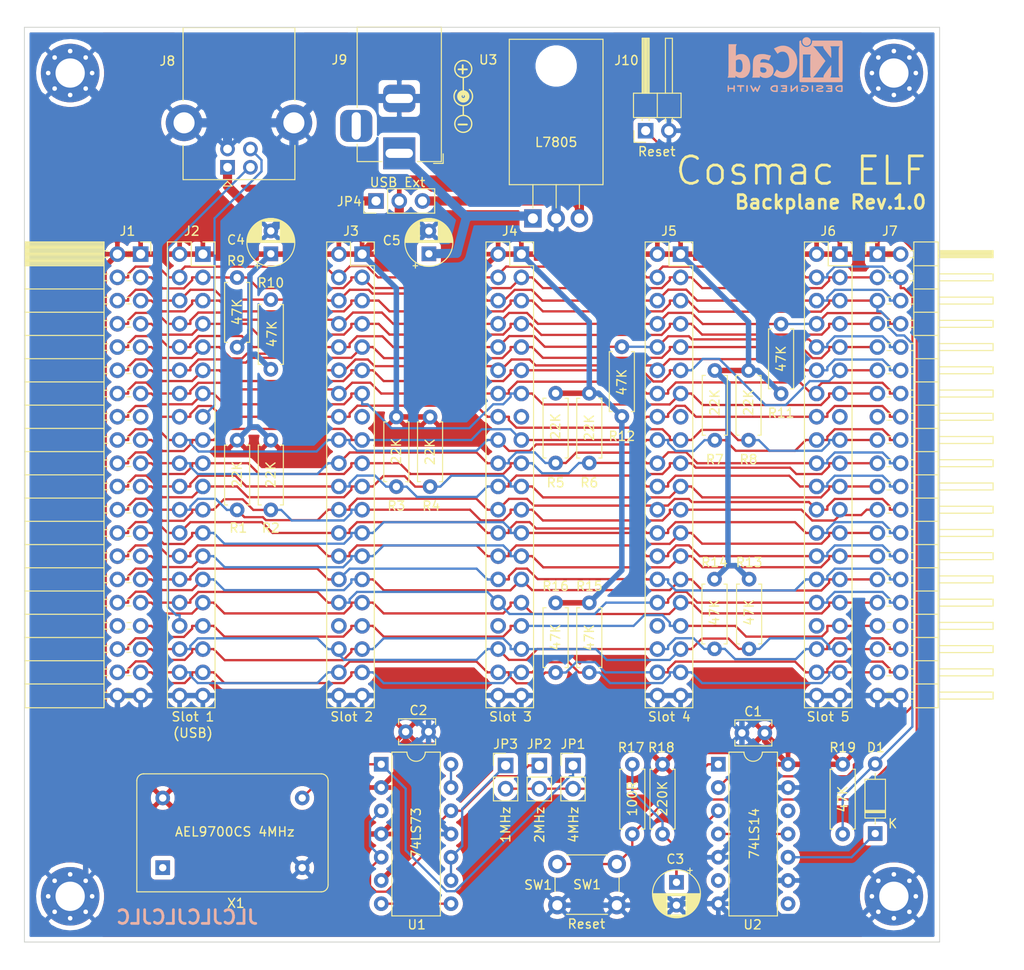
<source format=kicad_pcb>
(kicad_pcb (version 20171130) (host pcbnew 5.1.10)
  (layers (0 F.Cu signal) (31 B.Cu signal) (34 B.Paste user hide) (35 F.Paste user hide) (36 B.SilkS user) (37 F.SilkS user) (38 B.Mask user) (39 F.Mask user) (44 Edge.Cuts user))
  (net 0 "")
  (net 1 CLOCK)
  (net 2 GND)
  (net 3 VCC)
  (net 4 "Net-(X1-Pad1)")
  (net 5 "Net-(J1-Pad34)")
  (net 6 "Net-(J1-Pad15)")
  (net 7 ~EF4)
  (net 8 ~EF3)
  (net 9 ~EF2)
  (net 10 ~EF1)
  (net 11 ~N7)
  (net 12 ~IOR)
  (net 13 ~IOW)
  (net 14 D0)
  (net 15 D1)
  (net 16 D2)
  (net 17 D3)
  (net 18 D4)
  (net 19 D5)
  (net 20 D6)
  (net 21 D7)
  (net 22 TPB)
  (net 23 TPA)
  (net 24 ~MRD)
  (net 25 ~MWR)
  (net 26 SC0)
  (net 27 ~INTERRUPT)
  (net 28 SC1)
  (net 29 ~DMA_OUT)
  (net 30 Q)
  (net 31 ~DMA_IN)
  (net 32 ~CLEAR)
  (net 33 ~WAIT)
  (net 34 "Net-(D1-Pad1)")
  (net 35 "Net-(J7-Pad34)")
  (net 36 "Net-(J7-Pad15)")
  (net 37 "Net-(U1-Pad13)")
  (net 38 "Net-(U2-Pad11)")
  (net 39 "Net-(U1-Pad7)")
  (net 40 ~N1)
  (net 41 ~N2)
  (net 42 ~N3)
  (net 43 ~N4)
  (net 44 ~N5)
  (net 45 ~N6)
  (net 46 "Net-(C3-Pad1)")
  (net 47 "Net-(JP1-Pad2)")
  (net 48 "Net-(JP1-Pad1)")
  (net 49 "Net-(JP2-Pad1)")
  (net 50 "Net-(JP3-Pad1)")
  (net 51 USB_D+)
  (net 52 USB_D-)
  (net 53 "Net-(J3-Pad34)")
  (net 54 "Net-(J3-Pad15)")
  (net 55 "Net-(J4-Pad34)")
  (net 56 "Net-(J4-Pad15)")
  (net 57 "Net-(J5-Pad34)")
  (net 58 "Net-(J5-Pad15)")
  (net 59 "Net-(J6-Pad34)")
  (net 60 "Net-(J6-Pad15)")
  (net 61 "Net-(C5-Pad1)")
  (net 62 "Net-(J8-Pad1)")
  (net 63 "Net-(JP4-Pad3)")
  (net 64 "Net-(U2-Pad6)")
  (net 65 "Net-(U2-Pad12)")
  (net 66 "Net-(U2-Pad8)")
  (net 67 "Net-(J10-Pad1)")
  (module Connector_PinHeader_2.54mm:PinHeader_1x02_P2.54mm_Horizontal (layer F.Cu) (at 167.8815 61.303 90)
    (fp_text reference J10 (at 7.6835 -2.0955) (layer F.SilkS))
    (fp_text value Conn_01x02_Male)
    (pad 2 thru_hole oval (at 0 2.54 90) (size 1.7 1.7) (drill 1) (layers *.Cu *.Mask) (net 2 GND))
    (pad 1 thru_hole rect (at 0 0 90) (size 1.7 1.7) (drill 1) (layers *.Cu *.Mask) (net 67 "Net-(J10-Pad1)"))
  )
  (module Symbol:Symbol_Barrel_Polarity (layer F.Cu) (at 147.879 57.5565 90)
    (fp_text reference REF** hide)
    (fp_text value Symbol_Barrel_Polarity)
  )
  (module Symbol:KiCad-Logo2_5mm_SilkScreen (layer B.Cu) (at 183.1215 54.064 180)
    (fp_text reference REF** hide)
    (fp_text value KiCad-Logo2_5mm_SilkScreen hide)
  )
  (module Connector_BarrelJack:BarrelJack_Horizontal (layer F.Cu) (at 140.958 63.7795 270)
    (fp_text reference J9 (at -10.2235 6.5405) (layer F.SilkS))
    (fp_text value Barrel_Jack_MountingPin)
    (pad 3 thru_hole roundrect (at -3 4.7 270) (size 3.5 3.5) (drill oval 3 1) (layers *.Cu *.Mask))
    (pad 2 thru_hole roundrect (at -6 0 270) (size 3 3.5) (drill oval 1 3) (layers *.Cu *.Mask) (net 2 GND))
    (pad 1 thru_hole rect (at 0 0 270) (size 3.5 3.5) (drill oval 1 3) (layers *.Cu *.Mask) (net 61 "Net-(C5-Pad1)"))
  )
  (module Package_TO_SOT_THT:TO-220-3_Horizontal_TabDown (layer F.Cu) (at 155.562 70.8915)
    (fp_text reference U3 (at -4.8895 -17.3355 -180) (layer F.SilkS))
    (fp_text value L7805 (at 2.54 -8.3185) (layer F.SilkS))
    (pad 3 thru_hole oval (at 5.08 0) (size 1.905 2) (drill 1.1) (layers *.Cu *.Mask) (net 63 "Net-(JP4-Pad3)"))
    (pad 2 thru_hole oval (at 2.54 0) (size 1.905 2) (drill 1.1) (layers *.Cu *.Mask) (net 2 GND))
    (pad 1 thru_hole rect (at 0 0) (size 1.905 2) (drill 1.1) (layers *.Cu *.Mask) (net 61 "Net-(C5-Pad1)"))
    (pad "" np_thru_hole oval (at 2.54 -16.66) (size 3.5 3.5) (drill 3.5) (layers *.Cu *.Mask))
  )
  (module Connector_PinHeader_2.54mm:PinHeader_1x03_P2.54mm_Vertical (layer F.Cu) (at 138.418 68.9865 90)
    (fp_text reference JP4 (at -0.0635 -2.921) (layer F.SilkS))
    (fp_text value USB/Power)
    (pad 3 thru_hole oval (at 0 5.08 90) (size 1.7 1.7) (drill 1) (layers *.Cu *.Mask) (net 63 "Net-(JP4-Pad3)"))
    (pad 2 thru_hole oval (at 0 2.54 90) (size 1.7 1.7) (drill 1) (layers *.Cu *.Mask) (net 3 VCC))
    (pad 1 thru_hole rect (at 0 0 90) (size 1.7 1.7) (drill 1) (layers *.Cu *.Mask) (net 62 "Net-(J8-Pad1)"))
  )
  (module Capacitor_THT:CP_Radial_D5.0mm_P2.50mm (layer F.Cu) (at 144.196 74.765 90)
    (fp_text reference C5 (at 1.4605 -4.064) (layer F.SilkS))
    (fp_text value 100uF)
    (pad 2 thru_hole circle (at 2.5 0 90) (size 1.6 1.6) (drill 0.8) (layers *.Cu *.Mask) (net 2 GND))
    (pad 1 thru_hole rect (at 0 0 90) (size 1.6 1.6) (drill 0.8) (layers *.Cu *.Mask) (net 61 "Net-(C5-Pad1)"))
  )
  (module Capacitor_THT:CP_Radial_D5.0mm_P2.50mm (layer F.Cu) (at 171.247 143.472 270)
    (fp_text reference C3 (at -2.54 0.127) (layer F.SilkS))
    (fp_text value 1uF)
    (pad 2 thru_hole circle (at 2.5 0 270) (size 1.6 1.6) (drill 0.8) (layers *.Cu *.Mask) (net 2 GND))
    (pad 1 thru_hole rect (at 0 0 270) (size 1.6 1.6) (drill 0.8) (layers *.Cu *.Mask) (net 46 "Net-(C3-Pad1)"))
  )
  (module Capacitor_THT:CP_Radial_D5.0mm_P2.50mm (layer F.Cu) (at 126.924 74.765 90)
    (fp_text reference C4 (at 1.524 -3.81) (layer F.SilkS))
    (fp_text value 10uF)
    (pad 2 thru_hole circle (at 2.5 0 90) (size 1.6 1.6) (drill 0.8) (layers *.Cu *.Mask) (net 2 GND))
    (pad 1 thru_hole rect (at 0 0 90) (size 1.6 1.6) (drill 0.8) (layers *.Cu *.Mask) (net 3 VCC))
  )
  (module Package_DIP:DIP-14_W7.62mm (layer F.Cu) (at 175.819 130.569)
    (fp_text reference U2 (at 3.7465 17.5385) (layer F.SilkS))
    (fp_text value 74LS14 (at 3.937 7.569 90) (layer F.SilkS))
    (pad 14 thru_hole oval (at 7.62 0) (size 1.6 1.6) (drill 0.8) (layers *.Cu *.Mask) (net 3 VCC))
    (pad 7 thru_hole oval (at 0 15.24) (size 1.6 1.6) (drill 0.8) (layers *.Cu *.Mask) (net 2 GND))
    (pad 13 thru_hole oval (at 7.62 2.54) (size 1.6 1.6) (drill 0.8) (layers *.Cu *.Mask) (net 2 GND))
    (pad 6 thru_hole oval (at 0 12.7) (size 1.6 1.6) (drill 0.8) (layers *.Cu *.Mask) (net 64 "Net-(U2-Pad6)"))
    (pad 12 thru_hole oval (at 7.62 5.08) (size 1.6 1.6) (drill 0.8) (layers *.Cu *.Mask) (net 65 "Net-(U2-Pad12)"))
    (pad 5 thru_hole oval (at 0 10.16) (size 1.6 1.6) (drill 0.8) (layers *.Cu *.Mask) (net 2 GND))
    (pad 11 thru_hole oval (at 7.62 7.62) (size 1.6 1.6) (drill 0.8) (layers *.Cu *.Mask) (net 38 "Net-(U2-Pad11)"))
    (pad 4 thru_hole oval (at 0 7.62) (size 1.6 1.6) (drill 0.8) (layers *.Cu *.Mask) (net 38 "Net-(U2-Pad11)"))
    (pad 10 thru_hole oval (at 7.62 10.16) (size 1.6 1.6) (drill 0.8) (layers *.Cu *.Mask) (net 34 "Net-(D1-Pad1)"))
    (pad 3 thru_hole oval (at 0 5.08) (size 1.6 1.6) (drill 0.8) (layers *.Cu *.Mask) (net 46 "Net-(C3-Pad1)"))
    (pad 9 thru_hole oval (at 7.62 12.7) (size 1.6 1.6) (drill 0.8) (layers *.Cu *.Mask) (net 2 GND))
    (pad 2 thru_hole oval (at 0 2.54) (size 1.6 1.6) (drill 0.8) (layers *.Cu *.Mask) (net 1 CLOCK))
    (pad 8 thru_hole oval (at 7.62 15.24) (size 1.6 1.6) (drill 0.8) (layers *.Cu *.Mask) (net 66 "Net-(U2-Pad8)"))
    (pad 1 thru_hole rect (at 0 0) (size 1.6 1.6) (drill 0.8) (layers *.Cu *.Mask) (net 47 "Net-(JP1-Pad2)"))
  )
  (module Package_DIP:DIP-14_W7.62mm (layer F.Cu) (at 138.989 130.569)
    (fp_text reference U1 (at 3.8735 17.5385) (layer F.SilkS))
    (fp_text value 74LS73 (at 3.81 7.5055 90) (layer F.SilkS))
    (pad 14 thru_hole oval (at 7.62 0) (size 1.6 1.6) (drill 0.8) (layers *.Cu *.Mask) (net 37 "Net-(U1-Pad13)"))
    (pad 7 thru_hole oval (at 0 15.24) (size 1.6 1.6) (drill 0.8) (layers *.Cu *.Mask) (net 39 "Net-(U1-Pad7)"))
    (pad 13 thru_hole oval (at 7.62 2.54) (size 1.6 1.6) (drill 0.8) (layers *.Cu *.Mask) (net 37 "Net-(U1-Pad13)"))
    (pad 6 thru_hole oval (at 0 12.7) (size 1.6 1.6) (drill 0.8) (layers *.Cu *.Mask) (net 3 VCC))
    (pad 12 thru_hole oval (at 7.62 5.08) (size 1.6 1.6) (drill 0.8) (layers *.Cu *.Mask) (net 49 "Net-(JP2-Pad1)"))
    (pad 5 thru_hole oval (at 0 10.16) (size 1.6 1.6) (drill 0.8) (layers *.Cu *.Mask) (net 49 "Net-(JP2-Pad1)"))
    (pad 11 thru_hole oval (at 7.62 7.62) (size 1.6 1.6) (drill 0.8) (layers *.Cu *.Mask) (net 2 GND))
    (pad 4 thru_hole oval (at 0 7.62) (size 1.6 1.6) (drill 0.8) (layers *.Cu *.Mask) (net 3 VCC))
    (pad 10 thru_hole oval (at 7.62 10.16) (size 1.6 1.6) (drill 0.8) (layers *.Cu *.Mask) (net 50 "Net-(JP3-Pad1)"))
    (pad 3 thru_hole oval (at 0 5.08) (size 1.6 1.6) (drill 0.8) (layers *.Cu *.Mask) (net 49 "Net-(JP2-Pad1)"))
    (pad 9 thru_hole oval (at 7.62 12.7) (size 1.6 1.6) (drill 0.8) (layers *.Cu *.Mask) (net 50 "Net-(JP3-Pad1)"))
    (pad 2 thru_hole oval (at 0 2.54) (size 1.6 1.6) (drill 0.8) (layers *.Cu *.Mask) (net 3 VCC))
    (pad 8 thru_hole oval (at 7.62 15.24) (size 1.6 1.6) (drill 0.8) (layers *.Cu *.Mask) (net 39 "Net-(U1-Pad7)"))
    (pad 1 thru_hole rect (at 0 0) (size 1.6 1.6) (drill 0.8) (layers *.Cu *.Mask) (net 48 "Net-(JP1-Pad1)"))
  )
  (module Resistor_THT:R_Axial_DIN0207_L6.3mm_D2.5mm_P7.62mm_Horizontal (layer F.Cu) (at 189.408 130.569 270)
    (fp_text reference R19 (at -1.829 0) (layer F.SilkS))
    (fp_text value 47K (at 3.81 0 90) (layer F.SilkS))
    (pad 2 thru_hole oval (at 7.62 0 270) (size 1.6 1.6) (drill 0.8) (layers *.Cu *.Mask) (net 32 ~CLEAR))
    (pad 1 thru_hole circle (at 0 0 270) (size 1.6 1.6) (drill 0.8) (layers *.Cu *.Mask) (net 3 VCC))
  )
  (module Resistor_THT:R_Axial_DIN0207_L6.3mm_D2.5mm_P7.62mm_Horizontal (layer F.Cu) (at 169.723 130.569 270)
    (fp_text reference R18 (at -1.829 0.127) (layer F.SilkS))
    (fp_text value 220K (at 3.759 0 90) (layer F.SilkS))
    (pad 2 thru_hole oval (at 7.62 0 270) (size 1.6 1.6) (drill 0.8) (layers *.Cu *.Mask) (net 46 "Net-(C3-Pad1)"))
    (pad 1 thru_hole circle (at 0 0 270) (size 1.6 1.6) (drill 0.8) (layers *.Cu *.Mask) (net 3 VCC))
  )
  (module Resistor_THT:R_Axial_DIN0207_L6.3mm_D2.5mm_P7.62mm_Horizontal (layer F.Cu) (at 166.421 130.569 270)
    (fp_text reference R17 (at -1.829 0.127) (layer F.SilkS))
    (fp_text value 100R (at 3.759 0 90) (layer F.SilkS))
    (pad 2 thru_hole oval (at 7.62 0 270) (size 1.6 1.6) (drill 0.8) (layers *.Cu *.Mask) (net 67 "Net-(J10-Pad1)"))
    (pad 1 thru_hole circle (at 0 0 270) (size 1.6 1.6) (drill 0.8) (layers *.Cu *.Mask) (net 46 "Net-(C3-Pad1)"))
  )
  (module Resistor_THT:R_Axial_DIN0207_L6.3mm_D2.5mm_P7.62mm_Horizontal (layer F.Cu) (at 158.039 112.916 270)
    (fp_text reference R16 (at -1.829 0) (layer F.SilkS))
    (fp_text value 47K (at 3.759 0 90) (layer F.SilkS))
    (pad 2 thru_hole oval (at 7.62 0 270) (size 1.6 1.6) (drill 0.8) (layers *.Cu *.Mask) (net 7 ~EF4))
    (pad 1 thru_hole circle (at 0 0 270) (size 1.6 1.6) (drill 0.8) (layers *.Cu *.Mask) (net 3 VCC))
  )
  (module Resistor_THT:R_Axial_DIN0207_L6.3mm_D2.5mm_P7.62mm_Horizontal (layer F.Cu) (at 161.722 112.916 270)
    (fp_text reference R15 (at -1.829 0) (layer F.SilkS))
    (fp_text value 47K (at 3.81 0 90) (layer F.SilkS))
    (pad 2 thru_hole oval (at 7.62 0 270) (size 1.6 1.6) (drill 0.8) (layers *.Cu *.Mask) (net 8 ~EF3))
    (pad 1 thru_hole circle (at 0 0 270) (size 1.6 1.6) (drill 0.8) (layers *.Cu *.Mask) (net 3 VCC))
  )
  (module Resistor_THT:R_Axial_DIN0207_L6.3mm_D2.5mm_P7.62mm_Horizontal (layer F.Cu) (at 175.402 110.329 270)
    (fp_text reference R14 (at -1.829 0) (layer F.SilkS))
    (fp_text value 47K (at 3.632 0 90) (layer F.SilkS))
    (pad 2 thru_hole oval (at 7.62 0 270) (size 1.6 1.6) (drill 0.8) (layers *.Cu *.Mask) (net 9 ~EF2))
    (pad 1 thru_hole circle (at 0 0 270) (size 1.6 1.6) (drill 0.8) (layers *.Cu *.Mask) (net 3 VCC))
  )
  (module Resistor_THT:R_Axial_DIN0207_L6.3mm_D2.5mm_P7.62mm_Horizontal (layer F.Cu) (at 179.184 110.329 270)
    (fp_text reference R13 (at -1.829 0) (layer F.SilkS))
    (fp_text value 47K (at 3.632 0 90) (layer F.SilkS))
    (pad 2 thru_hole oval (at 7.62 0 270) (size 1.6 1.6) (drill 0.8) (layers *.Cu *.Mask) (net 10 ~EF1))
    (pad 1 thru_hole circle (at 0 0 270) (size 1.6 1.6) (drill 0.8) (layers *.Cu *.Mask) (net 3 VCC))
  )
  (module Resistor_THT:R_Axial_DIN0207_L6.3mm_D2.5mm_P7.62mm_Horizontal (layer F.Cu) (at 165.278 92.545 90)
    (fp_text reference R12 (at -2.159 0) (layer F.SilkS))
    (fp_text value 47K (at 3.734 0 90) (layer F.SilkS))
    (pad 2 thru_hole oval (at 7.62 0 90) (size 1.6 1.6) (drill 0.8) (layers *.Cu *.Mask) (net 27 ~INTERRUPT))
    (pad 1 thru_hole circle (at 0 0 90) (size 1.6 1.6) (drill 0.8) (layers *.Cu *.Mask) (net 3 VCC))
  )
  (module Resistor_THT:R_Axial_DIN0207_L6.3mm_D2.5mm_P7.62mm_Horizontal (layer F.Cu) (at 182.677 90.056 90)
    (fp_text reference R11 (at -2.108 0) (layer F.SilkS))
    (fp_text value 47K (at 3.81 0 90) (layer F.SilkS))
    (pad 2 thru_hole oval (at 7.62 0 90) (size 1.6 1.6) (drill 0.8) (layers *.Cu *.Mask) (net 29 ~DMA_OUT))
    (pad 1 thru_hole circle (at 0 0 90) (size 1.6 1.6) (drill 0.8) (layers *.Cu *.Mask) (net 3 VCC))
  )
  (module Resistor_THT:R_Axial_DIN0207_L6.3mm_D2.5mm_P7.62mm_Horizontal (layer F.Cu) (at 126.924 87.389 90)
    (fp_text reference R10 (at 9.449 0) (layer F.SilkS))
    (fp_text value 47K (at 3.861 0.127 90) (layer F.SilkS))
    (pad 2 thru_hole oval (at 7.62 0 90) (size 1.6 1.6) (drill 0.8) (layers *.Cu *.Mask) (net 31 ~DMA_IN))
    (pad 1 thru_hole circle (at 0 0 90) (size 1.6 1.6) (drill 0.8) (layers *.Cu *.Mask) (net 3 VCC))
  )
  (module Resistor_THT:R_Axial_DIN0207_L6.3mm_D2.5mm_P7.62mm_Horizontal (layer F.Cu) (at 123.241 84.976 90)
    (fp_text reference R9 (at 9.449 -0.127) (layer F.SilkS))
    (fp_text value 47K (at 3.861 0 90) (layer F.SilkS))
    (pad 2 thru_hole oval (at 7.62 0 90) (size 1.6 1.6) (drill 0.8) (layers *.Cu *.Mask) (net 33 ~WAIT))
    (pad 1 thru_hole circle (at 0 0 90) (size 1.6 1.6) (drill 0.8) (layers *.Cu *.Mask) (net 3 VCC))
  )
  (module Resistor_THT:R_Axial_DIN0207_L6.3mm_D2.5mm_P7.62mm_Horizontal (layer F.Cu) (at 179.121 87.516 270)
    (fp_text reference R8 (at 9.728 0) (layer F.SilkS))
    (fp_text value 22K (at 3.505 0 90) (layer F.SilkS))
    (pad 2 thru_hole oval (at 7.62 0 270) (size 1.6 1.6) (drill 0.8) (layers *.Cu *.Mask) (net 21 D7))
    (pad 1 thru_hole circle (at 0 0 270) (size 1.6 1.6) (drill 0.8) (layers *.Cu *.Mask) (net 3 VCC))
  )
  (module Resistor_THT:R_Axial_DIN0207_L6.3mm_D2.5mm_P7.62mm_Horizontal (layer F.Cu) (at 175.438 87.516 270)
    (fp_text reference R7 (at 9.728 0) (layer F.SilkS))
    (fp_text value 22K (at 3.505 0 90) (layer F.SilkS))
    (pad 2 thru_hole oval (at 7.62 0 270) (size 1.6 1.6) (drill 0.8) (layers *.Cu *.Mask) (net 20 D6))
    (pad 1 thru_hole circle (at 0 0 270) (size 1.6 1.6) (drill 0.8) (layers *.Cu *.Mask) (net 3 VCC))
  )
  (module Resistor_THT:R_Axial_DIN0207_L6.3mm_D2.5mm_P7.62mm_Horizontal (layer F.Cu) (at 161.722 90.005 270)
    (fp_text reference R6 (at 9.779 0) (layer F.SilkS))
    (fp_text value 22K (at 3.759 0 90) (layer F.SilkS))
    (pad 2 thru_hole oval (at 7.62 0 270) (size 1.6 1.6) (drill 0.8) (layers *.Cu *.Mask) (net 19 D5))
    (pad 1 thru_hole circle (at 0 0 270) (size 1.6 1.6) (drill 0.8) (layers *.Cu *.Mask) (net 3 VCC))
  )
  (module Resistor_THT:R_Axial_DIN0207_L6.3mm_D2.5mm_P7.62mm_Horizontal (layer F.Cu) (at 158.039 90.005 270)
    (fp_text reference R5 (at 9.779 0) (layer F.SilkS))
    (fp_text value 22K (at 3.632 0 90) (layer F.SilkS))
    (pad 2 thru_hole oval (at 7.62 0 270) (size 1.6 1.6) (drill 0.8) (layers *.Cu *.Mask) (net 18 D4))
    (pad 1 thru_hole circle (at 0 0 270) (size 1.6 1.6) (drill 0.8) (layers *.Cu *.Mask) (net 3 VCC))
  )
  (module Resistor_THT:R_Axial_DIN0207_L6.3mm_D2.5mm_P7.62mm_Horizontal (layer F.Cu) (at 144.323 92.596 270)
    (fp_text reference R4 (at 9.728 -0.127) (layer F.SilkS))
    (fp_text value 22K (at 3.81 0 90) (layer F.SilkS))
    (pad 2 thru_hole oval (at 7.62 0 270) (size 1.6 1.6) (drill 0.8) (layers *.Cu *.Mask) (net 17 D3))
    (pad 1 thru_hole circle (at 0 0 270) (size 1.6 1.6) (drill 0.8) (layers *.Cu *.Mask) (net 3 VCC))
  )
  (module Resistor_THT:R_Axial_DIN0207_L6.3mm_D2.5mm_P7.62mm_Horizontal (layer F.Cu) (at 140.64 92.596 270)
    (fp_text reference R3 (at 9.728 0) (layer F.SilkS))
    (fp_text value 22K (at 3.759 0 90) (layer F.SilkS))
    (pad 2 thru_hole oval (at 7.62 0 270) (size 1.6 1.6) (drill 0.8) (layers *.Cu *.Mask) (net 16 D2))
    (pad 1 thru_hole circle (at 0 0 270) (size 1.6 1.6) (drill 0.8) (layers *.Cu *.Mask) (net 3 VCC))
  )
  (module Resistor_THT:R_Axial_DIN0207_L6.3mm_D2.5mm_P7.62mm_Horizontal (layer F.Cu) (at 126.924 95.136 270)
    (fp_text reference R2 (at 9.601 0) (layer F.SilkS))
    (fp_text value 22K (at 3.759 0 90) (layer F.SilkS))
    (pad 2 thru_hole oval (at 7.62 0 270) (size 1.6 1.6) (drill 0.8) (layers *.Cu *.Mask) (net 15 D1))
    (pad 1 thru_hole circle (at 0 0 270) (size 1.6 1.6) (drill 0.8) (layers *.Cu *.Mask) (net 3 VCC))
  )
  (module Resistor_THT:R_Axial_DIN0207_L6.3mm_D2.5mm_P7.62mm_Horizontal (layer F.Cu) (at 123.241 95.136 270)
    (fp_text reference R1 (at 9.601 -0.127) (layer F.SilkS))
    (fp_text value 22K (at 3.759 0 90) (layer F.SilkS))
    (pad 2 thru_hole oval (at 7.62 0 270) (size 1.6 1.6) (drill 0.8) (layers *.Cu *.Mask) (net 14 D0))
    (pad 1 thru_hole circle (at 0 0 270) (size 1.6 1.6) (drill 0.8) (layers *.Cu *.Mask) (net 3 VCC))
  )
  (module Diode_THT:D_DO-35_SOD27_P7.62mm_Horizontal (layer F.Cu) (at 192.964 138.138 90)
    (fp_text reference D1 (at 9.398 0.0635) (layer F.SilkS))
    (fp_text value D)
    (fp_text user K (at 1.0795 1.905) (layer F.SilkS))
    (pad 2 thru_hole oval (at 7.62 0 90) (size 1.6 1.6) (drill 0.8) (layers *.Cu *.Mask) (net 32 ~CLEAR))
    (pad 1 thru_hole rect (at 0 0 90) (size 1.6 1.6) (drill 0.8) (layers *.Cu *.Mask) (net 34 "Net-(D1-Pad1)"))
  )
  (module MountingHole:MountingHole_3.2mm_M3_Pad_Via (layer F.Cu) (at 105 145)
    (fp_text reference H3 hide)
    (fp_text value Hole3)
    (pad 1 thru_hole circle (at 1.697056 -1.697056) (size 0.8 0.8) (drill 0.5) (layers *.Cu *.Mask) (net 2 GND))
    (pad 1 thru_hole circle (at 0 -2.4) (size 0.8 0.8) (drill 0.5) (layers *.Cu *.Mask) (net 2 GND))
    (pad 1 thru_hole circle (at -1.697056 -1.697056) (size 0.8 0.8) (drill 0.5) (layers *.Cu *.Mask) (net 2 GND))
    (pad 1 thru_hole circle (at -2.4 0) (size 0.8 0.8) (drill 0.5) (layers *.Cu *.Mask) (net 2 GND))
    (pad 1 thru_hole circle (at -1.697056 1.697056) (size 0.8 0.8) (drill 0.5) (layers *.Cu *.Mask) (net 2 GND))
    (pad 1 thru_hole circle (at 0 2.4) (size 0.8 0.8) (drill 0.5) (layers *.Cu *.Mask) (net 2 GND))
    (pad 1 thru_hole circle (at 1.697056 1.697056) (size 0.8 0.8) (drill 0.5) (layers *.Cu *.Mask) (net 2 GND))
    (pad 1 thru_hole circle (at 2.4 0) (size 0.8 0.8) (drill 0.5) (layers *.Cu *.Mask) (net 2 GND))
    (pad 1 thru_hole circle (at 0 0) (size 6.4 6.4) (drill 3.2) (layers *.Cu *.Mask) (net 2 GND))
  )
  (module MountingHole:MountingHole_3.2mm_M3_Pad_Via (layer F.Cu) (at 195 55)
    (fp_text reference H2 hide)
    (fp_text value Hole2)
    (pad 1 thru_hole circle (at 1.697056 -1.697056) (size 0.8 0.8) (drill 0.5) (layers *.Cu *.Mask) (net 2 GND))
    (pad 1 thru_hole circle (at 0 -2.4) (size 0.8 0.8) (drill 0.5) (layers *.Cu *.Mask) (net 2 GND))
    (pad 1 thru_hole circle (at -1.697056 -1.697056) (size 0.8 0.8) (drill 0.5) (layers *.Cu *.Mask) (net 2 GND))
    (pad 1 thru_hole circle (at -2.4 0) (size 0.8 0.8) (drill 0.5) (layers *.Cu *.Mask) (net 2 GND))
    (pad 1 thru_hole circle (at -1.697056 1.697056) (size 0.8 0.8) (drill 0.5) (layers *.Cu *.Mask) (net 2 GND))
    (pad 1 thru_hole circle (at 0 2.4) (size 0.8 0.8) (drill 0.5) (layers *.Cu *.Mask) (net 2 GND))
    (pad 1 thru_hole circle (at 1.697056 1.697056) (size 0.8 0.8) (drill 0.5) (layers *.Cu *.Mask) (net 2 GND))
    (pad 1 thru_hole circle (at 2.4 0) (size 0.8 0.8) (drill 0.5) (layers *.Cu *.Mask) (net 2 GND))
    (pad 1 thru_hole circle (at 0 0) (size 6.4 6.4) (drill 3.2) (layers *.Cu *.Mask) (net 2 GND))
  )
  (module MountingHole:MountingHole_3.2mm_M3_Pad_Via (layer F.Cu) (at 105 55)
    (fp_text reference H1 hide)
    (fp_text value Hole1)
    (pad 1 thru_hole circle (at 1.697056 -1.697056) (size 0.8 0.8) (drill 0.5) (layers *.Cu *.Mask) (net 2 GND))
    (pad 1 thru_hole circle (at 0 -2.4) (size 0.8 0.8) (drill 0.5) (layers *.Cu *.Mask) (net 2 GND))
    (pad 1 thru_hole circle (at -1.697056 -1.697056) (size 0.8 0.8) (drill 0.5) (layers *.Cu *.Mask) (net 2 GND))
    (pad 1 thru_hole circle (at -2.4 0) (size 0.8 0.8) (drill 0.5) (layers *.Cu *.Mask) (net 2 GND))
    (pad 1 thru_hole circle (at -1.697056 1.697056) (size 0.8 0.8) (drill 0.5) (layers *.Cu *.Mask) (net 2 GND))
    (pad 1 thru_hole circle (at 0 2.4) (size 0.8 0.8) (drill 0.5) (layers *.Cu *.Mask) (net 2 GND))
    (pad 1 thru_hole circle (at 1.697056 1.697056) (size 0.8 0.8) (drill 0.5) (layers *.Cu *.Mask) (net 2 GND))
    (pad 1 thru_hole circle (at 2.4 0) (size 0.8 0.8) (drill 0.5) (layers *.Cu *.Mask) (net 2 GND))
    (pad 1 thru_hole circle (at 0 0) (size 6.4 6.4) (drill 3.2) (layers *.Cu *.Mask) (net 2 GND))
  )
  (module MountingHole:MountingHole_3.2mm_M3_Pad_Via (layer F.Cu) (at 195 145)
    (fp_text reference H4 hide)
    (fp_text value Hole4)
    (pad 1 thru_hole circle (at 1.697056 -1.697056) (size 0.8 0.8) (drill 0.5) (layers *.Cu *.Mask) (net 2 GND))
    (pad 1 thru_hole circle (at 0 -2.4) (size 0.8 0.8) (drill 0.5) (layers *.Cu *.Mask) (net 2 GND))
    (pad 1 thru_hole circle (at -1.697056 -1.697056) (size 0.8 0.8) (drill 0.5) (layers *.Cu *.Mask) (net 2 GND))
    (pad 1 thru_hole circle (at -2.4 0) (size 0.8 0.8) (drill 0.5) (layers *.Cu *.Mask) (net 2 GND))
    (pad 1 thru_hole circle (at -1.697056 1.697056) (size 0.8 0.8) (drill 0.5) (layers *.Cu *.Mask) (net 2 GND))
    (pad 1 thru_hole circle (at 0 2.4) (size 0.8 0.8) (drill 0.5) (layers *.Cu *.Mask) (net 2 GND))
    (pad 1 thru_hole circle (at 1.697056 1.697056) (size 0.8 0.8) (drill 0.5) (layers *.Cu *.Mask) (net 2 GND))
    (pad 1 thru_hole circle (at 2.4 0) (size 0.8 0.8) (drill 0.5) (layers *.Cu *.Mask) (net 2 GND))
    (pad 1 thru_hole circle (at 0 0) (size 6.4 6.4) (drill 3.2) (layers *.Cu *.Mask) (net 2 GND))
  )
  (module Capacitor_THT:C_Disc_D3.8mm_W2.6mm_P2.50mm (layer F.Cu) (at 180.899 127.14 180)
    (fp_text reference C1 (at 1.27 2.337) (layer F.SilkS))
    (fp_text value 100nF)
    (pad 2 thru_hole circle (at 2.5 0 180) (size 1.6 1.6) (drill 0.8) (layers *.Cu *.Mask) (net 2 GND))
    (pad 1 thru_hole circle (at 0 0 180) (size 1.6 1.6) (drill 0.8) (layers *.Cu *.Mask) (net 3 VCC))
  )
  (module Capacitor_THT:C_Disc_D3.8mm_W2.6mm_P2.50mm (layer F.Cu) (at 141.656 127.013)
    (fp_text reference C2 (at 1.397 -2.337) (layer F.SilkS))
    (fp_text value 100nF)
    (pad 2 thru_hole circle (at 2.5 0) (size 1.6 1.6) (drill 0.8) (layers *.Cu *.Mask) (net 2 GND))
    (pad 1 thru_hole circle (at 0 0) (size 1.6 1.6) (drill 0.8) (layers *.Cu *.Mask) (net 3 VCC))
  )
  (module Oscillator:Oscillator_DIP-14 (layer F.Cu) (at 115.113 141.872)
    (fp_text reference X1 (at 8.001 3.886) (layer F.SilkS))
    (fp_text value "AEL9700CS 4MHz" (at 7.874 -3.9245) (layer F.SilkS))
    (pad 7 thru_hole circle (at 15.24 0) (size 1.6 1.6) (drill 0.8) (layers *.Cu *.Mask) (net 2 GND))
    (pad 8 thru_hole circle (at 15.24 -7.62) (size 1.6 1.6) (drill 0.8) (layers *.Cu *.Mask) (net 48 "Net-(JP1-Pad1)"))
    (pad 14 thru_hole circle (at 0 -7.62) (size 1.6 1.6) (drill 0.8) (layers *.Cu *.Mask) (net 3 VCC))
    (pad 1 thru_hole rect (at 0 0) (size 1.6 1.6) (drill 0.8) (layers *.Cu *.Mask) (net 4 "Net-(X1-Pad1)"))
  )
  (module Button_Switch_THT:SW_PUSH_6mm (layer F.Cu) (at 158.23 141.472)
    (fp_text reference SW1 (at -2.0955 2.286) (layer F.SilkS))
    (fp_text value Reset (at 3.175 6.553) (layer F.SilkS))
    (fp_text user %R (at 3.25 2.25) (layer F.SilkS))
    (pad 1 thru_hole circle (at 6.5 0 90) (size 2 2) (drill 1.1) (layers *.Cu *.Mask) (net 67 "Net-(J10-Pad1)"))
    (pad 2 thru_hole circle (at 6.5 4.5 90) (size 2 2) (drill 1.1) (layers *.Cu *.Mask) (net 2 GND))
    (pad 1 thru_hole circle (at 0 0 90) (size 2 2) (drill 1.1) (layers *.Cu *.Mask) (net 67 "Net-(J10-Pad1)"))
    (pad 2 thru_hole circle (at 0 4.5 90) (size 2 2) (drill 1.1) (layers *.Cu *.Mask) (net 2 GND))
  )
  (module Connector_PinHeader_2.54mm:PinHeader_1x02_P2.54mm_Vertical (layer F.Cu) (at 152.578 130.696)
    (fp_text reference JP3 (at 0 -2.33) (layer F.SilkS))
    (fp_text value 1MHz (at 0 6.477 90) (layer F.SilkS))
    (pad 2 thru_hole oval (at 0 2.54) (size 1.7 1.7) (drill 1) (layers *.Cu *.Mask) (net 47 "Net-(JP1-Pad2)"))
    (pad 1 thru_hole rect (at 0 0) (size 1.7 1.7) (drill 1) (layers *.Cu *.Mask) (net 50 "Net-(JP3-Pad1)"))
  )
  (module Connector_PinHeader_2.54mm:PinHeader_1x02_P2.54mm_Vertical (layer F.Cu) (at 156.261 130.696)
    (fp_text reference JP2 (at 0 -2.33) (layer F.SilkS))
    (fp_text value 2MHz (at 0.03175 6.477 90) (layer F.SilkS))
    (pad 2 thru_hole oval (at 0 2.54) (size 1.7 1.7) (drill 1) (layers *.Cu *.Mask) (net 47 "Net-(JP1-Pad2)"))
    (pad 1 thru_hole rect (at 0 0) (size 1.7 1.7) (drill 1) (layers *.Cu *.Mask) (net 49 "Net-(JP2-Pad1)"))
  )
  (module Connector_PinHeader_2.54mm:PinHeader_1x02_P2.54mm_Vertical (layer F.Cu) (at 159.944 130.696)
    (fp_text reference JP1 (at 0 -2.33) (layer F.SilkS))
    (fp_text value 4MHz (at 0.0635 6.477 90) (layer F.SilkS))
    (pad 2 thru_hole oval (at 0 2.54) (size 1.7 1.7) (drill 1) (layers *.Cu *.Mask) (net 47 "Net-(JP1-Pad2)"))
    (pad 1 thru_hole rect (at 0 0) (size 1.7 1.7) (drill 1) (layers *.Cu *.Mask) (net 48 "Net-(JP1-Pad1)"))
  )
  (module Connector_USB:USB_B_Lumberg_2411_02_Horizontal (layer F.Cu) (at 122.195 65.3035 90)
    (fp_text reference J8 (at 11.6205 -6.574) (layer F.SilkS))
    (fp_text value USB_B)
    (pad 5 thru_hole circle (at 4.86 -4.75 180) (size 4 4) (drill 2.3) (layers *.Cu *.Mask) (net 2 GND))
    (pad 5 thru_hole circle (at 4.86 7.25 180) (size 4 4) (drill 2.3) (layers *.Cu *.Mask) (net 2 GND))
    (pad 4 thru_hole circle (at 2 0 180) (size 1.6 1.6) (drill 0.95) (layers *.Cu *.Mask) (net 2 GND))
    (pad 3 thru_hole circle (at 2 2.5 180) (size 1.6 1.6) (drill 0.95) (layers *.Cu *.Mask) (net 51 USB_D+))
    (pad 2 thru_hole circle (at 0 2.5 180) (size 1.6 1.6) (drill 0.95) (layers *.Cu *.Mask) (net 52 USB_D-))
    (pad 1 thru_hole rect (at 0 0 180) (size 1.6 1.6) (drill 0.95) (layers *.Cu *.Mask) (net 62 "Net-(J8-Pad1)"))
  )
  (module Connector_PinHeader_2.54mm:PinHeader_2x20_P2.54mm_Horizontal (layer F.Cu) (at 193.2 74.797)
    (fp_text reference J7 (at 1.361 -2.521) (layer F.SilkS))
    (fp_text value Conn_02x20_Odd_Even)
    (pad 40 thru_hole oval (at 2.54 48.26) (size 1.7 1.7) (drill 1) (layers *.Cu *.Mask) (net 2 GND))
    (pad 39 thru_hole oval (at 0 48.26) (size 1.7 1.7) (drill 1) (layers *.Cu *.Mask) (net 2 GND))
    (pad 38 thru_hole oval (at 2.54 45.72) (size 1.7 1.7) (drill 1) (layers *.Cu *.Mask) (net 7 ~EF4))
    (pad 37 thru_hole oval (at 0 45.72) (size 1.7 1.7) (drill 1) (layers *.Cu *.Mask) (net 8 ~EF3))
    (pad 36 thru_hole oval (at 2.54 43.18) (size 1.7 1.7) (drill 1) (layers *.Cu *.Mask) (net 9 ~EF2))
    (pad 35 thru_hole oval (at 0 43.18) (size 1.7 1.7) (drill 1) (layers *.Cu *.Mask) (net 10 ~EF1))
    (pad 34 thru_hole oval (at 2.54 40.64) (size 1.7 1.7) (drill 1) (layers *.Cu *.Mask) (net 35 "Net-(J7-Pad34)"))
    (pad 33 thru_hole oval (at 0 40.64) (size 1.7 1.7) (drill 1) (layers *.Cu *.Mask) (net 40 ~N1))
    (pad 32 thru_hole oval (at 2.54 38.1) (size 1.7 1.7) (drill 1) (layers *.Cu *.Mask) (net 41 ~N2))
    (pad 31 thru_hole oval (at 0 38.1) (size 1.7 1.7) (drill 1) (layers *.Cu *.Mask) (net 42 ~N3))
    (pad 30 thru_hole oval (at 2.54 35.56) (size 1.7 1.7) (drill 1) (layers *.Cu *.Mask) (net 43 ~N4))
    (pad 29 thru_hole oval (at 0 35.56) (size 1.7 1.7) (drill 1) (layers *.Cu *.Mask) (net 44 ~N5))
    (pad 28 thru_hole oval (at 2.54 33.02) (size 1.7 1.7) (drill 1) (layers *.Cu *.Mask) (net 45 ~N6))
    (pad 27 thru_hole oval (at 0 33.02) (size 1.7 1.7) (drill 1) (layers *.Cu *.Mask) (net 11 ~N7))
    (pad 26 thru_hole oval (at 2.54 30.48) (size 1.7 1.7) (drill 1) (layers *.Cu *.Mask) (net 12 ~IOR))
    (pad 25 thru_hole oval (at 0 30.48) (size 1.7 1.7) (drill 1) (layers *.Cu *.Mask) (net 13 ~IOW))
    (pad 24 thru_hole oval (at 2.54 27.94) (size 1.7 1.7) (drill 1) (layers *.Cu *.Mask) (net 14 D0))
    (pad 23 thru_hole oval (at 0 27.94) (size 1.7 1.7) (drill 1) (layers *.Cu *.Mask) (net 15 D1))
    (pad 22 thru_hole oval (at 2.54 25.4) (size 1.7 1.7) (drill 1) (layers *.Cu *.Mask) (net 16 D2))
    (pad 21 thru_hole oval (at 0 25.4) (size 1.7 1.7) (drill 1) (layers *.Cu *.Mask) (net 17 D3))
    (pad 20 thru_hole oval (at 2.54 22.86) (size 1.7 1.7) (drill 1) (layers *.Cu *.Mask) (net 18 D4))
    (pad 19 thru_hole oval (at 0 22.86) (size 1.7 1.7) (drill 1) (layers *.Cu *.Mask) (net 19 D5))
    (pad 18 thru_hole oval (at 2.54 20.32) (size 1.7 1.7) (drill 1) (layers *.Cu *.Mask) (net 20 D6))
    (pad 17 thru_hole oval (at 0 20.32) (size 1.7 1.7) (drill 1) (layers *.Cu *.Mask) (net 21 D7))
    (pad 16 thru_hole oval (at 2.54 17.78) (size 1.7 1.7) (drill 1) (layers *.Cu *.Mask) (net 22 TPB))
    (pad 15 thru_hole oval (at 0 17.78) (size 1.7 1.7) (drill 1) (layers *.Cu *.Mask) (net 36 "Net-(J7-Pad15)"))
    (pad 14 thru_hole oval (at 2.54 15.24) (size 1.7 1.7) (drill 1) (layers *.Cu *.Mask) (net 23 TPA))
    (pad 13 thru_hole oval (at 0 15.24) (size 1.7 1.7) (drill 1) (layers *.Cu *.Mask) (net 24 ~MRD))
    (pad 12 thru_hole oval (at 2.54 12.7) (size 1.7 1.7) (drill 1) (layers *.Cu *.Mask) (net 25 ~MWR))
    (pad 11 thru_hole oval (at 0 12.7) (size 1.7 1.7) (drill 1) (layers *.Cu *.Mask) (net 26 SC0))
    (pad 10 thru_hole oval (at 2.54 10.16) (size 1.7 1.7) (drill 1) (layers *.Cu *.Mask) (net 27 ~INTERRUPT))
    (pad 9 thru_hole oval (at 0 10.16) (size 1.7 1.7) (drill 1) (layers *.Cu *.Mask) (net 28 SC1))
    (pad 8 thru_hole oval (at 2.54 7.62) (size 1.7 1.7) (drill 1) (layers *.Cu *.Mask) (net 29 ~DMA_OUT))
    (pad 7 thru_hole oval (at 0 7.62) (size 1.7 1.7) (drill 1) (layers *.Cu *.Mask) (net 30 Q))
    (pad 6 thru_hole oval (at 2.54 5.08) (size 1.7 1.7) (drill 1) (layers *.Cu *.Mask) (net 31 ~DMA_IN))
    (pad 5 thru_hole oval (at 0 5.08) (size 1.7 1.7) (drill 1) (layers *.Cu *.Mask) (net 32 ~CLEAR))
    (pad 4 thru_hole oval (at 2.54 2.54) (size 1.7 1.7) (drill 1) (layers *.Cu *.Mask) (net 1 CLOCK))
    (pad 3 thru_hole oval (at 0 2.54) (size 1.7 1.7) (drill 1) (layers *.Cu *.Mask) (net 33 ~WAIT))
    (pad 2 thru_hole oval (at 2.54 0) (size 1.7 1.7) (drill 1) (layers *.Cu *.Mask) (net 3 VCC))
    (pad 1 thru_hole rect (at 0 0) (size 1.7 1.7) (drill 1) (layers *.Cu *.Mask) (net 3 VCC))
  )
  (module Connector_PinSocket_2.54mm:PinSocket_2x20_P2.54mm_Vertical (layer F.Cu) (at 189.1 74.797)
    (fp_text reference J6 (at -1.27 -2.521) (layer F.SilkS))
    (fp_text value Conn_02x20_Odd_Even)
    (pad 40 thru_hole oval (at -2.54 48.26) (size 1.7 1.7) (drill 1) (layers *.Cu *.Mask) (net 2 GND))
    (pad 39 thru_hole oval (at 0 48.26) (size 1.7 1.7) (drill 1) (layers *.Cu *.Mask) (net 2 GND))
    (pad 38 thru_hole oval (at -2.54 45.72) (size 1.7 1.7) (drill 1) (layers *.Cu *.Mask) (net 7 ~EF4))
    (pad 37 thru_hole oval (at 0 45.72) (size 1.7 1.7) (drill 1) (layers *.Cu *.Mask) (net 8 ~EF3))
    (pad 36 thru_hole oval (at -2.54 43.18) (size 1.7 1.7) (drill 1) (layers *.Cu *.Mask) (net 9 ~EF2))
    (pad 35 thru_hole oval (at 0 43.18) (size 1.7 1.7) (drill 1) (layers *.Cu *.Mask) (net 10 ~EF1))
    (pad 34 thru_hole oval (at -2.54 40.64) (size 1.7 1.7) (drill 1) (layers *.Cu *.Mask) (net 59 "Net-(J6-Pad34)"))
    (pad 33 thru_hole oval (at 0 40.64) (size 1.7 1.7) (drill 1) (layers *.Cu *.Mask) (net 40 ~N1))
    (pad 32 thru_hole oval (at -2.54 38.1) (size 1.7 1.7) (drill 1) (layers *.Cu *.Mask) (net 41 ~N2))
    (pad 31 thru_hole oval (at 0 38.1) (size 1.7 1.7) (drill 1) (layers *.Cu *.Mask) (net 42 ~N3))
    (pad 30 thru_hole oval (at -2.54 35.56) (size 1.7 1.7) (drill 1) (layers *.Cu *.Mask) (net 43 ~N4))
    (pad 29 thru_hole oval (at 0 35.56) (size 1.7 1.7) (drill 1) (layers *.Cu *.Mask) (net 44 ~N5))
    (pad 28 thru_hole oval (at -2.54 33.02) (size 1.7 1.7) (drill 1) (layers *.Cu *.Mask) (net 45 ~N6))
    (pad 27 thru_hole oval (at 0 33.02) (size 1.7 1.7) (drill 1) (layers *.Cu *.Mask) (net 11 ~N7))
    (pad 26 thru_hole oval (at -2.54 30.48) (size 1.7 1.7) (drill 1) (layers *.Cu *.Mask) (net 12 ~IOR))
    (pad 25 thru_hole oval (at 0 30.48) (size 1.7 1.7) (drill 1) (layers *.Cu *.Mask) (net 13 ~IOW))
    (pad 24 thru_hole oval (at -2.54 27.94) (size 1.7 1.7) (drill 1) (layers *.Cu *.Mask) (net 14 D0))
    (pad 23 thru_hole oval (at 0 27.94) (size 1.7 1.7) (drill 1) (layers *.Cu *.Mask) (net 15 D1))
    (pad 22 thru_hole oval (at -2.54 25.4) (size 1.7 1.7) (drill 1) (layers *.Cu *.Mask) (net 16 D2))
    (pad 21 thru_hole oval (at 0 25.4) (size 1.7 1.7) (drill 1) (layers *.Cu *.Mask) (net 17 D3))
    (pad 20 thru_hole oval (at -2.54 22.86) (size 1.7 1.7) (drill 1) (layers *.Cu *.Mask) (net 18 D4))
    (pad 19 thru_hole oval (at 0 22.86) (size 1.7 1.7) (drill 1) (layers *.Cu *.Mask) (net 19 D5))
    (pad 18 thru_hole oval (at -2.54 20.32) (size 1.7 1.7) (drill 1) (layers *.Cu *.Mask) (net 20 D6))
    (pad 17 thru_hole oval (at 0 20.32) (size 1.7 1.7) (drill 1) (layers *.Cu *.Mask) (net 21 D7))
    (pad 16 thru_hole oval (at -2.54 17.78) (size 1.7 1.7) (drill 1) (layers *.Cu *.Mask) (net 22 TPB))
    (pad 15 thru_hole oval (at 0 17.78) (size 1.7 1.7) (drill 1) (layers *.Cu *.Mask) (net 60 "Net-(J6-Pad15)"))
    (pad 14 thru_hole oval (at -2.54 15.24) (size 1.7 1.7) (drill 1) (layers *.Cu *.Mask) (net 23 TPA))
    (pad 13 thru_hole oval (at 0 15.24) (size 1.7 1.7) (drill 1) (layers *.Cu *.Mask) (net 24 ~MRD))
    (pad 12 thru_hole oval (at -2.54 12.7) (size 1.7 1.7) (drill 1) (layers *.Cu *.Mask) (net 25 ~MWR))
    (pad 11 thru_hole oval (at 0 12.7) (size 1.7 1.7) (drill 1) (layers *.Cu *.Mask) (net 26 SC0))
    (pad 10 thru_hole oval (at -2.54 10.16) (size 1.7 1.7) (drill 1) (layers *.Cu *.Mask) (net 27 ~INTERRUPT))
    (pad 9 thru_hole oval (at 0 10.16) (size 1.7 1.7) (drill 1) (layers *.Cu *.Mask) (net 28 SC1))
    (pad 8 thru_hole oval (at -2.54 7.62) (size 1.7 1.7) (drill 1) (layers *.Cu *.Mask) (net 29 ~DMA_OUT))
    (pad 7 thru_hole oval (at 0 7.62) (size 1.7 1.7) (drill 1) (layers *.Cu *.Mask) (net 30 Q))
    (pad 6 thru_hole oval (at -2.54 5.08) (size 1.7 1.7) (drill 1) (layers *.Cu *.Mask) (net 31 ~DMA_IN))
    (pad 5 thru_hole oval (at 0 5.08) (size 1.7 1.7) (drill 1) (layers *.Cu *.Mask) (net 32 ~CLEAR))
    (pad 4 thru_hole oval (at -2.54 2.54) (size 1.7 1.7) (drill 1) (layers *.Cu *.Mask) (net 1 CLOCK))
    (pad 3 thru_hole oval (at 0 2.54) (size 1.7 1.7) (drill 1) (layers *.Cu *.Mask) (net 33 ~WAIT))
    (pad 2 thru_hole oval (at -2.54 0) (size 1.7 1.7) (drill 1) (layers *.Cu *.Mask) (net 3 VCC))
    (pad 1 thru_hole rect (at 0 0) (size 1.7 1.7) (drill 1) (layers *.Cu *.Mask) (net 3 VCC))
  )
  (module Connector_PinSocket_2.54mm:PinSocket_2x20_P2.54mm_Vertical (layer F.Cu) (at 171.7 74.797)
    (fp_text reference J5 (at -1.27 -2.521) (layer F.SilkS))
    (fp_text value Conn_02x20_Odd_Even)
    (pad 40 thru_hole oval (at -2.54 48.26) (size 1.7 1.7) (drill 1) (layers *.Cu *.Mask) (net 2 GND))
    (pad 39 thru_hole oval (at 0 48.26) (size 1.7 1.7) (drill 1) (layers *.Cu *.Mask) (net 2 GND))
    (pad 38 thru_hole oval (at -2.54 45.72) (size 1.7 1.7) (drill 1) (layers *.Cu *.Mask) (net 7 ~EF4))
    (pad 37 thru_hole oval (at 0 45.72) (size 1.7 1.7) (drill 1) (layers *.Cu *.Mask) (net 8 ~EF3))
    (pad 36 thru_hole oval (at -2.54 43.18) (size 1.7 1.7) (drill 1) (layers *.Cu *.Mask) (net 9 ~EF2))
    (pad 35 thru_hole oval (at 0 43.18) (size 1.7 1.7) (drill 1) (layers *.Cu *.Mask) (net 10 ~EF1))
    (pad 34 thru_hole oval (at -2.54 40.64) (size 1.7 1.7) (drill 1) (layers *.Cu *.Mask) (net 57 "Net-(J5-Pad34)"))
    (pad 33 thru_hole oval (at 0 40.64) (size 1.7 1.7) (drill 1) (layers *.Cu *.Mask) (net 40 ~N1))
    (pad 32 thru_hole oval (at -2.54 38.1) (size 1.7 1.7) (drill 1) (layers *.Cu *.Mask) (net 41 ~N2))
    (pad 31 thru_hole oval (at 0 38.1) (size 1.7 1.7) (drill 1) (layers *.Cu *.Mask) (net 42 ~N3))
    (pad 30 thru_hole oval (at -2.54 35.56) (size 1.7 1.7) (drill 1) (layers *.Cu *.Mask) (net 43 ~N4))
    (pad 29 thru_hole oval (at 0 35.56) (size 1.7 1.7) (drill 1) (layers *.Cu *.Mask) (net 44 ~N5))
    (pad 28 thru_hole oval (at -2.54 33.02) (size 1.7 1.7) (drill 1) (layers *.Cu *.Mask) (net 45 ~N6))
    (pad 27 thru_hole oval (at 0 33.02) (size 1.7 1.7) (drill 1) (layers *.Cu *.Mask) (net 11 ~N7))
    (pad 26 thru_hole oval (at -2.54 30.48) (size 1.7 1.7) (drill 1) (layers *.Cu *.Mask) (net 12 ~IOR))
    (pad 25 thru_hole oval (at 0 30.48) (size 1.7 1.7) (drill 1) (layers *.Cu *.Mask) (net 13 ~IOW))
    (pad 24 thru_hole oval (at -2.54 27.94) (size 1.7 1.7) (drill 1) (layers *.Cu *.Mask) (net 14 D0))
    (pad 23 thru_hole oval (at 0 27.94) (size 1.7 1.7) (drill 1) (layers *.Cu *.Mask) (net 15 D1))
    (pad 22 thru_hole oval (at -2.54 25.4) (size 1.7 1.7) (drill 1) (layers *.Cu *.Mask) (net 16 D2))
    (pad 21 thru_hole oval (at 0 25.4) (size 1.7 1.7) (drill 1) (layers *.Cu *.Mask) (net 17 D3))
    (pad 20 thru_hole oval (at -2.54 22.86) (size 1.7 1.7) (drill 1) (layers *.Cu *.Mask) (net 18 D4))
    (pad 19 thru_hole oval (at 0 22.86) (size 1.7 1.7) (drill 1) (layers *.Cu *.Mask) (net 19 D5))
    (pad 18 thru_hole oval (at -2.54 20.32) (size 1.7 1.7) (drill 1) (layers *.Cu *.Mask) (net 20 D6))
    (pad 17 thru_hole oval (at 0 20.32) (size 1.7 1.7) (drill 1) (layers *.Cu *.Mask) (net 21 D7))
    (pad 16 thru_hole oval (at -2.54 17.78) (size 1.7 1.7) (drill 1) (layers *.Cu *.Mask) (net 22 TPB))
    (pad 15 thru_hole oval (at 0 17.78) (size 1.7 1.7) (drill 1) (layers *.Cu *.Mask) (net 58 "Net-(J5-Pad15)"))
    (pad 14 thru_hole oval (at -2.54 15.24) (size 1.7 1.7) (drill 1) (layers *.Cu *.Mask) (net 23 TPA))
    (pad 13 thru_hole oval (at 0 15.24) (size 1.7 1.7) (drill 1) (layers *.Cu *.Mask) (net 24 ~MRD))
    (pad 12 thru_hole oval (at -2.54 12.7) (size 1.7 1.7) (drill 1) (layers *.Cu *.Mask) (net 25 ~MWR))
    (pad 11 thru_hole oval (at 0 12.7) (size 1.7 1.7) (drill 1) (layers *.Cu *.Mask) (net 26 SC0))
    (pad 10 thru_hole oval (at -2.54 10.16) (size 1.7 1.7) (drill 1) (layers *.Cu *.Mask) (net 27 ~INTERRUPT))
    (pad 9 thru_hole oval (at 0 10.16) (size 1.7 1.7) (drill 1) (layers *.Cu *.Mask) (net 28 SC1))
    (pad 8 thru_hole oval (at -2.54 7.62) (size 1.7 1.7) (drill 1) (layers *.Cu *.Mask) (net 29 ~DMA_OUT))
    (pad 7 thru_hole oval (at 0 7.62) (size 1.7 1.7) (drill 1) (layers *.Cu *.Mask) (net 30 Q))
    (pad 6 thru_hole oval (at -2.54 5.08) (size 1.7 1.7) (drill 1) (layers *.Cu *.Mask) (net 31 ~DMA_IN))
    (pad 5 thru_hole oval (at 0 5.08) (size 1.7 1.7) (drill 1) (layers *.Cu *.Mask) (net 32 ~CLEAR))
    (pad 4 thru_hole oval (at -2.54 2.54) (size 1.7 1.7) (drill 1) (layers *.Cu *.Mask) (net 1 CLOCK))
    (pad 3 thru_hole oval (at 0 2.54) (size 1.7 1.7) (drill 1) (layers *.Cu *.Mask) (net 33 ~WAIT))
    (pad 2 thru_hole oval (at -2.54 0) (size 1.7 1.7) (drill 1) (layers *.Cu *.Mask) (net 3 VCC))
    (pad 1 thru_hole rect (at 0 0) (size 1.7 1.7) (drill 1) (layers *.Cu *.Mask) (net 3 VCC))
  )
  (module Connector_PinSocket_2.54mm:PinSocket_2x20_P2.54mm_Vertical (layer F.Cu) (at 154.3 74.797)
    (fp_text reference J4 (at -1.27 -2.521) (layer F.SilkS))
    (fp_text value Conn_02x20_Odd_Even)
    (pad 40 thru_hole oval (at -2.54 48.26) (size 1.7 1.7) (drill 1) (layers *.Cu *.Mask) (net 2 GND))
    (pad 39 thru_hole oval (at 0 48.26) (size 1.7 1.7) (drill 1) (layers *.Cu *.Mask) (net 2 GND))
    (pad 38 thru_hole oval (at -2.54 45.72) (size 1.7 1.7) (drill 1) (layers *.Cu *.Mask) (net 7 ~EF4))
    (pad 37 thru_hole oval (at 0 45.72) (size 1.7 1.7) (drill 1) (layers *.Cu *.Mask) (net 8 ~EF3))
    (pad 36 thru_hole oval (at -2.54 43.18) (size 1.7 1.7) (drill 1) (layers *.Cu *.Mask) (net 9 ~EF2))
    (pad 35 thru_hole oval (at 0 43.18) (size 1.7 1.7) (drill 1) (layers *.Cu *.Mask) (net 10 ~EF1))
    (pad 34 thru_hole oval (at -2.54 40.64) (size 1.7 1.7) (drill 1) (layers *.Cu *.Mask) (net 55 "Net-(J4-Pad34)"))
    (pad 33 thru_hole oval (at 0 40.64) (size 1.7 1.7) (drill 1) (layers *.Cu *.Mask) (net 40 ~N1))
    (pad 32 thru_hole oval (at -2.54 38.1) (size 1.7 1.7) (drill 1) (layers *.Cu *.Mask) (net 41 ~N2))
    (pad 31 thru_hole oval (at 0 38.1) (size 1.7 1.7) (drill 1) (layers *.Cu *.Mask) (net 42 ~N3))
    (pad 30 thru_hole oval (at -2.54 35.56) (size 1.7 1.7) (drill 1) (layers *.Cu *.Mask) (net 43 ~N4))
    (pad 29 thru_hole oval (at 0 35.56) (size 1.7 1.7) (drill 1) (layers *.Cu *.Mask) (net 44 ~N5))
    (pad 28 thru_hole oval (at -2.54 33.02) (size 1.7 1.7) (drill 1) (layers *.Cu *.Mask) (net 45 ~N6))
    (pad 27 thru_hole oval (at 0 33.02) (size 1.7 1.7) (drill 1) (layers *.Cu *.Mask) (net 11 ~N7))
    (pad 26 thru_hole oval (at -2.54 30.48) (size 1.7 1.7) (drill 1) (layers *.Cu *.Mask) (net 12 ~IOR))
    (pad 25 thru_hole oval (at 0 30.48) (size 1.7 1.7) (drill 1) (layers *.Cu *.Mask) (net 13 ~IOW))
    (pad 24 thru_hole oval (at -2.54 27.94) (size 1.7 1.7) (drill 1) (layers *.Cu *.Mask) (net 14 D0))
    (pad 23 thru_hole oval (at 0 27.94) (size 1.7 1.7) (drill 1) (layers *.Cu *.Mask) (net 15 D1))
    (pad 22 thru_hole oval (at -2.54 25.4) (size 1.7 1.7) (drill 1) (layers *.Cu *.Mask) (net 16 D2))
    (pad 21 thru_hole oval (at 0 25.4) (size 1.7 1.7) (drill 1) (layers *.Cu *.Mask) (net 17 D3))
    (pad 20 thru_hole oval (at -2.54 22.86) (size 1.7 1.7) (drill 1) (layers *.Cu *.Mask) (net 18 D4))
    (pad 19 thru_hole oval (at 0 22.86) (size 1.7 1.7) (drill 1) (layers *.Cu *.Mask) (net 19 D5))
    (pad 18 thru_hole oval (at -2.54 20.32) (size 1.7 1.7) (drill 1) (layers *.Cu *.Mask) (net 20 D6))
    (pad 17 thru_hole oval (at 0 20.32) (size 1.7 1.7) (drill 1) (layers *.Cu *.Mask) (net 21 D7))
    (pad 16 thru_hole oval (at -2.54 17.78) (size 1.7 1.7) (drill 1) (layers *.Cu *.Mask) (net 22 TPB))
    (pad 15 thru_hole oval (at 0 17.78) (size 1.7 1.7) (drill 1) (layers *.Cu *.Mask) (net 56 "Net-(J4-Pad15)"))
    (pad 14 thru_hole oval (at -2.54 15.24) (size 1.7 1.7) (drill 1) (layers *.Cu *.Mask) (net 23 TPA))
    (pad 13 thru_hole oval (at 0 15.24) (size 1.7 1.7) (drill 1) (layers *.Cu *.Mask) (net 24 ~MRD))
    (pad 12 thru_hole oval (at -2.54 12.7) (size 1.7 1.7) (drill 1) (layers *.Cu *.Mask) (net 25 ~MWR))
    (pad 11 thru_hole oval (at 0 12.7) (size 1.7 1.7) (drill 1) (layers *.Cu *.Mask) (net 26 SC0))
    (pad 10 thru_hole oval (at -2.54 10.16) (size 1.7 1.7) (drill 1) (layers *.Cu *.Mask) (net 27 ~INTERRUPT))
    (pad 9 thru_hole oval (at 0 10.16) (size 1.7 1.7) (drill 1) (layers *.Cu *.Mask) (net 28 SC1))
    (pad 8 thru_hole oval (at -2.54 7.62) (size 1.7 1.7) (drill 1) (layers *.Cu *.Mask) (net 29 ~DMA_OUT))
    (pad 7 thru_hole oval (at 0 7.62) (size 1.7 1.7) (drill 1) (layers *.Cu *.Mask) (net 30 Q))
    (pad 6 thru_hole oval (at -2.54 5.08) (size 1.7 1.7) (drill 1) (layers *.Cu *.Mask) (net 31 ~DMA_IN))
    (pad 5 thru_hole oval (at 0 5.08) (size 1.7 1.7) (drill 1) (layers *.Cu *.Mask) (net 32 ~CLEAR))
    (pad 4 thru_hole oval (at -2.54 2.54) (size 1.7 1.7) (drill 1) (layers *.Cu *.Mask) (net 1 CLOCK))
    (pad 3 thru_hole oval (at 0 2.54) (size 1.7 1.7) (drill 1) (layers *.Cu *.Mask) (net 33 ~WAIT))
    (pad 2 thru_hole oval (at -2.54 0) (size 1.7 1.7) (drill 1) (layers *.Cu *.Mask) (net 3 VCC))
    (pad 1 thru_hole rect (at 0 0) (size 1.7 1.7) (drill 1) (layers *.Cu *.Mask) (net 3 VCC))
  )
  (module Connector_PinSocket_2.54mm:PinSocket_2x20_P2.54mm_Vertical (layer F.Cu) (at 136.9 74.797)
    (fp_text reference J3 (at -1.213 -2.521) (layer F.SilkS))
    (fp_text value Conn_02x20_Odd_Even)
    (pad 40 thru_hole oval (at -2.54 48.26) (size 1.7 1.7) (drill 1) (layers *.Cu *.Mask) (net 2 GND))
    (pad 39 thru_hole oval (at 0 48.26) (size 1.7 1.7) (drill 1) (layers *.Cu *.Mask) (net 2 GND))
    (pad 38 thru_hole oval (at -2.54 45.72) (size 1.7 1.7) (drill 1) (layers *.Cu *.Mask) (net 7 ~EF4))
    (pad 37 thru_hole oval (at 0 45.72) (size 1.7 1.7) (drill 1) (layers *.Cu *.Mask) (net 8 ~EF3))
    (pad 36 thru_hole oval (at -2.54 43.18) (size 1.7 1.7) (drill 1) (layers *.Cu *.Mask) (net 9 ~EF2))
    (pad 35 thru_hole oval (at 0 43.18) (size 1.7 1.7) (drill 1) (layers *.Cu *.Mask) (net 10 ~EF1))
    (pad 34 thru_hole oval (at -2.54 40.64) (size 1.7 1.7) (drill 1) (layers *.Cu *.Mask) (net 53 "Net-(J3-Pad34)"))
    (pad 33 thru_hole oval (at 0 40.64) (size 1.7 1.7) (drill 1) (layers *.Cu *.Mask) (net 40 ~N1))
    (pad 32 thru_hole oval (at -2.54 38.1) (size 1.7 1.7) (drill 1) (layers *.Cu *.Mask) (net 41 ~N2))
    (pad 31 thru_hole oval (at 0 38.1) (size 1.7 1.7) (drill 1) (layers *.Cu *.Mask) (net 42 ~N3))
    (pad 30 thru_hole oval (at -2.54 35.56) (size 1.7 1.7) (drill 1) (layers *.Cu *.Mask) (net 43 ~N4))
    (pad 29 thru_hole oval (at 0 35.56) (size 1.7 1.7) (drill 1) (layers *.Cu *.Mask) (net 44 ~N5))
    (pad 28 thru_hole oval (at -2.54 33.02) (size 1.7 1.7) (drill 1) (layers *.Cu *.Mask) (net 45 ~N6))
    (pad 27 thru_hole oval (at 0 33.02) (size 1.7 1.7) (drill 1) (layers *.Cu *.Mask) (net 11 ~N7))
    (pad 26 thru_hole oval (at -2.54 30.48) (size 1.7 1.7) (drill 1) (layers *.Cu *.Mask) (net 12 ~IOR))
    (pad 25 thru_hole oval (at 0 30.48) (size 1.7 1.7) (drill 1) (layers *.Cu *.Mask) (net 13 ~IOW))
    (pad 24 thru_hole oval (at -2.54 27.94) (size 1.7 1.7) (drill 1) (layers *.Cu *.Mask) (net 14 D0))
    (pad 23 thru_hole oval (at 0 27.94) (size 1.7 1.7) (drill 1) (layers *.Cu *.Mask) (net 15 D1))
    (pad 22 thru_hole oval (at -2.54 25.4) (size 1.7 1.7) (drill 1) (layers *.Cu *.Mask) (net 16 D2))
    (pad 21 thru_hole oval (at 0 25.4) (size 1.7 1.7) (drill 1) (layers *.Cu *.Mask) (net 17 D3))
    (pad 20 thru_hole oval (at -2.54 22.86) (size 1.7 1.7) (drill 1) (layers *.Cu *.Mask) (net 18 D4))
    (pad 19 thru_hole oval (at 0 22.86) (size 1.7 1.7) (drill 1) (layers *.Cu *.Mask) (net 19 D5))
    (pad 18 thru_hole oval (at -2.54 20.32) (size 1.7 1.7) (drill 1) (layers *.Cu *.Mask) (net 20 D6))
    (pad 17 thru_hole oval (at 0 20.32) (size 1.7 1.7) (drill 1) (layers *.Cu *.Mask) (net 21 D7))
    (pad 16 thru_hole oval (at -2.54 17.78) (size 1.7 1.7) (drill 1) (layers *.Cu *.Mask) (net 22 TPB))
    (pad 15 thru_hole oval (at 0 17.78) (size 1.7 1.7) (drill 1) (layers *.Cu *.Mask) (net 54 "Net-(J3-Pad15)"))
    (pad 14 thru_hole oval (at -2.54 15.24) (size 1.7 1.7) (drill 1) (layers *.Cu *.Mask) (net 23 TPA))
    (pad 13 thru_hole oval (at 0 15.24) (size 1.7 1.7) (drill 1) (layers *.Cu *.Mask) (net 24 ~MRD))
    (pad 12 thru_hole oval (at -2.54 12.7) (size 1.7 1.7) (drill 1) (layers *.Cu *.Mask) (net 25 ~MWR))
    (pad 11 thru_hole oval (at 0 12.7) (size 1.7 1.7) (drill 1) (layers *.Cu *.Mask) (net 26 SC0))
    (pad 10 thru_hole oval (at -2.54 10.16) (size 1.7 1.7) (drill 1) (layers *.Cu *.Mask) (net 27 ~INTERRUPT))
    (pad 9 thru_hole oval (at 0 10.16) (size 1.7 1.7) (drill 1) (layers *.Cu *.Mask) (net 28 SC1))
    (pad 8 thru_hole oval (at -2.54 7.62) (size 1.7 1.7) (drill 1) (layers *.Cu *.Mask) (net 29 ~DMA_OUT))
    (pad 7 thru_hole oval (at 0 7.62) (size 1.7 1.7) (drill 1) (layers *.Cu *.Mask) (net 30 Q))
    (pad 6 thru_hole oval (at -2.54 5.08) (size 1.7 1.7) (drill 1) (layers *.Cu *.Mask) (net 31 ~DMA_IN))
    (pad 5 thru_hole oval (at 0 5.08) (size 1.7 1.7) (drill 1) (layers *.Cu *.Mask) (net 32 ~CLEAR))
    (pad 4 thru_hole oval (at -2.54 2.54) (size 1.7 1.7) (drill 1) (layers *.Cu *.Mask) (net 1 CLOCK))
    (pad 3 thru_hole oval (at 0 2.54) (size 1.7 1.7) (drill 1) (layers *.Cu *.Mask) (net 33 ~WAIT))
    (pad 2 thru_hole oval (at -2.54 0) (size 1.7 1.7) (drill 1) (layers *.Cu *.Mask) (net 3 VCC))
    (pad 1 thru_hole rect (at 0 0) (size 1.7 1.7) (drill 1) (layers *.Cu *.Mask) (net 3 VCC))
  )
  (module Connector_PinSocket_2.54mm:PinSocket_2x20_P2.54mm_Vertical (layer F.Cu) (at 119.5 74.797)
    (fp_text reference J2 (at -1.212 -2.521) (layer F.SilkS))
    (fp_text value Conn_02x20_Odd_Even)
    (pad 40 thru_hole oval (at -2.54 48.26) (size 1.7 1.7) (drill 1) (layers *.Cu *.Mask) (net 2 GND))
    (pad 39 thru_hole oval (at 0 48.26) (size 1.7 1.7) (drill 1) (layers *.Cu *.Mask) (net 2 GND))
    (pad 38 thru_hole oval (at -2.54 45.72) (size 1.7 1.7) (drill 1) (layers *.Cu *.Mask) (net 7 ~EF4))
    (pad 37 thru_hole oval (at 0 45.72) (size 1.7 1.7) (drill 1) (layers *.Cu *.Mask) (net 8 ~EF3))
    (pad 36 thru_hole oval (at -2.54 43.18) (size 1.7 1.7) (drill 1) (layers *.Cu *.Mask) (net 9 ~EF2))
    (pad 35 thru_hole oval (at 0 43.18) (size 1.7 1.7) (drill 1) (layers *.Cu *.Mask) (net 10 ~EF1))
    (pad 34 thru_hole oval (at -2.54 40.64) (size 1.7 1.7) (drill 1) (layers *.Cu *.Mask) (net 52 USB_D-))
    (pad 33 thru_hole oval (at 0 40.64) (size 1.7 1.7) (drill 1) (layers *.Cu *.Mask) (net 40 ~N1))
    (pad 32 thru_hole oval (at -2.54 38.1) (size 1.7 1.7) (drill 1) (layers *.Cu *.Mask) (net 41 ~N2))
    (pad 31 thru_hole oval (at 0 38.1) (size 1.7 1.7) (drill 1) (layers *.Cu *.Mask) (net 42 ~N3))
    (pad 30 thru_hole oval (at -2.54 35.56) (size 1.7 1.7) (drill 1) (layers *.Cu *.Mask) (net 43 ~N4))
    (pad 29 thru_hole oval (at 0 35.56) (size 1.7 1.7) (drill 1) (layers *.Cu *.Mask) (net 44 ~N5))
    (pad 28 thru_hole oval (at -2.54 33.02) (size 1.7 1.7) (drill 1) (layers *.Cu *.Mask) (net 45 ~N6))
    (pad 27 thru_hole oval (at 0 33.02) (size 1.7 1.7) (drill 1) (layers *.Cu *.Mask) (net 11 ~N7))
    (pad 26 thru_hole oval (at -2.54 30.48) (size 1.7 1.7) (drill 1) (layers *.Cu *.Mask) (net 12 ~IOR))
    (pad 25 thru_hole oval (at 0 30.48) (size 1.7 1.7) (drill 1) (layers *.Cu *.Mask) (net 13 ~IOW))
    (pad 24 thru_hole oval (at -2.54 27.94) (size 1.7 1.7) (drill 1) (layers *.Cu *.Mask) (net 14 D0))
    (pad 23 thru_hole oval (at 0 27.94) (size 1.7 1.7) (drill 1) (layers *.Cu *.Mask) (net 15 D1))
    (pad 22 thru_hole oval (at -2.54 25.4) (size 1.7 1.7) (drill 1) (layers *.Cu *.Mask) (net 16 D2))
    (pad 21 thru_hole oval (at 0 25.4) (size 1.7 1.7) (drill 1) (layers *.Cu *.Mask) (net 17 D3))
    (pad 20 thru_hole oval (at -2.54 22.86) (size 1.7 1.7) (drill 1) (layers *.Cu *.Mask) (net 18 D4))
    (pad 19 thru_hole oval (at 0 22.86) (size 1.7 1.7) (drill 1) (layers *.Cu *.Mask) (net 19 D5))
    (pad 18 thru_hole oval (at -2.54 20.32) (size 1.7 1.7) (drill 1) (layers *.Cu *.Mask) (net 20 D6))
    (pad 17 thru_hole oval (at 0 20.32) (size 1.7 1.7) (drill 1) (layers *.Cu *.Mask) (net 21 D7))
    (pad 16 thru_hole oval (at -2.54 17.78) (size 1.7 1.7) (drill 1) (layers *.Cu *.Mask) (net 22 TPB))
    (pad 15 thru_hole oval (at 0 17.78) (size 1.7 1.7) (drill 1) (layers *.Cu *.Mask) (net 51 USB_D+))
    (pad 14 thru_hole oval (at -2.54 15.24) (size 1.7 1.7) (drill 1) (layers *.Cu *.Mask) (net 23 TPA))
    (pad 13 thru_hole oval (at 0 15.24) (size 1.7 1.7) (drill 1) (layers *.Cu *.Mask) (net 24 ~MRD))
    (pad 12 thru_hole oval (at -2.54 12.7) (size 1.7 1.7) (drill 1) (layers *.Cu *.Mask) (net 25 ~MWR))
    (pad 11 thru_hole oval (at 0 12.7) (size 1.7 1.7) (drill 1) (layers *.Cu *.Mask) (net 26 SC0))
    (pad 10 thru_hole oval (at -2.54 10.16) (size 1.7 1.7) (drill 1) (layers *.Cu *.Mask) (net 27 ~INTERRUPT))
    (pad 9 thru_hole oval (at 0 10.16) (size 1.7 1.7) (drill 1) (layers *.Cu *.Mask) (net 28 SC1))
    (pad 8 thru_hole oval (at -2.54 7.62) (size 1.7 1.7) (drill 1) (layers *.Cu *.Mask) (net 29 ~DMA_OUT))
    (pad 7 thru_hole oval (at 0 7.62) (size 1.7 1.7) (drill 1) (layers *.Cu *.Mask) (net 30 Q))
    (pad 6 thru_hole oval (at -2.54 5.08) (size 1.7 1.7) (drill 1) (layers *.Cu *.Mask) (net 31 ~DMA_IN))
    (pad 5 thru_hole oval (at 0 5.08) (size 1.7 1.7) (drill 1) (layers *.Cu *.Mask) (net 32 ~CLEAR))
    (pad 4 thru_hole oval (at -2.54 2.54) (size 1.7 1.7) (drill 1) (layers *.Cu *.Mask) (net 1 CLOCK))
    (pad 3 thru_hole oval (at 0 2.54) (size 1.7 1.7) (drill 1) (layers *.Cu *.Mask) (net 33 ~WAIT))
    (pad 2 thru_hole oval (at -2.54 0) (size 1.7 1.7) (drill 1) (layers *.Cu *.Mask) (net 3 VCC))
    (pad 1 thru_hole rect (at 0 0) (size 1.7 1.7) (drill 1) (layers *.Cu *.Mask) (net 3 VCC))
  )
  (module Connector_PinSocket_2.54mm:PinSocket_2x20_P2.54mm_Horizontal (layer F.Cu) (at 112.7 74.797)
    (fp_text reference J1 (at -1.443 -2.521) (layer F.SilkS))
    (fp_text value Conn_02x20_Odd_Even)
    (pad 40 thru_hole oval (at -2.54 48.26) (size 1.7 1.7) (drill 1) (layers *.Cu *.Mask) (net 2 GND))
    (pad 39 thru_hole oval (at 0 48.26) (size 1.7 1.7) (drill 1) (layers *.Cu *.Mask) (net 2 GND))
    (pad 38 thru_hole oval (at -2.54 45.72) (size 1.7 1.7) (drill 1) (layers *.Cu *.Mask) (net 7 ~EF4))
    (pad 37 thru_hole oval (at 0 45.72) (size 1.7 1.7) (drill 1) (layers *.Cu *.Mask) (net 8 ~EF3))
    (pad 36 thru_hole oval (at -2.54 43.18) (size 1.7 1.7) (drill 1) (layers *.Cu *.Mask) (net 9 ~EF2))
    (pad 35 thru_hole oval (at 0 43.18) (size 1.7 1.7) (drill 1) (layers *.Cu *.Mask) (net 10 ~EF1))
    (pad 34 thru_hole oval (at -2.54 40.64) (size 1.7 1.7) (drill 1) (layers *.Cu *.Mask) (net 5 "Net-(J1-Pad34)"))
    (pad 33 thru_hole oval (at 0 40.64) (size 1.7 1.7) (drill 1) (layers *.Cu *.Mask) (net 40 ~N1))
    (pad 32 thru_hole oval (at -2.54 38.1) (size 1.7 1.7) (drill 1) (layers *.Cu *.Mask) (net 41 ~N2))
    (pad 31 thru_hole oval (at 0 38.1) (size 1.7 1.7) (drill 1) (layers *.Cu *.Mask) (net 42 ~N3))
    (pad 30 thru_hole oval (at -2.54 35.56) (size 1.7 1.7) (drill 1) (layers *.Cu *.Mask) (net 43 ~N4))
    (pad 29 thru_hole oval (at 0 35.56) (size 1.7 1.7) (drill 1) (layers *.Cu *.Mask) (net 44 ~N5))
    (pad 28 thru_hole oval (at -2.54 33.02) (size 1.7 1.7) (drill 1) (layers *.Cu *.Mask) (net 45 ~N6))
    (pad 27 thru_hole oval (at 0 33.02) (size 1.7 1.7) (drill 1) (layers *.Cu *.Mask) (net 11 ~N7))
    (pad 26 thru_hole oval (at -2.54 30.48) (size 1.7 1.7) (drill 1) (layers *.Cu *.Mask) (net 12 ~IOR))
    (pad 25 thru_hole oval (at 0 30.48) (size 1.7 1.7) (drill 1) (layers *.Cu *.Mask) (net 13 ~IOW))
    (pad 24 thru_hole oval (at -2.54 27.94) (size 1.7 1.7) (drill 1) (layers *.Cu *.Mask) (net 14 D0))
    (pad 23 thru_hole oval (at 0 27.94) (size 1.7 1.7) (drill 1) (layers *.Cu *.Mask) (net 15 D1))
    (pad 22 thru_hole oval (at -2.54 25.4) (size 1.7 1.7) (drill 1) (layers *.Cu *.Mask) (net 16 D2))
    (pad 21 thru_hole oval (at 0 25.4) (size 1.7 1.7) (drill 1) (layers *.Cu *.Mask) (net 17 D3))
    (pad 20 thru_hole oval (at -2.54 22.86) (size 1.7 1.7) (drill 1) (layers *.Cu *.Mask) (net 18 D4))
    (pad 19 thru_hole oval (at 0 22.86) (size 1.7 1.7) (drill 1) (layers *.Cu *.Mask) (net 19 D5))
    (pad 18 thru_hole oval (at -2.54 20.32) (size 1.7 1.7) (drill 1) (layers *.Cu *.Mask) (net 20 D6))
    (pad 17 thru_hole oval (at 0 20.32) (size 1.7 1.7) (drill 1) (layers *.Cu *.Mask) (net 21 D7))
    (pad 16 thru_hole oval (at -2.54 17.78) (size 1.7 1.7) (drill 1) (layers *.Cu *.Mask) (net 22 TPB))
    (pad 15 thru_hole oval (at 0 17.78) (size 1.7 1.7) (drill 1) (layers *.Cu *.Mask) (net 6 "Net-(J1-Pad15)"))
    (pad 14 thru_hole oval (at -2.54 15.24) (size 1.7 1.7) (drill 1) (layers *.Cu *.Mask) (net 23 TPA))
    (pad 13 thru_hole oval (at 0 15.24) (size 1.7 1.7) (drill 1) (layers *.Cu *.Mask) (net 24 ~MRD))
    (pad 12 thru_hole oval (at -2.54 12.7) (size 1.7 1.7) (drill 1) (layers *.Cu *.Mask) (net 25 ~MWR))
    (pad 11 thru_hole oval (at 0 12.7) (size 1.7 1.7) (drill 1) (layers *.Cu *.Mask) (net 26 SC0))
    (pad 10 thru_hole oval (at -2.54 10.16) (size 1.7 1.7) (drill 1) (layers *.Cu *.Mask) (net 27 ~INTERRUPT))
    (pad 9 thru_hole oval (at 0 10.16) (size 1.7 1.7) (drill 1) (layers *.Cu *.Mask) (net 28 SC1))
    (pad 8 thru_hole oval (at -2.54 7.62) (size 1.7 1.7) (drill 1) (layers *.Cu *.Mask) (net 29 ~DMA_OUT))
    (pad 7 thru_hole oval (at 0 7.62) (size 1.7 1.7) (drill 1) (layers *.Cu *.Mask) (net 30 Q))
    (pad 6 thru_hole oval (at -2.54 5.08) (size 1.7 1.7) (drill 1) (layers *.Cu *.Mask) (net 31 ~DMA_IN))
    (pad 5 thru_hole oval (at 0 5.08) (size 1.7 1.7) (drill 1) (layers *.Cu *.Mask) (net 32 ~CLEAR))
    (pad 4 thru_hole oval (at -2.54 2.54) (size 1.7 1.7) (drill 1) (layers *.Cu *.Mask) (net 1 CLOCK))
    (pad 3 thru_hole oval (at 0 2.54) (size 1.7 1.7) (drill 1) (layers *.Cu *.Mask) (net 33 ~WAIT))
    (pad 2 thru_hole oval (at -2.54 0) (size 1.7 1.7) (drill 1) (layers *.Cu *.Mask) (net 3 VCC))
    (pad 1 thru_hole rect (at 0 0) (size 1.7 1.7) (drill 1) (layers *.Cu *.Mask) (net 3 VCC))
  )
  (gr_text Reset (at 169.088 63.589) (layer F.SilkS) (effects (font (size 1 1))))
  (gr_text + (at 147.8905 54.5085) (layer F.SilkS) (effects (font (size 1.2 1.2) (thickness 0.2))))
  (gr_text - (at 147.8905 60.541) (layer F.SilkS) (effects (font (size 1.2 1.2) (thickness 0.2))))
  (gr_text "USB Ext" (at 140.767 66.9545) (layer F.SilkS) (effects (font (size 1 1))))
  (gr_text "(USB)" (at 118.415 127.1525) (layer F.SilkS) (effects (font (size 1 1))))
  (gr_text "Slot 5" (at 187.8205 125.3745) (layer F.SilkS) (effects (font (size 1 1))))
  (gr_text "Slot 4" (at 170.469125 125.3745) (layer F.SilkS) (effects (font (size 1 1))))
  (gr_text "Slot 3" (at 153.11775 125.3745) (layer F.SilkS) (effects (font (size 1 1))))
  (gr_text "Slot 2" (at 135.766375 125.3745) (layer F.SilkS) (effects (font (size 1 1))))
  (gr_text "Slot 1" (at 118.415 125.3745) (layer F.SilkS) (effects (font (size 1 1))))
  (gr_text "Backplane Rev.1.0" (at 188.0745 69.1135) (layer F.SilkS) (effects (font (size 1.5 1.5) (thickness 0.3))))
  (gr_text JLCJLCJLCJLC (at 117.78 147.282) (layer B.SilkS) (effects (font (size 1.5 1.5) (thickness 0.3)) (justify mirror)))
  (gr_text "Cosmac ELF" (at 184.836 65.6845) (layer F.SilkS) (effects (font (size 3 3) (thickness 0.3))))
  (gr_line (start 200 50) (end 200 150) (layer Edge.Cuts) (width 0.1))
  (gr_line (start 100 50) (end 200 50) (layer Edge.Cuts) (width 0.1))
  (gr_line (start 100 150) (end 100 50) (layer Edge.Cuts) (width 0.1))
  (gr_line (start 200 150) (end 100 150) (layer Edge.Cuts) (width 0.1))
  (segment (start 151.466 77.337) (end 138.639 77.337) (width 0.25) (layer F.Cu) (net 1))
  (segment (start 138.639 77.337) (end 137.401 76.0985) (width 0.25) (layer F.Cu) (net 1))
  (segment (start 137.401 76.0985) (end 135.598 76.0985) (width 0.25) (layer F.Cu) (net 1))
  (segment (start 135.598 76.0985) (end 135.535 76.162) (width 0.25) (layer F.Cu) (net 1))
  (segment (start 135.535 76.162) (end 134.36 77.337) (width 0.25) (layer F.Cu) (net 1))
  (segment (start 151.76 77.337) (end 151.466 77.337) (width 0.25) (layer F.Cu) (net 1))
  (segment (start 195.74 77.337) (end 195.74 78.5123) (width 0.25) (layer F.Cu) (net 1))
  (segment (start 195.74 78.5123) (end 196.107 78.5123) (width 0.25) (layer F.Cu) (net 1))
  (segment (start 196.107 78.5123) (end 197.036 79.4415) (width 0.25) (layer F.Cu) (net 1))
  (segment (start 197.036 79.4415) (end 197.036 124.218) (width 0.25) (layer F.Cu) (net 1))
  (segment (start 197.036 124.218) (end 190.633 130.622) (width 0.25) (layer F.Cu) (net 1))
  (segment (start 190.633 130.622) (end 190.633 131.157) (width 0.25) (layer F.Cu) (net 1))
  (segment (start 190.633 131.157) (end 189.906 131.884) (width 0.25) (layer F.Cu) (net 1))
  (segment (start 189.906 131.884) (end 177.044 131.884) (width 0.25) (layer F.Cu) (net 1))
  (segment (start 177.044 131.884) (end 175.819 133.109) (width 0.25) (layer F.Cu) (net 1))
  (segment (start 110.16 77.337) (end 111.335 77.337) (width 0.25) (layer F.Cu) (net 1))
  (segment (start 111.335 77.337) (end 111.335 76.9697) (width 0.25) (layer F.Cu) (net 1))
  (segment (start 111.335 76.9697) (end 112.143 76.1617) (width 0.25) (layer F.Cu) (net 1))
  (segment (start 112.143 76.1617) (end 114.609 76.1617) (width 0.25) (layer F.Cu) (net 1))
  (segment (start 114.609 76.1617) (end 115.785 77.337) (width 0.25) (layer F.Cu) (net 1))
  (segment (start 115.785 77.337) (end 116.372 77.337) (width 0.25) (layer F.Cu) (net 1))
  (segment (start 116.96 77.337) (end 116.372 77.337) (width 0.25) (layer F.Cu) (net 1))
  (segment (start 134.36 77.337) (end 134.066 77.337) (width 0.25) (layer F.Cu) (net 1))
  (segment (start 134.066 77.337) (end 132.891 76.1617) (width 0.25) (layer F.Cu) (net 1))
  (segment (start 132.891 76.1617) (end 117.548 76.1617) (width 0.25) (layer F.Cu) (net 1))
  (segment (start 117.548 76.1617) (end 116.372 77.337) (width 0.25) (layer F.Cu) (net 1))
  (segment (start 151.76 77.337) (end 151.466 77.337) (width 0.25) (layer F.Cu) (net 1))
  (segment (start 151.466 77.337) (end 152.642 76.1617) (width 0.25) (layer F.Cu) (net 1))
  (segment (start 152.642 76.1617) (end 166.809 76.1617) (width 0.25) (layer F.Cu) (net 1))
  (segment (start 166.809 76.1617) (end 167.985 77.337) (width 0.25) (layer F.Cu) (net 1))
  (segment (start 167.985 77.337) (end 168.572 77.337) (width 0.25) (layer F.Cu) (net 1))
  (segment (start 169.16 77.337) (end 168.572 77.337) (width 0.25) (layer F.Cu) (net 1))
  (segment (start 168.572 77.337) (end 169.748 76.1617) (width 0.25) (layer F.Cu) (net 1))
  (segment (start 169.748 76.1617) (end 184.209 76.1617) (width 0.25) (layer F.Cu) (net 1))
  (segment (start 184.209 76.1617) (end 185.385 77.337) (width 0.25) (layer F.Cu) (net 1))
  (segment (start 185.385 77.337) (end 186.56 77.337) (width 0.25) (layer F.Cu) (net 1))
  (segment (start 186.56 77.337) (end 187.735 77.337) (width 0.25) (layer B.Cu) (net 1))
  (segment (start 187.735 77.337) (end 187.735 76.9697) (width 0.25) (layer B.Cu) (net 1))
  (segment (start 187.735 76.9697) (end 188.543 76.1617) (width 0.25) (layer B.Cu) (net 1))
  (segment (start 188.543 76.1617) (end 193.757 76.1617) (width 0.25) (layer B.Cu) (net 1))
  (segment (start 193.757 76.1617) (end 194.565 76.9696) (width 0.25) (layer B.Cu) (net 1))
  (segment (start 194.565 76.9696) (end 194.565 77.337) (width 0.25) (layer B.Cu) (net 1))
  (segment (start 194.565 77.337) (end 195.74 77.337) (width 0.25) (layer B.Cu) (net 1))
  (segment (start 107.4 56.6971) (end 106.6971 56.6971) (width 0.6) (layer B.Cu) (net 2))
  (segment (start 195.351 56.6971) (end 195.351 55.3514) (width 0.6) (layer B.Cu) (net 2))
  (segment (start 195.351 55.3514) (end 195 55) (width 0.6) (layer B.Cu) (net 2))
  (segment (start 196.697 56.6971) (end 195.351 56.6971) (width 0.6) (layer B.Cu) (net 2))
  (segment (start 195.351 146.697) (end 195.351 145.351) (width 0.6) (layer B.Cu) (net 2))
  (segment (start 195.351 145.351) (end 195 145) (width 0.6) (layer B.Cu) (net 2))
  (segment (start 196.697 146.697) (end 195.351 146.697) (width 0.6) (layer B.Cu) (net 2))
  (segment (start 195.703 143.303) (end 195.703 144.297) (width 0.6) (layer B.Cu) (net 2))
  (segment (start 195.703 144.297) (end 195 145) (width 0.6) (layer B.Cu) (net 2))
  (segment (start 197.4 145) (end 196.697 144.297) (width 0.6) (layer B.Cu) (net 2))
  (segment (start 196.697 144.297) (end 196.697 143.303) (width 0.6) (layer B.Cu) (net 2))
  (segment (start 196.697 143.303) (end 195.703 143.303) (width 0.6) (layer B.Cu) (net 2))
  (segment (start 106.697 142.6) (end 105 142.6) (width 0.6) (layer B.Cu) (net 2))
  (segment (start 195 53.3029) (end 195 55) (width 0.6) (layer B.Cu) (net 2))
  (segment (start 197.4 55) (end 196.697 54.2971) (width 0.6) (layer B.Cu) (net 2))
  (segment (start 196.697 54.2971) (end 196.697 53.3029) (width 0.6) (layer B.Cu) (net 2))
  (segment (start 196.697 53.3029) (end 195 53.3029) (width 0.6) (layer B.Cu) (net 2))
  (segment (start 189.1 123.057) (end 193.2 123.057) (width 0.6) (layer B.Cu) (net 2))
  (segment (start 186.56 123.057) (end 189.1 123.057) (width 0.6) (layer B.Cu) (net 2))
  (segment (start 164.73 145.972) (end 158.23 145.972) (width 0.6) (layer B.Cu) (net 2))
  (segment (start 178.399 138.149) (end 178.399 137.924) (width 0.6) (layer B.Cu) (net 2))
  (segment (start 178.399 143.229) (end 178.399 138.149) (width 0.6) (layer B.Cu) (net 2))
  (segment (start 178.399 131.13) (end 178.399 127.14) (width 0.6) (layer B.Cu) (net 2))
  (segment (start 119.335 60.4435) (end 122.704 60.4435) (width 1) (layer B.Cu) (net 2))
  (segment (start 117.445 60.4435) (end 119.335 60.4435) (width 1) (layer B.Cu) (net 2))
  (segment (start 122.704 60.4435) (end 129.445 60.4435) (width 1) (layer B.Cu) (net 2))
  (segment (start 122.195 63.3035) (end 122.195 60.952) (width 1) (layer B.Cu) (net 2))
  (segment (start 122.195 60.952) (end 122.704 60.4435) (width 0.6) (layer B.Cu) (net 2))
  (segment (start 158.102 70.6375) (end 158.102 69.0375) (width 1) (layer B.Cu) (net 2))
  (segment (start 158.102 69.0375) (end 146.844 57.7795) (width 1) (layer B.Cu) (net 2))
  (segment (start 146.844 57.7795) (end 140.958 57.7795) (width 1) (layer B.Cu) (net 2))
  (segment (start 144.196 72.265) (end 131.966 72.265) (width 1) (layer B.Cu) (net 2))
  (segment (start 131.966 72.265) (end 129.445 69.744) (width 1) (layer B.Cu) (net 2))
  (segment (start 129.445 60.4435) (end 132.109 57.7795) (width 1) (layer B.Cu) (net 2))
  (segment (start 132.109 57.7795) (end 139.688 57.7795) (width 1) (layer B.Cu) (net 2))
  (segment (start 117.445 60.4435) (end 119.335 60.4435) (width 0.6) (layer B.Cu) (net 2))
  (segment (start 178.399 137.924) (end 178.399 131.13) (width 0.6) (layer B.Cu) (net 2))
  (segment (start 183.439 133.109) (end 180.378 133.109) (width 0.6) (layer B.Cu) (net 2))
  (segment (start 180.378 133.109) (end 178.399 131.13) (width 0.6) (layer B.Cu) (net 2))
  (segment (start 183.439 143.269) (end 178.439 143.269) (width 0.6) (layer B.Cu) (net 2))
  (segment (start 178.439 143.269) (end 178.399 143.229) (width 0.6) (layer B.Cu) (net 2))
  (segment (start 175.819 140.729) (end 178.399 138.149) (width 0.6) (layer B.Cu) (net 2))
  (segment (start 178.399 138.149) (end 178.399 137.924) (width 0.6) (layer B.Cu) (net 2))
  (segment (start 114.356 63.3723) (end 117.348 60.38) (width 0.6) (layer B.Cu) (net 2))
  (segment (start 129.445 60.4435) (end 129.445 69.744) (width 1) (layer B.Cu) (net 2))
  (segment (start 129.445 69.744) (end 126.924 72.265) (width 1) (layer B.Cu) (net 2))
  (segment (start 192.6 145.994) (end 191.385 147.21) (width 0.6) (layer B.Cu) (net 2))
  (segment (start 191.385 147.21) (end 177.22 147.21) (width 0.6) (layer B.Cu) (net 2))
  (segment (start 177.22 147.21) (end 175.819 145.809) (width 0.6) (layer B.Cu) (net 2))
  (segment (start 175.819 145.809) (end 178.399 143.229) (width 0.6) (layer B.Cu) (net 2))
  (segment (start 144.156 127.013) (end 144.156 135.736) (width 0.6) (layer B.Cu) (net 2))
  (segment (start 144.156 135.736) (end 146.609 138.189) (width 0.6) (layer B.Cu) (net 2))
  (segment (start 110.16 123.057) (end 112.7 123.057) (width 0.6) (layer B.Cu) (net 2))
  (segment (start 116.96 123.057) (end 119.5 123.057) (width 0.6) (layer B.Cu) (net 2))
  (segment (start 134.36 123.057) (end 136.9 123.057) (width 0.6) (layer B.Cu) (net 2))
  (segment (start 151.76 123.057) (end 154.3 123.057) (width 0.6) (layer B.Cu) (net 2))
  (segment (start 154.3 123.057) (end 169.16 123.057) (width 0.6) (layer B.Cu) (net 2))
  (segment (start 169.16 123.057) (end 171.7 123.057) (width 0.6) (layer B.Cu) (net 2))
  (segment (start 136.9 123.057) (end 144.132 123.057) (width 0.6) (layer B.Cu) (net 2))
  (segment (start 144.132 123.057) (end 151.76 123.057) (width 0.6) (layer B.Cu) (net 2))
  (segment (start 144.132 123.057) (end 144.156 123.08) (width 0.6) (layer B.Cu) (net 2))
  (segment (start 144.156 123.08) (end 144.156 127.013) (width 0.6) (layer B.Cu) (net 2))
  (segment (start 171.41 145.809) (end 171.247 145.972) (width 0.6) (layer F.Cu) (net 2))
  (segment (start 171.7 123.057) (end 178.359 123.057) (width 0.6) (layer B.Cu) (net 2))
  (segment (start 178.359 123.057) (end 186.56 123.057) (width 0.6) (layer B.Cu) (net 2))
  (segment (start 178.359 123.057) (end 178.399 123.097) (width 0.6) (layer B.Cu) (net 2))
  (segment (start 178.399 123.097) (end 178.399 127.14) (width 0.6) (layer B.Cu) (net 2))
  (segment (start 192.6 145) (end 193.303 144.297) (width 0.6) (layer B.Cu) (net 2))
  (segment (start 193.303 144.297) (end 193.303 143.303) (width 0.6) (layer B.Cu) (net 2))
  (segment (start 107.4 55) (end 106.697 54.2971) (width 0.6) (layer B.Cu) (net 2))
  (segment (start 106.697 54.2971) (end 106.697 53.3029) (width 0.6) (layer B.Cu) (net 2))
  (segment (start 105 57.0485) (end 103.654 57.0485) (width 0.6) (layer B.Cu) (net 2))
  (segment (start 103.654 57.0485) (end 103.303 56.6971) (width 0.6) (layer B.Cu) (net 2))
  (segment (start 103.303 56.6971) (end 102.6 55.9942) (width 0.6) (layer B.Cu) (net 2))
  (segment (start 102.6 55.9942) (end 102.6 55) (width 0.6) (layer B.Cu) (net 2))
  (segment (start 195 53.3029) (end 195 52.6) (width 0.6) (layer B.Cu) (net 2))
  (segment (start 110.16 123.057) (end 110.16 124.507) (width 0.6) (layer B.Cu) (net 2))
  (segment (start 110.16 124.507) (end 106.697 127.97) (width 0.6) (layer B.Cu) (net 2))
  (segment (start 106.697 127.97) (end 106.697 142.6) (width 0.6) (layer B.Cu) (net 2))
  (segment (start 112.7 123.057) (end 114.356 123.057) (width 0.6) (layer B.Cu) (net 2))
  (segment (start 114.356 123.057) (end 116.96 123.057) (width 0.6) (layer B.Cu) (net 2))
  (segment (start 114.356 123.057) (end 114.356 63.3723) (width 0.6) (layer B.Cu) (net 2))
  (segment (start 195.703 143.303) (end 195 142.6) (width 0.6) (layer B.Cu) (net 2))
  (segment (start 105 147.048) (end 105 147.4) (width 0.6) (layer B.Cu) (net 2))
  (segment (start 105 145) (end 105.351 145.351) (width 0.6) (layer B.Cu) (net 2))
  (segment (start 105.351 145.351) (end 105.351 146.697) (width 0.6) (layer B.Cu) (net 2))
  (segment (start 105.351 146.697) (end 105 147.048) (width 0.6) (layer B.Cu) (net 2))
  (segment (start 102.6 55) (end 103.303 54.2971) (width 0.6) (layer B.Cu) (net 2))
  (segment (start 103.303 54.2971) (end 103.303 53.3029) (width 0.6) (layer B.Cu) (net 2))
  (segment (start 103.303 53.3029) (end 104.297 53.3029) (width 0.6) (layer B.Cu) (net 2))
  (segment (start 104.297 53.3029) (end 105 52.6) (width 0.6) (layer B.Cu) (net 2))
  (segment (start 114.356 63.3723) (end 114.075 63.3723) (width 0.6) (layer B.Cu) (net 2))
  (segment (start 114.075 63.3723) (end 107.4 56.6971) (width 0.6) (layer B.Cu) (net 2))
  (segment (start 107.4 56.6971) (end 107.4 55) (width 0.6) (layer B.Cu) (net 2))
  (segment (start 195 57.0485) (end 193.654 57.0485) (width 0.6) (layer B.Cu) (net 2))
  (segment (start 193.654 57.0485) (end 193.303 56.6971) (width 0.6) (layer B.Cu) (net 2))
  (segment (start 193.303 56.6971) (end 192.6 55.9942) (width 0.6) (layer B.Cu) (net 2))
  (segment (start 192.6 55.9942) (end 192.6 55) (width 0.6) (layer B.Cu) (net 2))
  (segment (start 193.303 53.3029) (end 195 53.3029) (width 0.6) (layer B.Cu) (net 2))
  (segment (start 195 147.048) (end 195 147.4) (width 0.6) (layer B.Cu) (net 2))
  (segment (start 195 147.048) (end 193.654 147.048) (width 0.6) (layer B.Cu) (net 2))
  (segment (start 193.654 147.048) (end 192.6 145.994) (width 0.6) (layer B.Cu) (net 2))
  (segment (start 195 57.0485) (end 195 57.4) (width 0.6) (layer B.Cu) (net 2))
  (segment (start 195.351 146.697) (end 195 147.048) (width 0.6) (layer B.Cu) (net 2))
  (segment (start 195.351 56.6971) (end 195 57.0485) (width 0.6) (layer B.Cu) (net 2))
  (segment (start 105 147.048) (end 103.654 147.048) (width 0.6) (layer B.Cu) (net 2))
  (segment (start 103.654 147.048) (end 102.6 145.994) (width 0.6) (layer B.Cu) (net 2))
  (segment (start 102.6 145.994) (end 102.6 145) (width 0.6) (layer B.Cu) (net 2))
  (segment (start 102.6 145) (end 103.303 144.297) (width 0.6) (layer B.Cu) (net 2))
  (segment (start 103.303 144.297) (end 103.303 143.303) (width 0.6) (layer B.Cu) (net 2))
  (segment (start 107.4 145) (end 106.697 144.297) (width 0.6) (layer B.Cu) (net 2))
  (segment (start 106.697 144.297) (end 106.697 142.6) (width 0.6) (layer B.Cu) (net 2))
  (segment (start 107.4 145) (end 106.697 145.703) (width 0.6) (layer B.Cu) (net 2))
  (segment (start 106.697 145.703) (end 106.697 146.697) (width 0.6) (layer B.Cu) (net 2))
  (segment (start 106.697 146.697) (end 105.351 146.697) (width 0.6) (layer B.Cu) (net 2))
  (segment (start 119.5 123.057) (end 132.832 123.057) (width 0.6) (layer B.Cu) (net 2))
  (segment (start 132.832 123.057) (end 134.36 123.057) (width 0.6) (layer B.Cu) (net 2))
  (segment (start 132.832 123.057) (end 132.832 139.393) (width 0.6) (layer B.Cu) (net 2))
  (segment (start 132.832 139.393) (end 130.353 141.872) (width 0.6) (layer B.Cu) (net 2))
  (segment (start 193.2 123.057) (end 195.74 123.057) (width 0.6) (layer B.Cu) (net 2))
  (segment (start 192.6 145.994) (end 192.6 145) (width 0.6) (layer B.Cu) (net 2))
  (segment (start 105 57.4) (end 105 57.0485) (width 0.6) (layer B.Cu) (net 2))
  (segment (start 105 55) (end 105.351 55.3514) (width 0.6) (layer B.Cu) (net 2))
  (segment (start 105.351 55.3514) (end 105.351 56.6971) (width 0.6) (layer B.Cu) (net 2))
  (segment (start 106.6971 56.6971) (end 105.351 56.6971) (width 0.6) (layer B.Cu) (net 2))
  (segment (start 105.351 56.6971) (end 105 57.0485) (width 0.6) (layer B.Cu) (net 2))
  (segment (start 171.41 145.809) (end 171.247 145.972) (width 0.6) (layer B.Cu) (net 2))
  (segment (start 175.819 145.809) (end 171.41 145.809) (width 0.6) (layer B.Cu) (net 2))
  (segment (start 171.247 145.972) (end 164.73 145.972) (width 0.6) (layer B.Cu) (net 2))
  (segment (start 118.77 137.909) (end 117.786 136.925) (width 0.6) (layer F.Cu) (net 3))
  (segment (start 163.131 128.483) (end 167.637 128.483) (width 0.6) (layer F.Cu) (net 3))
  (segment (start 167.637 128.483) (end 169.723 130.569) (width 0.6) (layer F.Cu) (net 3))
  (segment (start 161.789 128.483) (end 163.131 128.483) (width 0.6) (layer F.Cu) (net 3))
  (segment (start 126.956 74.797) (end 134.36 74.797) (width 0.6) (layer F.Cu) (net 3))
  (segment (start 119.5 74.797) (end 126.956 74.797) (width 0.6) (layer F.Cu) (net 3))
  (segment (start 141.656 127.978) (end 141.656 130.442) (width 0.6) (layer F.Cu) (net 3))
  (segment (start 141.656 127.901) (end 141.656 127.978) (width 0.6) (layer F.Cu) (net 3))
  (segment (start 141.656 127.901) (end 141.656 127.978) (width 0.6) (layer F.Cu) (net 3))
  (segment (start 141.656 127.013) (end 141.656 127.901) (width 0.6) (layer F.Cu) (net 3))
  (segment (start 140.958 68.9865) (end 140.958 70.7395) (width 1) (layer F.Cu) (net 3))
  (segment (start 140.958 70.7395) (end 136.9 74.797) (width 1) (layer F.Cu) (net 3))
  (segment (start 151.76 74.797) (end 149.848 76.4795) (width 0.6) (layer F.Cu) (net 3))
  (segment (start 149.848 76.4795) (end 140.132 76.4795) (width 0.6) (layer F.Cu) (net 3))
  (segment (start 140.132 76.4795) (end 138.35 74.797) (width 0.6) (layer F.Cu) (net 3))
  (segment (start 138.35 74.797) (end 136.9 74.797) (width 0.6) (layer F.Cu) (net 3))
  (segment (start 141.656 127.978) (end 141.084 128.55) (width 0.6) (layer F.Cu) (net 3))
  (segment (start 141.084 128.55) (end 112.002 128.55) (width 0.6) (layer F.Cu) (net 3))
  (segment (start 112.002 128.55) (end 108.71 125.628) (width 0.6) (layer F.Cu) (net 3))
  (segment (start 108.71 125.628) (end 108.71 76.247) (width 0.6) (layer F.Cu) (net 3))
  (segment (start 108.71 76.247) (end 110.16 74.797) (width 0.6) (layer F.Cu) (net 3))
  (segment (start 179.184 110.329) (end 177.709 108.854) (width 0.6) (layer B.Cu) (net 3))
  (segment (start 177.709 108.854) (end 176.877 108.854) (width 0.6) (layer B.Cu) (net 3))
  (segment (start 180.899 127.14) (end 178.87 129.169) (width 0.6) (layer F.Cu) (net 3))
  (segment (start 178.87 129.169) (end 171.123 129.169) (width 0.6) (layer F.Cu) (net 3))
  (segment (start 171.123 129.169) (end 169.723 130.569) (width 0.6) (layer F.Cu) (net 3))
  (segment (start 161.789 128.483) (end 142.238 128.483) (width 0.6) (layer F.Cu) (net 3))
  (segment (start 142.238 128.483) (end 141.656 127.901) (width 0.6) (layer F.Cu) (net 3))
  (segment (start 163.131 128.483) (end 161.789 128.483) (width 0.6) (layer F.Cu) (net 3))
  (segment (start 179.121 87.516) (end 179.121 82.218) (width 0.6) (layer B.Cu) (net 3))
  (segment (start 179.121 82.218) (end 171.7 74.797) (width 0.6) (layer B.Cu) (net 3))
  (segment (start 189.408 130.569) (end 183.439 130.569) (width 0.6) (layer F.Cu) (net 3))
  (segment (start 161.722 90.005) (end 162.738 90.005) (width 0.6) (layer B.Cu) (net 3))
  (segment (start 162.738 90.005) (end 165.278 92.545) (width 0.6) (layer B.Cu) (net 3))
  (segment (start 161.722 112.916) (end 165.278 109.36) (width 0.6) (layer B.Cu) (net 3))
  (segment (start 165.278 109.36) (end 165.278 92.545) (width 0.6) (layer B.Cu) (net 3))
  (segment (start 118.77 137.909) (end 117.786 136.925) (width 0.6) (layer F.Cu) (net 3))
  (segment (start 117.786 136.925) (end 115.113 134.252) (width 0.6) (layer F.Cu) (net 3))
  (segment (start 138.989 138.189) (end 119.05 138.189) (width 0.6) (layer F.Cu) (net 3))
  (segment (start 119.05 138.189) (end 118.77 137.909) (width 0.6) (layer F.Cu) (net 3))
  (segment (start 138.989 133.109) (end 141.656 130.442) (width 0.6) (layer F.Cu) (net 3))
  (segment (start 110.16 74.797) (end 112.7 74.797) (width 0.6) (layer F.Cu) (net 3))
  (segment (start 141.656 130.442) (end 141.656 135.522) (width 0.6) (layer F.Cu) (net 3))
  (segment (start 141.656 135.522) (end 141.656 140.602) (width 0.6) (layer F.Cu) (net 3))
  (segment (start 141.656 140.602) (end 138.989 143.269) (width 0.6) (layer F.Cu) (net 3))
  (segment (start 134.36 74.797) (end 136.9 74.797) (width 0.6) (layer F.Cu) (net 3))
  (segment (start 112.7 74.797) (end 116.96 74.797) (width 0.6) (layer F.Cu) (net 3))
  (segment (start 116.96 74.797) (end 119.5 74.797) (width 0.6) (layer F.Cu) (net 3))
  (segment (start 151.76 74.797) (end 154.3 74.797) (width 0.6) (layer F.Cu) (net 3))
  (segment (start 154.3 74.797) (end 169.16 74.797) (width 0.6) (layer F.Cu) (net 3))
  (segment (start 169.16 74.797) (end 171.7 74.797) (width 0.6) (layer F.Cu) (net 3))
  (segment (start 189.1 74.797) (end 193.2 74.797) (width 0.6) (layer F.Cu) (net 3))
  (segment (start 171.7 74.797) (end 186.56 74.797) (width 0.6) (layer F.Cu) (net 3))
  (segment (start 186.56 74.797) (end 189.1 74.797) (width 0.6) (layer F.Cu) (net 3))
  (segment (start 138.989 138.189) (end 141.656 135.522) (width 0.6) (layer F.Cu) (net 3))
  (segment (start 140.64 92.596) (end 144.323 92.596) (width 0.6) (layer F.Cu) (net 3))
  (segment (start 140.64 92.596) (end 140.64 78.537) (width 0.6) (layer B.Cu) (net 3))
  (segment (start 140.64 78.537) (end 136.9 74.797) (width 0.6) (layer B.Cu) (net 3))
  (segment (start 158.039 90.005) (end 161.722 90.005) (width 0.6) (layer F.Cu) (net 3))
  (segment (start 175.438 87.516) (end 179.121 87.516) (width 0.6) (layer F.Cu) (net 3))
  (segment (start 179.121 87.516) (end 180.137 87.516) (width 0.6) (layer B.Cu) (net 3))
  (segment (start 180.137 87.516) (end 182.677 90.056) (width 0.6) (layer B.Cu) (net 3))
  (segment (start 180.899 127.14) (end 180.899 128.029) (width 0.6) (layer F.Cu) (net 3))
  (segment (start 180.899 128.029) (end 183.439 130.569) (width 0.6) (layer F.Cu) (net 3))
  (segment (start 126.956 74.797) (end 126.924 74.765) (width 0.6) (layer F.Cu) (net 3))
  (segment (start 141.656 127.013) (end 141.656 127.901) (width 0.6) (layer F.Cu) (net 3))
  (segment (start 193.2 74.797) (end 195.74 74.797) (width 0.6) (layer F.Cu) (net 3))
  (segment (start 158.039 112.916) (end 161.722 112.916) (width 0.6) (layer F.Cu) (net 3))
  (segment (start 175.438 87.516) (end 176.877 88.9547) (width 0.6) (layer B.Cu) (net 3))
  (segment (start 176.877 88.9547) (end 176.877 108.854) (width 0.6) (layer B.Cu) (net 3))
  (segment (start 176.877 108.854) (end 175.402 110.329) (width 0.6) (layer B.Cu) (net 3))
  (segment (start 124.641001 77.047999) (end 126.924 74.765) (width 0.6) (layer B.Cu) (net 3))
  (segment (start 123.241 95.136) (end 124.641001 93.735999) (width 0.6) (layer B.Cu) (net 3))
  (segment (start 125.472999 93.684999) (end 124.641001 93.684999) (width 0.6) (layer B.Cu) (net 3))
  (segment (start 126.924 95.136) (end 125.472999 93.684999) (width 0.6) (layer B.Cu) (net 3))
  (segment (start 124.641001 93.735999) (end 124.641001 93.684999) (width 0.6) (layer B.Cu) (net 3))
  (segment (start 125.282499 85.747499) (end 124.641001 85.747499) (width 0.6) (layer B.Cu) (net 3))
  (segment (start 126.924 87.389) (end 125.282499 85.747499) (width 0.6) (layer B.Cu) (net 3))
  (segment (start 124.641001 93.684999) (end 124.641001 85.747499) (width 0.6) (layer B.Cu) (net 3))
  (segment (start 124.641001 83.575999) (end 124.641001 83.080499) (width 0.6) (layer B.Cu) (net 3))
  (segment (start 123.241 84.976) (end 124.641001 83.575999) (width 0.6) (layer B.Cu) (net 3))
  (segment (start 124.641001 83.080499) (end 124.641001 77.047999) (width 0.6) (layer B.Cu) (net 3))
  (segment (start 124.641001 85.747499) (end 124.641001 83.080499) (width 0.6) (layer B.Cu) (net 3))
  (segment (start 161.722 82.219) (end 154.3 74.797) (width 0.6) (layer B.Cu) (net 3))
  (segment (start 161.722 90.005) (end 161.722 82.219) (width 0.6) (layer B.Cu) (net 3))
  (segment (start 151.76 120.517) (end 152.935 120.517) (width 0.25) (layer F.Cu) (net 7))
  (segment (start 152.935 120.517) (end 152.935 120.884) (width 0.25) (layer F.Cu) (net 7))
  (segment (start 152.935 120.884) (end 153.762 121.712) (width 0.25) (layer F.Cu) (net 7))
  (segment (start 153.762 121.712) (end 155.738 121.712) (width 0.25) (layer F.Cu) (net 7))
  (segment (start 155.738 121.712) (end 156.914 120.536) (width 0.25) (layer F.Cu) (net 7))
  (segment (start 156.914 120.536) (end 158.039 120.536) (width 0.25) (layer F.Cu) (net 7))
  (segment (start 116.96 120.517) (end 118.135 120.517) (width 0.25) (layer B.Cu) (net 7))
  (segment (start 118.135 120.517) (end 118.135 120.884) (width 0.25) (layer B.Cu) (net 7))
  (segment (start 118.135 120.884) (end 118.943 121.692) (width 0.25) (layer B.Cu) (net 7))
  (segment (start 118.943 121.692) (end 132.009 121.692) (width 0.25) (layer B.Cu) (net 7))
  (segment (start 132.009 121.692) (end 133.185 120.517) (width 0.25) (layer B.Cu) (net 7))
  (segment (start 133.185 120.517) (end 134.36 120.517) (width 0.25) (layer B.Cu) (net 7))
  (segment (start 134.36 120.517) (end 135.535 119.342) (width 0.25) (layer F.Cu) (net 7))
  (segment (start 135.535 119.342) (end 149.409 119.342) (width 0.25) (layer F.Cu) (net 7))
  (segment (start 149.409 119.342) (end 150.585 120.517) (width 0.25) (layer F.Cu) (net 7))
  (segment (start 150.585 120.517) (end 151.76 120.517) (width 0.25) (layer F.Cu) (net 7))
  (segment (start 186.56 120.517) (end 187.735 120.517) (width 0.25) (layer F.Cu) (net 7))
  (segment (start 187.735 120.517) (end 187.735 120.15) (width 0.25) (layer F.Cu) (net 7))
  (segment (start 187.735 120.15) (end 188.543 119.342) (width 0.25) (layer F.Cu) (net 7))
  (segment (start 188.543 119.342) (end 193.757 119.342) (width 0.25) (layer F.Cu) (net 7))
  (segment (start 193.757 119.342) (end 194.565 120.15) (width 0.25) (layer F.Cu) (net 7))
  (segment (start 194.565 120.15) (end 194.565 120.517) (width 0.25) (layer F.Cu) (net 7))
  (segment (start 194.565 120.517) (end 195.74 120.517) (width 0.25) (layer F.Cu) (net 7))
  (segment (start 110.16 120.517) (end 111.335 120.517) (width 0.25) (layer F.Cu) (net 7))
  (segment (start 111.335 120.517) (end 111.335 120.15) (width 0.25) (layer F.Cu) (net 7))
  (segment (start 111.335 120.15) (end 112.164 119.321) (width 0.25) (layer F.Cu) (net 7))
  (segment (start 112.164 119.321) (end 113.316 119.321) (width 0.25) (layer F.Cu) (net 7))
  (segment (start 113.316 119.321) (end 114.512 120.517) (width 0.25) (layer F.Cu) (net 7))
  (segment (start 114.512 120.517) (end 116.96 120.517) (width 0.25) (layer F.Cu) (net 7))
  (segment (start 158.039 120.536) (end 159.164 120.536) (width 0.25) (layer B.Cu) (net 7))
  (segment (start 159.164 120.536) (end 160.301 119.4) (width 0.25) (layer B.Cu) (net 7))
  (segment (start 160.301 119.4) (end 162.348 119.4) (width 0.25) (layer B.Cu) (net 7))
  (segment (start 162.348 119.4) (end 163.465 120.517) (width 0.25) (layer B.Cu) (net 7))
  (segment (start 163.465 120.517) (end 169.16 120.517) (width 0.25) (layer B.Cu) (net 7))
  (segment (start 169.16 120.517) (end 170.335 120.517) (width 0.25) (layer F.Cu) (net 7))
  (segment (start 170.335 120.517) (end 170.335 120.15) (width 0.25) (layer F.Cu) (net 7))
  (segment (start 170.335 120.15) (end 171.143 119.342) (width 0.25) (layer F.Cu) (net 7))
  (segment (start 171.143 119.342) (end 184.209 119.342) (width 0.25) (layer F.Cu) (net 7))
  (segment (start 184.209 119.342) (end 185.385 120.517) (width 0.25) (layer F.Cu) (net 7))
  (segment (start 185.385 120.517) (end 186.56 120.517) (width 0.25) (layer F.Cu) (net 7))
  (segment (start 189.1 120.517) (end 193.2 120.517) (width 0.25) (layer F.Cu) (net 8))
  (segment (start 189.1 120.517) (end 187.925 120.517) (width 0.25) (layer B.Cu) (net 8))
  (segment (start 187.925 120.517) (end 187.925 120.884) (width 0.25) (layer B.Cu) (net 8))
  (segment (start 187.925 120.884) (end 187.117 121.692) (width 0.25) (layer B.Cu) (net 8))
  (segment (start 187.117 121.692) (end 174.051 121.692) (width 0.25) (layer B.Cu) (net 8))
  (segment (start 174.051 121.692) (end 172.875 120.517) (width 0.25) (layer B.Cu) (net 8))
  (segment (start 172.875 120.517) (end 171.7 120.517) (width 0.25) (layer B.Cu) (net 8))
  (segment (start 136.9 120.517) (end 138.075 120.517) (width 0.25) (layer B.Cu) (net 8))
  (segment (start 138.075 120.517) (end 139.251 121.692) (width 0.25) (layer B.Cu) (net 8))
  (segment (start 139.251 121.692) (end 152.317 121.692) (width 0.25) (layer B.Cu) (net 8))
  (segment (start 152.317 121.692) (end 153.125 120.884) (width 0.25) (layer B.Cu) (net 8))
  (segment (start 153.125 120.884) (end 153.125 120.517) (width 0.25) (layer B.Cu) (net 8))
  (segment (start 153.125 120.517) (end 154.3 120.517) (width 0.25) (layer B.Cu) (net 8))
  (segment (start 112.7 120.517) (end 113.875 120.517) (width 0.25) (layer F.Cu) (net 8))
  (segment (start 113.875 120.517) (end 115.051 121.692) (width 0.25) (layer F.Cu) (net 8))
  (segment (start 115.051 121.692) (end 117.517 121.692) (width 0.25) (layer F.Cu) (net 8))
  (segment (start 117.517 121.692) (end 118.325 120.884) (width 0.25) (layer F.Cu) (net 8))
  (segment (start 118.325 120.884) (end 118.325 120.517) (width 0.25) (layer F.Cu) (net 8))
  (segment (start 118.325 120.517) (end 119.5 120.517) (width 0.25) (layer F.Cu) (net 8))
  (segment (start 136.9 120.517) (end 135.725 120.517) (width 0.25) (layer F.Cu) (net 8))
  (segment (start 135.725 120.517) (end 135.725 120.884) (width 0.25) (layer F.Cu) (net 8))
  (segment (start 135.725 120.884) (end 134.917 121.692) (width 0.25) (layer F.Cu) (net 8))
  (segment (start 134.917 121.692) (end 121.851 121.692) (width 0.25) (layer F.Cu) (net 8))
  (segment (start 121.851 121.692) (end 120.675 120.517) (width 0.25) (layer F.Cu) (net 8))
  (segment (start 120.675 120.517) (end 119.5 120.517) (width 0.25) (layer F.Cu) (net 8))
  (segment (start 154.3 120.517) (end 155.475 120.517) (width 0.25) (layer F.Cu) (net 8))
  (segment (start 155.475 120.517) (end 156.582 119.411) (width 0.25) (layer F.Cu) (net 8))
  (segment (start 156.582 119.411) (end 159.471 119.411) (width 0.25) (layer F.Cu) (net 8))
  (segment (start 159.471 119.411) (end 160.597 120.536) (width 0.25) (layer F.Cu) (net 8))
  (segment (start 160.597 120.536) (end 161.722 120.536) (width 0.25) (layer F.Cu) (net 8))
  (segment (start 161.722 120.536) (end 162.847 120.536) (width 0.25) (layer B.Cu) (net 8))
  (segment (start 162.847 120.536) (end 164.004 121.692) (width 0.25) (layer B.Cu) (net 8))
  (segment (start 164.004 121.692) (end 169.717 121.692) (width 0.25) (layer B.Cu) (net 8))
  (segment (start 169.717 121.692) (end 170.525 120.884) (width 0.25) (layer B.Cu) (net 8))
  (segment (start 170.525 120.884) (end 170.525 120.517) (width 0.25) (layer B.Cu) (net 8))
  (segment (start 170.525 120.517) (end 171.7 120.517) (width 0.25) (layer B.Cu) (net 8))
  (segment (start 169.16 117.977) (end 156.039 117.977) (width 0.25) (layer F.Cu) (net 9))
  (segment (start 156.039 117.977) (end 154.864 119.152) (width 0.25) (layer F.Cu) (net 9))
  (segment (start 154.864 119.152) (end 152.935 119.152) (width 0.25) (layer F.Cu) (net 9))
  (segment (start 152.935 119.152) (end 151.76 117.977) (width 0.25) (layer F.Cu) (net 9))
  (segment (start 186.56 117.977) (end 187.735 117.977) (width 0.25) (layer F.Cu) (net 9))
  (segment (start 187.735 117.977) (end 187.735 117.61) (width 0.25) (layer F.Cu) (net 9))
  (segment (start 187.735 117.61) (end 188.543 116.802) (width 0.25) (layer F.Cu) (net 9))
  (segment (start 188.543 116.802) (end 193.757 116.802) (width 0.25) (layer F.Cu) (net 9))
  (segment (start 193.757 116.802) (end 194.565 117.61) (width 0.25) (layer F.Cu) (net 9))
  (segment (start 194.565 117.61) (end 194.565 117.977) (width 0.25) (layer F.Cu) (net 9))
  (segment (start 194.565 117.977) (end 195.74 117.977) (width 0.25) (layer F.Cu) (net 9))
  (segment (start 186.56 117.977) (end 185.385 117.977) (width 0.25) (layer B.Cu) (net 9))
  (segment (start 185.385 117.977) (end 184.287 119.074) (width 0.25) (layer B.Cu) (net 9))
  (segment (start 184.287 119.074) (end 177.653 119.074) (width 0.25) (layer B.Cu) (net 9))
  (segment (start 177.653 119.074) (end 176.527 117.949) (width 0.25) (layer B.Cu) (net 9))
  (segment (start 176.527 117.949) (end 175.402 117.949) (width 0.25) (layer B.Cu) (net 9))
  (segment (start 116.96 117.977) (end 118.135 117.977) (width 0.25) (layer B.Cu) (net 9))
  (segment (start 118.135 117.977) (end 118.135 117.61) (width 0.25) (layer B.Cu) (net 9))
  (segment (start 118.135 117.61) (end 118.943 116.802) (width 0.25) (layer B.Cu) (net 9))
  (segment (start 118.943 116.802) (end 132.009 116.802) (width 0.25) (layer B.Cu) (net 9))
  (segment (start 132.009 116.802) (end 133.185 117.977) (width 0.25) (layer B.Cu) (net 9))
  (segment (start 133.185 117.977) (end 133.772 117.977) (width 0.25) (layer B.Cu) (net 9))
  (segment (start 134.36 117.977) (end 133.772 117.977) (width 0.25) (layer B.Cu) (net 9))
  (segment (start 133.772 117.977) (end 134.948 119.152) (width 0.25) (layer B.Cu) (net 9))
  (segment (start 134.948 119.152) (end 149.409 119.152) (width 0.25) (layer B.Cu) (net 9))
  (segment (start 149.409 119.152) (end 150.585 117.977) (width 0.25) (layer B.Cu) (net 9))
  (segment (start 150.585 117.977) (end 151.76 117.977) (width 0.25) (layer B.Cu) (net 9))
  (segment (start 110.16 117.977) (end 111.335 117.977) (width 0.25) (layer F.Cu) (net 9))
  (segment (start 111.335 117.977) (end 111.335 117.61) (width 0.25) (layer F.Cu) (net 9))
  (segment (start 111.335 117.61) (end 112.151 116.794) (width 0.25) (layer F.Cu) (net 9))
  (segment (start 112.151 116.794) (end 113.329 116.794) (width 0.25) (layer F.Cu) (net 9))
  (segment (start 113.329 116.794) (end 114.512 117.977) (width 0.25) (layer F.Cu) (net 9))
  (segment (start 114.512 117.977) (end 116.96 117.977) (width 0.25) (layer F.Cu) (net 9))
  (segment (start 169.16 117.977) (end 170.335 117.977) (width 0.25) (layer B.Cu) (net 9))
  (segment (start 170.335 117.977) (end 170.335 117.61) (width 0.25) (layer B.Cu) (net 9))
  (segment (start 170.335 117.61) (end 171.156 116.789) (width 0.25) (layer B.Cu) (net 9))
  (segment (start 171.156 116.789) (end 173.116 116.789) (width 0.25) (layer B.Cu) (net 9))
  (segment (start 173.116 116.789) (end 174.277 117.949) (width 0.25) (layer B.Cu) (net 9))
  (segment (start 174.277 117.949) (end 175.402 117.949) (width 0.25) (layer B.Cu) (net 9))
  (segment (start 189.1 117.977) (end 193.2 117.977) (width 0.25) (layer F.Cu) (net 10))
  (segment (start 179.184 117.949) (end 180.309 117.949) (width 0.25) (layer B.Cu) (net 10))
  (segment (start 180.309 117.949) (end 181.457 116.802) (width 0.25) (layer B.Cu) (net 10))
  (segment (start 181.457 116.802) (end 187.117 116.802) (width 0.25) (layer B.Cu) (net 10))
  (segment (start 187.117 116.802) (end 187.925 117.61) (width 0.25) (layer B.Cu) (net 10))
  (segment (start 187.925 117.61) (end 187.925 117.977) (width 0.25) (layer B.Cu) (net 10))
  (segment (start 187.925 117.977) (end 189.1 117.977) (width 0.25) (layer B.Cu) (net 10))
  (segment (start 119.5 117.977) (end 120.675 117.977) (width 0.25) (layer F.Cu) (net 10))
  (segment (start 120.675 117.977) (end 121.884 119.186) (width 0.25) (layer F.Cu) (net 10))
  (segment (start 121.884 119.186) (end 134.829 119.186) (width 0.25) (layer F.Cu) (net 10))
  (segment (start 134.829 119.186) (end 135.725 118.29) (width 0.25) (layer F.Cu) (net 10))
  (segment (start 135.725 118.29) (end 135.725 117.977) (width 0.25) (layer F.Cu) (net 10))
  (segment (start 135.725 117.977) (end 136.9 117.977) (width 0.25) (layer F.Cu) (net 10))
  (segment (start 171.7 117.977) (end 172.875 117.977) (width 0.25) (layer F.Cu) (net 10))
  (segment (start 172.875 117.977) (end 174.029 116.824) (width 0.25) (layer F.Cu) (net 10))
  (segment (start 174.029 116.824) (end 176.933 116.824) (width 0.25) (layer F.Cu) (net 10))
  (segment (start 176.933 116.824) (end 178.059 117.949) (width 0.25) (layer F.Cu) (net 10))
  (segment (start 178.059 117.949) (end 179.184 117.949) (width 0.25) (layer F.Cu) (net 10))
  (segment (start 112.7 117.977) (end 113.875 117.977) (width 0.25) (layer F.Cu) (net 10))
  (segment (start 113.875 117.977) (end 115.051 119.152) (width 0.25) (layer F.Cu) (net 10))
  (segment (start 115.051 119.152) (end 117.517 119.152) (width 0.25) (layer F.Cu) (net 10))
  (segment (start 117.517 119.152) (end 118.325 118.344) (width 0.25) (layer F.Cu) (net 10))
  (segment (start 118.325 118.344) (end 118.325 117.977) (width 0.25) (layer F.Cu) (net 10))
  (segment (start 118.325 117.977) (end 119.5 117.977) (width 0.25) (layer F.Cu) (net 10))
  (segment (start 171.7 117.977) (end 170.514 119.163) (width 0.25) (layer B.Cu) (net 10))
  (segment (start 170.514 119.163) (end 163.634 119.163) (width 0.25) (layer B.Cu) (net 10))
  (segment (start 163.634 119.163) (end 162.448 117.977) (width 0.25) (layer B.Cu) (net 10))
  (segment (start 162.448 117.977) (end 154.3 117.977) (width 0.25) (layer B.Cu) (net 10))
  (segment (start 136.9 117.977) (end 138.075 117.977) (width 0.25) (layer B.Cu) (net 10))
  (segment (start 138.075 117.977) (end 139.251 116.802) (width 0.25) (layer B.Cu) (net 10))
  (segment (start 139.251 116.802) (end 152.317 116.802) (width 0.25) (layer B.Cu) (net 10))
  (segment (start 152.317 116.802) (end 153.125 117.61) (width 0.25) (layer B.Cu) (net 10))
  (segment (start 153.125 117.61) (end 153.125 117.977) (width 0.25) (layer B.Cu) (net 10))
  (segment (start 153.125 117.977) (end 154.3 117.977) (width 0.25) (layer B.Cu) (net 10))
  (segment (start 189.1 107.817) (end 193.2 107.817) (width 0.25) (layer F.Cu) (net 11))
  (segment (start 136.9 107.817) (end 138.075 107.817) (width 0.25) (layer B.Cu) (net 11))
  (segment (start 138.075 107.817) (end 139.251 106.642) (width 0.25) (layer B.Cu) (net 11))
  (segment (start 139.251 106.642) (end 152.317 106.642) (width 0.25) (layer B.Cu) (net 11))
  (segment (start 152.317 106.642) (end 153.125 107.45) (width 0.25) (layer B.Cu) (net 11))
  (segment (start 153.125 107.45) (end 153.125 107.817) (width 0.25) (layer B.Cu) (net 11))
  (segment (start 153.125 107.817) (end 154.3 107.817) (width 0.25) (layer B.Cu) (net 11))
  (segment (start 112.7 107.817) (end 113.875 107.817) (width 0.25) (layer F.Cu) (net 11))
  (segment (start 113.875 107.817) (end 115.068 109.01) (width 0.25) (layer F.Cu) (net 11))
  (segment (start 115.068 109.01) (end 118.307 109.01) (width 0.25) (layer F.Cu) (net 11))
  (segment (start 118.307 109.01) (end 119.5 107.817) (width 0.25) (layer F.Cu) (net 11))
  (segment (start 154.3 107.817) (end 155.475 107.817) (width 0.25) (layer F.Cu) (net 11))
  (segment (start 155.475 107.817) (end 156.694 109.036) (width 0.25) (layer F.Cu) (net 11))
  (segment (start 156.694 109.036) (end 170.482 109.036) (width 0.25) (layer F.Cu) (net 11))
  (segment (start 170.482 109.036) (end 171.7 107.817) (width 0.25) (layer F.Cu) (net 11))
  (segment (start 189.1 107.817) (end 187.925 107.817) (width 0.25) (layer F.Cu) (net 11))
  (segment (start 187.925 107.817) (end 187.925 108.13) (width 0.25) (layer F.Cu) (net 11))
  (segment (start 187.925 108.13) (end 187.029 109.026) (width 0.25) (layer F.Cu) (net 11))
  (segment (start 187.029 109.026) (end 174.084 109.026) (width 0.25) (layer F.Cu) (net 11))
  (segment (start 174.084 109.026) (end 172.875 107.817) (width 0.25) (layer F.Cu) (net 11))
  (segment (start 172.875 107.817) (end 171.7 107.817) (width 0.25) (layer F.Cu) (net 11))
  (segment (start 119.5 107.817) (end 120.675 107.817) (width 0.25) (layer B.Cu) (net 11))
  (segment (start 120.675 107.817) (end 121.884 109.026) (width 0.25) (layer B.Cu) (net 11))
  (segment (start 121.884 109.026) (end 134.829 109.026) (width 0.25) (layer B.Cu) (net 11))
  (segment (start 134.829 109.026) (end 135.725 108.13) (width 0.25) (layer B.Cu) (net 11))
  (segment (start 135.725 108.13) (end 135.725 107.817) (width 0.25) (layer B.Cu) (net 11))
  (segment (start 135.725 107.817) (end 136.9 107.817) (width 0.25) (layer B.Cu) (net 11))
  (segment (start 134.36 105.277) (end 135.535 105.277) (width 0.25) (layer F.Cu) (net 12))
  (segment (start 135.535 105.277) (end 135.535 104.91) (width 0.25) (layer F.Cu) (net 12))
  (segment (start 135.535 104.91) (end 136.343 104.102) (width 0.25) (layer F.Cu) (net 12))
  (segment (start 136.343 104.102) (end 149.409 104.102) (width 0.25) (layer F.Cu) (net 12))
  (segment (start 149.409 104.102) (end 150.585 105.277) (width 0.25) (layer F.Cu) (net 12))
  (segment (start 150.585 105.277) (end 151.76 105.277) (width 0.25) (layer F.Cu) (net 12))
  (segment (start 186.56 105.277) (end 185.385 105.277) (width 0.25) (layer F.Cu) (net 12))
  (segment (start 185.385 105.277) (end 184.209 104.102) (width 0.25) (layer F.Cu) (net 12))
  (segment (start 184.209 104.102) (end 171.143 104.102) (width 0.25) (layer F.Cu) (net 12))
  (segment (start 171.143 104.102) (end 170.335 104.91) (width 0.25) (layer F.Cu) (net 12))
  (segment (start 170.335 104.91) (end 170.335 105.277) (width 0.25) (layer F.Cu) (net 12))
  (segment (start 170.335 105.277) (end 169.16 105.277) (width 0.25) (layer F.Cu) (net 12))
  (segment (start 116.96 105.277) (end 118.135 104.102) (width 0.25) (layer F.Cu) (net 12))
  (segment (start 118.135 104.102) (end 125.948 104.102) (width 0.25) (layer F.Cu) (net 12))
  (segment (start 125.948 104.102) (end 127.123 105.277) (width 0.25) (layer F.Cu) (net 12))
  (segment (start 127.123 105.277) (end 134.36 105.277) (width 0.25) (layer F.Cu) (net 12))
  (segment (start 186.56 105.277) (end 187.735 105.277) (width 0.25) (layer B.Cu) (net 12))
  (segment (start 187.735 105.277) (end 187.735 104.91) (width 0.25) (layer B.Cu) (net 12))
  (segment (start 187.735 104.91) (end 188.543 104.102) (width 0.25) (layer B.Cu) (net 12))
  (segment (start 188.543 104.102) (end 193.757 104.102) (width 0.25) (layer B.Cu) (net 12))
  (segment (start 193.757 104.102) (end 194.565 104.91) (width 0.25) (layer B.Cu) (net 12))
  (segment (start 194.565 104.91) (end 194.565 105.277) (width 0.25) (layer B.Cu) (net 12))
  (segment (start 194.565 105.277) (end 195.74 105.277) (width 0.25) (layer B.Cu) (net 12))
  (segment (start 110.16 105.277) (end 111.335 105.277) (width 0.25) (layer F.Cu) (net 12))
  (segment (start 111.335 105.277) (end 111.335 104.91) (width 0.25) (layer F.Cu) (net 12))
  (segment (start 111.335 104.91) (end 112.151 104.094) (width 0.25) (layer F.Cu) (net 12))
  (segment (start 112.151 104.094) (end 114.474 104.094) (width 0.25) (layer F.Cu) (net 12))
  (segment (start 114.474 104.094) (end 115.657 105.277) (width 0.25) (layer F.Cu) (net 12))
  (segment (start 115.657 105.277) (end 116.96 105.277) (width 0.25) (layer F.Cu) (net 12))
  (segment (start 151.76 105.277) (end 152.935 105.277) (width 0.25) (layer F.Cu) (net 12))
  (segment (start 152.935 105.277) (end 152.935 104.91) (width 0.25) (layer F.Cu) (net 12))
  (segment (start 152.935 104.91) (end 153.749 104.096) (width 0.25) (layer F.Cu) (net 12))
  (segment (start 153.749 104.096) (end 155.209 104.096) (width 0.25) (layer F.Cu) (net 12))
  (segment (start 155.209 104.096) (end 155.903 104.79) (width 0.25) (layer F.Cu) (net 12))
  (segment (start 155.903 104.79) (end 167.498 104.79) (width 0.25) (layer F.Cu) (net 12))
  (segment (start 167.498 104.79) (end 167.985 105.277) (width 0.25) (layer F.Cu) (net 12))
  (segment (start 167.985 105.277) (end 169.16 105.277) (width 0.25) (layer F.Cu) (net 12))
  (segment (start 119.5 105.277) (end 118.325 105.277) (width 0.25) (layer F.Cu) (net 13))
  (segment (start 118.325 105.277) (end 118.325 105.626) (width 0.25) (layer F.Cu) (net 13))
  (segment (start 118.325 105.626) (end 117.467 106.483) (width 0.25) (layer F.Cu) (net 13))
  (segment (start 117.467 106.483) (end 115.242 106.483) (width 0.25) (layer F.Cu) (net 13))
  (segment (start 115.242 106.483) (end 114.036 105.277) (width 0.25) (layer F.Cu) (net 13))
  (segment (start 114.036 105.277) (end 112.7 105.277) (width 0.25) (layer F.Cu) (net 13))
  (segment (start 193.2 105.277) (end 189.1 105.277) (width 0.25) (layer F.Cu) (net 13))
  (segment (start 189.1 105.277) (end 187.925 105.277) (width 0.25) (layer F.Cu) (net 13))
  (segment (start 187.925 105.277) (end 187.925 105.613) (width 0.25) (layer F.Cu) (net 13))
  (segment (start 187.925 105.613) (end 187.086 106.452) (width 0.25) (layer F.Cu) (net 13))
  (segment (start 187.086 106.452) (end 174.051 106.452) (width 0.25) (layer F.Cu) (net 13))
  (segment (start 174.051 106.452) (end 172.875 105.277) (width 0.25) (layer F.Cu) (net 13))
  (segment (start 172.875 105.277) (end 171.7 105.277) (width 0.25) (layer F.Cu) (net 13))
  (segment (start 136.9 105.277) (end 138.075 105.277) (width 0.25) (layer B.Cu) (net 13))
  (segment (start 138.075 105.277) (end 139.251 104.102) (width 0.25) (layer B.Cu) (net 13))
  (segment (start 139.251 104.102) (end 152.317 104.102) (width 0.25) (layer B.Cu) (net 13))
  (segment (start 152.317 104.102) (end 153.125 104.91) (width 0.25) (layer B.Cu) (net 13))
  (segment (start 153.125 104.91) (end 153.125 105.277) (width 0.25) (layer B.Cu) (net 13))
  (segment (start 153.125 105.277) (end 154.3 105.277) (width 0.25) (layer B.Cu) (net 13))
  (segment (start 154.3 105.277) (end 166.171 105.277) (width 0.25) (layer F.Cu) (net 13))
  (segment (start 166.171 105.277) (end 167.362 106.468) (width 0.25) (layer F.Cu) (net 13))
  (segment (start 167.362 106.468) (end 170.509 106.468) (width 0.25) (layer F.Cu) (net 13))
  (segment (start 170.509 106.468) (end 171.7 105.277) (width 0.25) (layer F.Cu) (net 13))
  (segment (start 119.5 105.277) (end 120.675 105.277) (width 0.25) (layer B.Cu) (net 13))
  (segment (start 120.675 105.277) (end 121.851 106.452) (width 0.25) (layer B.Cu) (net 13))
  (segment (start 121.851 106.452) (end 134.917 106.452) (width 0.25) (layer B.Cu) (net 13))
  (segment (start 134.917 106.452) (end 135.725 105.644) (width 0.25) (layer B.Cu) (net 13))
  (segment (start 135.725 105.644) (end 135.725 105.277) (width 0.25) (layer B.Cu) (net 13))
  (segment (start 135.725 105.277) (end 136.9 105.277) (width 0.25) (layer B.Cu) (net 13))
  (segment (start 110.16 102.737) (end 111.335 102.737) (width 0.25) (layer F.Cu) (net 14))
  (segment (start 111.335 102.737) (end 111.335 102.37) (width 0.25) (layer F.Cu) (net 14))
  (segment (start 111.335 102.37) (end 112.164 101.541) (width 0.25) (layer F.Cu) (net 14))
  (segment (start 112.164 101.541) (end 113.316 101.541) (width 0.25) (layer F.Cu) (net 14))
  (segment (start 113.316 101.541) (end 114.512 102.737) (width 0.25) (layer F.Cu) (net 14))
  (segment (start 114.512 102.737) (end 116.96 102.737) (width 0.25) (layer F.Cu) (net 14))
  (segment (start 116.96 102.737) (end 118.135 102.737) (width 0.25) (layer B.Cu) (net 14))
  (segment (start 118.135 102.737) (end 118.135 102.37) (width 0.25) (layer B.Cu) (net 14))
  (segment (start 118.135 102.37) (end 118.959 101.546) (width 0.25) (layer B.Cu) (net 14))
  (segment (start 118.959 101.546) (end 120.906 101.546) (width 0.25) (layer B.Cu) (net 14))
  (segment (start 120.906 101.546) (end 122.116 102.756) (width 0.25) (layer B.Cu) (net 14))
  (segment (start 122.116 102.756) (end 123.241 102.756) (width 0.25) (layer B.Cu) (net 14))
  (segment (start 134.36 102.737) (end 135.535 102.737) (width 0.25) (layer F.Cu) (net 14))
  (segment (start 135.535 102.737) (end 135.535 102.37) (width 0.25) (layer F.Cu) (net 14))
  (segment (start 135.535 102.37) (end 136.373 101.532) (width 0.25) (layer F.Cu) (net 14))
  (segment (start 136.373 101.532) (end 149.38 101.532) (width 0.25) (layer F.Cu) (net 14))
  (segment (start 149.38 101.532) (end 150.585 102.737) (width 0.25) (layer F.Cu) (net 14))
  (segment (start 150.585 102.737) (end 151.76 102.737) (width 0.25) (layer F.Cu) (net 14))
  (segment (start 133.185 102.737) (end 134.36 102.737) (width 0.25) (layer F.Cu) (net 14))
  (segment (start 195.74 102.737) (end 194.565 102.737) (width 0.25) (layer F.Cu) (net 14))
  (segment (start 194.565 102.737) (end 194.565 102.37) (width 0.25) (layer F.Cu) (net 14))
  (segment (start 194.565 102.37) (end 193.757 101.562) (width 0.25) (layer F.Cu) (net 14))
  (segment (start 193.757 101.562) (end 188.543 101.562) (width 0.25) (layer F.Cu) (net 14))
  (segment (start 188.543 101.562) (end 187.735 102.37) (width 0.25) (layer F.Cu) (net 14))
  (segment (start 187.735 102.37) (end 187.735 102.737) (width 0.25) (layer F.Cu) (net 14))
  (segment (start 187.735 102.737) (end 186.56 102.737) (width 0.25) (layer F.Cu) (net 14))
  (segment (start 169.16 102.737) (end 169.16 102.287) (width 0.25) (layer F.Cu) (net 14))
  (segment (start 151.76 102.737) (end 152.949 101.548) (width 0.25) (layer F.Cu) (net 14))
  (segment (start 152.949 101.548) (end 154.923 101.548) (width 0.25) (layer F.Cu) (net 14))
  (segment (start 154.923 101.548) (end 155.662 102.287) (width 0.25) (layer F.Cu) (net 14))
  (segment (start 155.662 102.287) (end 169.16 102.287) (width 0.25) (layer F.Cu) (net 14))
  (segment (start 169.16 102.287) (end 170.325 102.287) (width 0.25) (layer F.Cu) (net 14))
  (segment (start 170.325 102.287) (end 171.051 101.56) (width 0.25) (layer F.Cu) (net 14))
  (segment (start 171.051 101.56) (end 172.596 101.56) (width 0.25) (layer F.Cu) (net 14))
  (segment (start 172.596 101.56) (end 172.94 101.904) (width 0.25) (layer F.Cu) (net 14))
  (segment (start 172.94 101.904) (end 185.727 101.904) (width 0.25) (layer F.Cu) (net 14))
  (segment (start 185.727 101.904) (end 186.56 102.737) (width 0.25) (layer F.Cu) (net 14))
  (segment (start 132.040537 103.881001) (end 132.642019 103.279519) (width 0.25) (layer F.Cu) (net 14))
  (segment (start 126.383999 103.881001) (end 132.040537 103.881001) (width 0.25) (layer F.Cu) (net 14))
  (segment (start 126.058997 103.555999) (end 126.383999 103.881001) (width 0.25) (layer F.Cu) (net 14))
  (segment (start 124.040999 103.555999) (end 126.058997 103.555999) (width 0.25) (layer F.Cu) (net 14))
  (segment (start 123.241 102.756) (end 124.040999 103.555999) (width 0.25) (layer F.Cu) (net 14))
  (segment (start 132.642019 103.279519) (end 133.185 102.737) (width 0.25) (layer F.Cu) (net 14))
  (segment (start 189.1 102.737) (end 189.1 103.325) (width 0.25) (layer F.Cu) (net 15))
  (segment (start 193.2 102.737) (end 192.025 102.737) (width 0.25) (layer F.Cu) (net 15))
  (segment (start 192.025 102.737) (end 191.437 103.325) (width 0.25) (layer F.Cu) (net 15))
  (segment (start 191.437 103.325) (end 189.1 103.325) (width 0.25) (layer F.Cu) (net 15))
  (segment (start 126.924 102.756) (end 128.049 102.756) (width 0.25) (layer B.Cu) (net 15))
  (segment (start 128.049 102.756) (end 129.206 103.912) (width 0.25) (layer B.Cu) (net 15))
  (segment (start 129.206 103.912) (end 134.917 103.912) (width 0.25) (layer B.Cu) (net 15))
  (segment (start 134.917 103.912) (end 135.725 103.104) (width 0.25) (layer B.Cu) (net 15))
  (segment (start 135.725 103.104) (end 135.725 102.737) (width 0.25) (layer B.Cu) (net 15))
  (segment (start 135.725 102.737) (end 136.9 102.737) (width 0.25) (layer B.Cu) (net 15))
  (segment (start 136.9 102.737) (end 148.682 102.737) (width 0.25) (layer F.Cu) (net 15))
  (segment (start 148.682 102.737) (end 149.857 103.912) (width 0.25) (layer F.Cu) (net 15))
  (segment (start 149.857 103.912) (end 152.317 103.912) (width 0.25) (layer F.Cu) (net 15))
  (segment (start 152.317 103.912) (end 153.125 103.104) (width 0.25) (layer F.Cu) (net 15))
  (segment (start 153.125 103.104) (end 153.125 102.737) (width 0.25) (layer F.Cu) (net 15))
  (segment (start 153.125 102.737) (end 154.3 102.737) (width 0.25) (layer F.Cu) (net 15))
  (segment (start 119.5 102.737) (end 120.675 102.737) (width 0.25) (layer F.Cu) (net 15))
  (segment (start 120.675 102.737) (end 121.815 101.597) (width 0.25) (layer F.Cu) (net 15))
  (segment (start 121.815 101.597) (end 123.845 101.597) (width 0.25) (layer F.Cu) (net 15))
  (segment (start 123.845 101.597) (end 125.003 102.756) (width 0.25) (layer F.Cu) (net 15))
  (segment (start 125.003 102.756) (end 126.924 102.756) (width 0.25) (layer F.Cu) (net 15))
  (segment (start 189.1 103.325) (end 188.506 103.918) (width 0.25) (layer F.Cu) (net 15))
  (segment (start 188.506 103.918) (end 186.079 103.918) (width 0.25) (layer F.Cu) (net 15))
  (segment (start 186.079 103.918) (end 184.898 102.737) (width 0.25) (layer F.Cu) (net 15))
  (segment (start 184.898 102.737) (end 171.7 102.737) (width 0.25) (layer F.Cu) (net 15))
  (segment (start 112.7 102.737) (end 113.875 102.737) (width 0.25) (layer F.Cu) (net 15))
  (segment (start 113.875 102.737) (end 115.084 103.946) (width 0.25) (layer F.Cu) (net 15))
  (segment (start 115.084 103.946) (end 117.429 103.946) (width 0.25) (layer F.Cu) (net 15))
  (segment (start 117.429 103.946) (end 118.325 103.05) (width 0.25) (layer F.Cu) (net 15))
  (segment (start 118.325 103.05) (end 118.325 102.737) (width 0.25) (layer F.Cu) (net 15))
  (segment (start 118.325 102.737) (end 119.5 102.737) (width 0.25) (layer F.Cu) (net 15))
  (segment (start 154.3 102.737) (end 155.475 102.737) (width 0.25) (layer F.Cu) (net 15))
  (segment (start 155.475 102.737) (end 156.651 103.912) (width 0.25) (layer F.Cu) (net 15))
  (segment (start 156.651 103.912) (end 169.717 103.912) (width 0.25) (layer F.Cu) (net 15))
  (segment (start 169.717 103.912) (end 170.525 103.104) (width 0.25) (layer F.Cu) (net 15))
  (segment (start 170.525 103.104) (end 170.525 102.737) (width 0.25) (layer F.Cu) (net 15))
  (segment (start 170.525 102.737) (end 171.7 102.737) (width 0.25) (layer F.Cu) (net 15))
  (segment (start 169.16 100.197) (end 170.335 100.197) (width 0.25) (layer F.Cu) (net 16))
  (segment (start 170.335 100.197) (end 170.335 99.8296) (width 0.25) (layer F.Cu) (net 16))
  (segment (start 170.335 99.8296) (end 171.143 99.0217) (width 0.25) (layer F.Cu) (net 16))
  (segment (start 171.143 99.0217) (end 183.572 99.0217) (width 0.25) (layer F.Cu) (net 16))
  (segment (start 183.572 99.0217) (end 184.748 100.197) (width 0.25) (layer F.Cu) (net 16))
  (segment (start 184.748 100.197) (end 186.56 100.197) (width 0.25) (layer F.Cu) (net 16))
  (segment (start 134.36 100.197) (end 135.535 100.197) (width 0.25) (layer B.Cu) (net 16))
  (segment (start 135.535 100.197) (end 135.535 99.8297) (width 0.25) (layer B.Cu) (net 16))
  (segment (start 135.535 99.8297) (end 136.359 99.0064) (width 0.25) (layer B.Cu) (net 16))
  (segment (start 136.359 99.0064) (end 138.305 99.0064) (width 0.25) (layer B.Cu) (net 16))
  (segment (start 138.305 99.0064) (end 139.515 100.216) (width 0.25) (layer B.Cu) (net 16))
  (segment (start 139.515 100.216) (end 140.64 100.216) (width 0.25) (layer B.Cu) (net 16))
  (segment (start 151.76 100.197) (end 150.585 100.197) (width 0.25) (layer B.Cu) (net 16))
  (segment (start 150.585 100.197) (end 149.44 101.341) (width 0.25) (layer B.Cu) (net 16))
  (segment (start 149.44 101.341) (end 142.891 101.341) (width 0.25) (layer B.Cu) (net 16))
  (segment (start 142.891 101.341) (end 141.765 100.216) (width 0.25) (layer B.Cu) (net 16))
  (segment (start 141.765 100.216) (end 140.64 100.216) (width 0.25) (layer B.Cu) (net 16))
  (segment (start 151.76 100.197) (end 152.935 100.197) (width 0.25) (layer F.Cu) (net 16))
  (segment (start 152.935 100.197) (end 152.935 99.8297) (width 0.25) (layer F.Cu) (net 16))
  (segment (start 152.935 99.8297) (end 153.762 99.0034) (width 0.25) (layer F.Cu) (net 16))
  (segment (start 153.762 99.0034) (end 166.791 99.0034) (width 0.25) (layer F.Cu) (net 16))
  (segment (start 166.791 99.0034) (end 167.985 100.197) (width 0.25) (layer F.Cu) (net 16))
  (segment (start 167.985 100.197) (end 169.16 100.197) (width 0.25) (layer F.Cu) (net 16))
  (segment (start 110.16 100.197) (end 111.335 100.197) (width 0.25) (layer F.Cu) (net 16))
  (segment (start 111.335 100.197) (end 111.335 99.8297) (width 0.25) (layer F.Cu) (net 16))
  (segment (start 111.335 99.8297) (end 112.156 99.0085) (width 0.25) (layer F.Cu) (net 16))
  (segment (start 112.156 99.0085) (end 113.324 99.0085) (width 0.25) (layer F.Cu) (net 16))
  (segment (start 113.324 99.0085) (end 114.512 100.197) (width 0.25) (layer F.Cu) (net 16))
  (segment (start 114.512 100.197) (end 116.96 100.197) (width 0.25) (layer F.Cu) (net 16))
  (segment (start 116.96 100.197) (end 118.135 100.197) (width 0.25) (layer F.Cu) (net 16))
  (segment (start 118.135 100.197) (end 118.135 99.8941) (width 0.25) (layer F.Cu) (net 16))
  (segment (start 118.135 99.8941) (end 119.014 99.0159) (width 0.25) (layer F.Cu) (net 16))
  (segment (start 119.014 99.0159) (end 123.059 99.0159) (width 0.25) (layer F.Cu) (net 16))
  (segment (start 123.059 99.0159) (end 124.24 100.197) (width 0.25) (layer F.Cu) (net 16))
  (segment (start 124.24 100.197) (end 134.36 100.197) (width 0.25) (layer F.Cu) (net 16))
  (segment (start 186.56 100.197) (end 187.735 100.197) (width 0.25) (layer B.Cu) (net 16))
  (segment (start 187.735 100.197) (end 187.735 99.8297) (width 0.25) (layer B.Cu) (net 16))
  (segment (start 187.735 99.8297) (end 188.543 99.0217) (width 0.25) (layer B.Cu) (net 16))
  (segment (start 188.543 99.0217) (end 193.757 99.0217) (width 0.25) (layer B.Cu) (net 16))
  (segment (start 193.757 99.0217) (end 194.565 99.8296) (width 0.25) (layer B.Cu) (net 16))
  (segment (start 194.565 99.8296) (end 194.565 100.197) (width 0.25) (layer B.Cu) (net 16))
  (segment (start 194.565 100.197) (end 195.74 100.197) (width 0.25) (layer B.Cu) (net 16))
  (segment (start 193.2 100.197) (end 189.1 100.197) (width 0.25) (layer F.Cu) (net 17))
  (segment (start 112.7 100.197) (end 113.875 100.197) (width 0.25) (layer F.Cu) (net 17))
  (segment (start 113.875 100.197) (end 115.051 101.372) (width 0.25) (layer F.Cu) (net 17))
  (segment (start 115.051 101.372) (end 118.325 101.372) (width 0.25) (layer F.Cu) (net 17))
  (segment (start 118.325 101.372) (end 119.5 100.197) (width 0.25) (layer F.Cu) (net 17))
  (segment (start 144.323 100.216) (end 145.448 100.216) (width 0.25) (layer B.Cu) (net 17))
  (segment (start 145.448 100.216) (end 146.643 99.0217) (width 0.25) (layer B.Cu) (net 17))
  (segment (start 146.643 99.0217) (end 152.317 99.0217) (width 0.25) (layer B.Cu) (net 17))
  (segment (start 152.317 99.0217) (end 153.125 99.8296) (width 0.25) (layer B.Cu) (net 17))
  (segment (start 153.125 99.8296) (end 153.125 100.197) (width 0.25) (layer B.Cu) (net 17))
  (segment (start 153.125 100.197) (end 154.3 100.197) (width 0.25) (layer B.Cu) (net 17))
  (segment (start 136.9 100.197) (end 138.075 100.197) (width 0.25) (layer F.Cu) (net 17))
  (segment (start 138.075 100.197) (end 139.2 99.0719) (width 0.25) (layer F.Cu) (net 17))
  (segment (start 139.2 99.0719) (end 141.555 99.0719) (width 0.25) (layer F.Cu) (net 17))
  (segment (start 141.555 99.0719) (end 142.699 100.216) (width 0.25) (layer F.Cu) (net 17))
  (segment (start 142.699 100.216) (end 144.323 100.216) (width 0.25) (layer F.Cu) (net 17))
  (segment (start 136.9 100.197) (end 135.725 100.197) (width 0.25) (layer F.Cu) (net 17))
  (segment (start 135.725 100.197) (end 135.725 100.564) (width 0.25) (layer F.Cu) (net 17))
  (segment (start 135.725 100.564) (end 134.917 101.372) (width 0.25) (layer F.Cu) (net 17))
  (segment (start 134.917 101.372) (end 124.413 101.372) (width 0.25) (layer F.Cu) (net 17))
  (segment (start 124.413 101.372) (end 123.238 100.197) (width 0.25) (layer F.Cu) (net 17))
  (segment (start 123.238 100.197) (end 119.5 100.197) (width 0.25) (layer F.Cu) (net 17))
  (segment (start 189.1 100.197) (end 187.925 100.197) (width 0.25) (layer F.Cu) (net 17))
  (segment (start 187.925 100.197) (end 187.925 100.502) (width 0.25) (layer F.Cu) (net 17))
  (segment (start 187.925 100.502) (end 187.038 101.389) (width 0.25) (layer F.Cu) (net 17))
  (segment (start 187.038 101.389) (end 174.067 101.389) (width 0.25) (layer F.Cu) (net 17))
  (segment (start 174.067 101.389) (end 172.875 100.197) (width 0.25) (layer F.Cu) (net 17))
  (segment (start 172.875 100.197) (end 171.7 100.197) (width 0.25) (layer F.Cu) (net 17))
  (segment (start 154.3 100.197) (end 155.475 100.197) (width 0.25) (layer F.Cu) (net 17))
  (segment (start 155.475 100.197) (end 156.668 101.39) (width 0.25) (layer F.Cu) (net 17))
  (segment (start 156.668 101.39) (end 170.507 101.39) (width 0.25) (layer F.Cu) (net 17))
  (segment (start 170.507 101.39) (end 171.7 100.197) (width 0.25) (layer F.Cu) (net 17))
  (segment (start 169.16 97.657) (end 170.356 96.4613) (width 0.25) (layer F.Cu) (net 18))
  (segment (start 170.356 96.4613) (end 172.316 96.4613) (width 0.25) (layer F.Cu) (net 18))
  (segment (start 172.316 96.4613) (end 173.512 97.657) (width 0.25) (layer F.Cu) (net 18))
  (segment (start 173.512 97.657) (end 186.56 97.657) (width 0.25) (layer F.Cu) (net 18))
  (segment (start 186.56 97.657) (end 187.735 97.657) (width 0.25) (layer B.Cu) (net 18))
  (segment (start 187.735 97.657) (end 187.735 97.2897) (width 0.25) (layer B.Cu) (net 18))
  (segment (start 187.735 97.2897) (end 188.543 96.4817) (width 0.25) (layer B.Cu) (net 18))
  (segment (start 188.543 96.4817) (end 193.757 96.4817) (width 0.25) (layer B.Cu) (net 18))
  (segment (start 193.757 96.4817) (end 194.565 97.2896) (width 0.25) (layer B.Cu) (net 18))
  (segment (start 194.565 97.2896) (end 194.565 97.657) (width 0.25) (layer B.Cu) (net 18))
  (segment (start 194.565 97.657) (end 195.74 97.657) (width 0.25) (layer B.Cu) (net 18))
  (segment (start 116.96 97.657) (end 118.135 97.657) (width 0.25) (layer B.Cu) (net 18))
  (segment (start 118.135 97.657) (end 118.135 98.0243) (width 0.25) (layer B.Cu) (net 18))
  (segment (start 118.135 98.0243) (end 118.943 98.8323) (width 0.25) (layer B.Cu) (net 18))
  (segment (start 118.943 98.8323) (end 132.009 98.8323) (width 0.25) (layer B.Cu) (net 18))
  (segment (start 132.009 98.8323) (end 133.185 97.657) (width 0.25) (layer B.Cu) (net 18))
  (segment (start 133.185 97.657) (end 134.36 97.657) (width 0.25) (layer B.Cu) (net 18))
  (segment (start 110.16 97.657) (end 111.335 97.657) (width 0.25) (layer F.Cu) (net 18))
  (segment (start 111.335 97.657) (end 111.335 97.2897) (width 0.25) (layer F.Cu) (net 18))
  (segment (start 111.335 97.2897) (end 112.152 96.4733) (width 0.25) (layer F.Cu) (net 18))
  (segment (start 112.152 96.4733) (end 113.328 96.4733) (width 0.25) (layer F.Cu) (net 18))
  (segment (start 113.328 96.4733) (end 114.512 97.657) (width 0.25) (layer F.Cu) (net 18))
  (segment (start 114.512 97.657) (end 116.96 97.657) (width 0.25) (layer F.Cu) (net 18))
  (segment (start 151.76 97.657) (end 152.935 97.657) (width 0.25) (layer B.Cu) (net 18))
  (segment (start 152.935 97.657) (end 152.935 97.2897) (width 0.25) (layer B.Cu) (net 18))
  (segment (start 152.935 97.2897) (end 153.754 96.4712) (width 0.25) (layer B.Cu) (net 18))
  (segment (start 153.754 96.4712) (end 155.76 96.4712) (width 0.25) (layer B.Cu) (net 18))
  (segment (start 155.76 96.4712) (end 156.914 97.625) (width 0.25) (layer B.Cu) (net 18))
  (segment (start 156.914 97.625) (end 158.039 97.625) (width 0.25) (layer B.Cu) (net 18))
  (segment (start 158.039 97.625) (end 159.164 97.625) (width 0.25) (layer F.Cu) (net 18))
  (segment (start 159.164 97.625) (end 160.29 96.4997) (width 0.25) (layer F.Cu) (net 18))
  (segment (start 160.29 96.4997) (end 166.827 96.4997) (width 0.25) (layer F.Cu) (net 18))
  (segment (start 166.827 96.4997) (end 167.985 97.657) (width 0.25) (layer F.Cu) (net 18))
  (segment (start 167.985 97.657) (end 169.16 97.657) (width 0.25) (layer F.Cu) (net 18))
  (segment (start 134.36 97.657) (end 135.535 96.4817) (width 0.25) (layer F.Cu) (net 18))
  (segment (start 135.535 96.4817) (end 149.409 96.4817) (width 0.25) (layer F.Cu) (net 18))
  (segment (start 149.409 96.4817) (end 150.585 97.657) (width 0.25) (layer F.Cu) (net 18))
  (segment (start 150.585 97.657) (end 151.76 97.657) (width 0.25) (layer F.Cu) (net 18))
  (segment (start 136.9 97.657) (end 135.725 97.657) (width 0.25) (layer F.Cu) (net 19))
  (segment (start 135.725 97.657) (end 135.725 98.0244) (width 0.25) (layer F.Cu) (net 19))
  (segment (start 135.725 98.0244) (end 134.917 98.8323) (width 0.25) (layer F.Cu) (net 19))
  (segment (start 134.917 98.8323) (end 125.64 98.8323) (width 0.25) (layer F.Cu) (net 19))
  (segment (start 125.64 98.8323) (end 124.465 97.657) (width 0.25) (layer F.Cu) (net 19))
  (segment (start 124.465 97.657) (end 119.5 97.657) (width 0.25) (layer F.Cu) (net 19))
  (segment (start 154.3 97.657) (end 153.125 97.657) (width 0.25) (layer F.Cu) (net 19))
  (segment (start 153.125 97.657) (end 153.125 98.0244) (width 0.25) (layer F.Cu) (net 19))
  (segment (start 153.125 98.0244) (end 152.317 98.8323) (width 0.25) (layer F.Cu) (net 19))
  (segment (start 152.317 98.8323) (end 142.177 98.8323) (width 0.25) (layer F.Cu) (net 19))
  (segment (start 142.177 98.8323) (end 141.002 97.657) (width 0.25) (layer F.Cu) (net 19))
  (segment (start 141.002 97.657) (end 136.9 97.657) (width 0.25) (layer F.Cu) (net 19))
  (segment (start 171.7 97.657) (end 170.525 97.657) (width 0.25) (layer F.Cu) (net 19))
  (segment (start 170.525 97.657) (end 170.525 98.0243) (width 0.25) (layer F.Cu) (net 19))
  (segment (start 170.525 98.0243) (end 169.711 98.8381) (width 0.25) (layer F.Cu) (net 19))
  (segment (start 169.711 98.8381) (end 168.021 98.8381) (width 0.25) (layer F.Cu) (net 19))
  (segment (start 168.021 98.8381) (end 166.808 97.625) (width 0.25) (layer F.Cu) (net 19))
  (segment (start 166.808 97.625) (end 161.722 97.625) (width 0.25) (layer F.Cu) (net 19))
  (segment (start 171.7 97.657) (end 172.875 97.657) (width 0.25) (layer F.Cu) (net 19))
  (segment (start 172.875 97.657) (end 173.362 98.1441) (width 0.25) (layer F.Cu) (net 19))
  (segment (start 173.362 98.1441) (end 183.65 98.1441) (width 0.25) (layer F.Cu) (net 19))
  (segment (start 183.65 98.1441) (end 184.345 98.8394) (width 0.25) (layer F.Cu) (net 19))
  (segment (start 184.345 98.8394) (end 187.11 98.8394) (width 0.25) (layer F.Cu) (net 19))
  (segment (start 187.11 98.8394) (end 187.925 98.0243) (width 0.25) (layer F.Cu) (net 19))
  (segment (start 187.925 98.0243) (end 187.925 97.657) (width 0.25) (layer F.Cu) (net 19))
  (segment (start 187.925 97.657) (end 189.1 97.657) (width 0.25) (layer F.Cu) (net 19))
  (segment (start 193.2 97.657) (end 189.1 97.657) (width 0.25) (layer F.Cu) (net 19))
  (segment (start 112.7 97.657) (end 113.875 97.657) (width 0.25) (layer F.Cu) (net 19))
  (segment (start 113.875 97.657) (end 115.051 98.8323) (width 0.25) (layer F.Cu) (net 19))
  (segment (start 115.051 98.8323) (end 117.517 98.8323) (width 0.25) (layer F.Cu) (net 19))
  (segment (start 117.517 98.8323) (end 118.325 98.0244) (width 0.25) (layer F.Cu) (net 19))
  (segment (start 118.325 98.0244) (end 118.325 97.657) (width 0.25) (layer F.Cu) (net 19))
  (segment (start 118.325 97.657) (end 119.5 97.657) (width 0.25) (layer F.Cu) (net 19))
  (segment (start 154.3 97.657) (end 155.475 97.657) (width 0.25) (layer B.Cu) (net 19))
  (segment (start 155.475 97.657) (end 156.569 98.7503) (width 0.25) (layer B.Cu) (net 19))
  (segment (start 156.569 98.7503) (end 159.471 98.7503) (width 0.25) (layer B.Cu) (net 19))
  (segment (start 159.471 98.7503) (end 160.597 97.625) (width 0.25) (layer B.Cu) (net 19))
  (segment (start 160.597 97.625) (end 161.722 97.625) (width 0.25) (layer B.Cu) (net 19))
  (segment (start 110.16 95.117) (end 111.335 95.117) (width 0.25) (layer F.Cu) (net 20))
  (segment (start 111.335 95.117) (end 111.335 94.7497) (width 0.25) (layer F.Cu) (net 20))
  (segment (start 111.335 94.7497) (end 112.143 93.9417) (width 0.25) (layer F.Cu) (net 20))
  (segment (start 112.143 93.9417) (end 114.609 93.9417) (width 0.25) (layer F.Cu) (net 20))
  (segment (start 114.609 93.9417) (end 115.785 95.117) (width 0.25) (layer F.Cu) (net 20))
  (segment (start 115.785 95.117) (end 116.96 95.117) (width 0.25) (layer F.Cu) (net 20))
  (segment (start 186.56 95.117) (end 187.735 95.117) (width 0.25) (layer F.Cu) (net 20))
  (segment (start 187.735 95.117) (end 187.735 94.7497) (width 0.25) (layer F.Cu) (net 20))
  (segment (start 187.735 94.7497) (end 188.543 93.9417) (width 0.25) (layer F.Cu) (net 20))
  (segment (start 188.543 93.9417) (end 193.757 93.9417) (width 0.25) (layer F.Cu) (net 20))
  (segment (start 193.757 93.9417) (end 194.565 94.7496) (width 0.25) (layer F.Cu) (net 20))
  (segment (start 194.565 94.7496) (end 194.565 95.117) (width 0.25) (layer F.Cu) (net 20))
  (segment (start 194.565 95.117) (end 195.74 95.117) (width 0.25) (layer F.Cu) (net 20))
  (segment (start 134.36 95.117) (end 135.535 95.117) (width 0.25) (layer B.Cu) (net 20))
  (segment (start 135.535 95.117) (end 135.535 95.4843) (width 0.25) (layer B.Cu) (net 20))
  (segment (start 135.535 95.4843) (end 136.343 96.2923) (width 0.25) (layer B.Cu) (net 20))
  (segment (start 136.343 96.2923) (end 149.409 96.2923) (width 0.25) (layer B.Cu) (net 20))
  (segment (start 149.409 96.2923) (end 150.585 95.117) (width 0.25) (layer B.Cu) (net 20))
  (segment (start 150.585 95.117) (end 151.76 95.117) (width 0.25) (layer B.Cu) (net 20))
  (segment (start 175.438 95.136) (end 176.563 95.136) (width 0.25) (layer F.Cu) (net 20))
  (segment (start 176.563 95.136) (end 177.72 96.2923) (width 0.25) (layer F.Cu) (net 20))
  (segment (start 177.72 96.2923) (end 184.209 96.2923) (width 0.25) (layer F.Cu) (net 20))
  (segment (start 184.209 96.2923) (end 185.385 95.117) (width 0.25) (layer F.Cu) (net 20))
  (segment (start 185.385 95.117) (end 186.56 95.117) (width 0.25) (layer F.Cu) (net 20))
  (segment (start 116.96 95.117) (end 118.135 95.117) (width 0.25) (layer B.Cu) (net 20))
  (segment (start 118.135 95.117) (end 118.135 95.4843) (width 0.25) (layer B.Cu) (net 20))
  (segment (start 118.135 95.4843) (end 119.026 96.3753) (width 0.25) (layer B.Cu) (net 20))
  (segment (start 119.026 96.3753) (end 131.926 96.3753) (width 0.25) (layer B.Cu) (net 20))
  (segment (start 131.926 96.3753) (end 133.185 95.117) (width 0.25) (layer B.Cu) (net 20))
  (segment (start 133.185 95.117) (end 134.36 95.117) (width 0.25) (layer B.Cu) (net 20))
  (segment (start 169.16 95.117) (end 170.335 95.117) (width 0.25) (layer B.Cu) (net 20))
  (segment (start 170.335 95.117) (end 170.335 95.4843) (width 0.25) (layer B.Cu) (net 20))
  (segment (start 170.335 95.4843) (end 171.16 96.3088) (width 0.25) (layer B.Cu) (net 20))
  (segment (start 171.16 96.3088) (end 173.14 96.3088) (width 0.25) (layer B.Cu) (net 20))
  (segment (start 173.14 96.3088) (end 174.313 95.136) (width 0.25) (layer B.Cu) (net 20))
  (segment (start 174.313 95.136) (end 175.438 95.136) (width 0.25) (layer B.Cu) (net 20))
  (segment (start 151.76 95.117) (end 152.946 96.3026) (width 0.25) (layer F.Cu) (net 20))
  (segment (start 152.946 96.3026) (end 155.222 96.3026) (width 0.25) (layer F.Cu) (net 20))
  (segment (start 155.222 96.3026) (end 155.921 95.604) (width 0.25) (layer F.Cu) (net 20))
  (segment (start 155.921 95.604) (end 167.498 95.604) (width 0.25) (layer F.Cu) (net 20))
  (segment (start 167.498 95.604) (end 167.985 95.117) (width 0.25) (layer F.Cu) (net 20))
  (segment (start 167.985 95.117) (end 169.16 95.117) (width 0.25) (layer F.Cu) (net 20))
  (segment (start 171.7 95.117) (end 172.875 95.117) (width 0.25) (layer F.Cu) (net 21))
  (segment (start 172.875 95.117) (end 173.982 94.0107) (width 0.25) (layer F.Cu) (net 21))
  (segment (start 173.982 94.0107) (end 176.87 94.0107) (width 0.25) (layer F.Cu) (net 21))
  (segment (start 176.87 94.0107) (end 177.996 95.136) (width 0.25) (layer F.Cu) (net 21))
  (segment (start 177.996 95.136) (end 179.121 95.136) (width 0.25) (layer F.Cu) (net 21))
  (segment (start 189.1 95.117) (end 193.2 95.117) (width 0.25) (layer F.Cu) (net 21))
  (segment (start 179.121 95.136) (end 180.246 95.136) (width 0.25) (layer B.Cu) (net 21))
  (segment (start 180.246 95.136) (end 181.403 96.2923) (width 0.25) (layer B.Cu) (net 21))
  (segment (start 181.403 96.2923) (end 187.117 96.2923) (width 0.25) (layer B.Cu) (net 21))
  (segment (start 187.117 96.2923) (end 187.925 95.4844) (width 0.25) (layer B.Cu) (net 21))
  (segment (start 187.925 95.4844) (end 187.925 95.117) (width 0.25) (layer B.Cu) (net 21))
  (segment (start 187.925 95.117) (end 189.1 95.117) (width 0.25) (layer B.Cu) (net 21))
  (segment (start 112.7 95.117) (end 113.875 95.117) (width 0.25) (layer F.Cu) (net 21))
  (segment (start 113.875 95.117) (end 115.083 96.3243) (width 0.25) (layer F.Cu) (net 21))
  (segment (start 115.083 96.3243) (end 117.431 96.3243) (width 0.25) (layer F.Cu) (net 21))
  (segment (start 117.431 96.3243) (end 118.325 95.4305) (width 0.25) (layer F.Cu) (net 21))
  (segment (start 118.325 95.4305) (end 118.325 95.117) (width 0.25) (layer F.Cu) (net 21))
  (segment (start 118.325 95.117) (end 119.5 95.117) (width 0.25) (layer F.Cu) (net 21))
  (segment (start 119.5 95.117) (end 120.675 95.117) (width 0.25) (layer F.Cu) (net 21))
  (segment (start 120.675 95.117) (end 121.89 93.9019) (width 0.25) (layer F.Cu) (net 21))
  (segment (start 121.89 93.9019) (end 134.875 93.9019) (width 0.25) (layer F.Cu) (net 21))
  (segment (start 134.875 93.9019) (end 135.725 94.7517) (width 0.25) (layer F.Cu) (net 21))
  (segment (start 135.725 94.7517) (end 135.725 95.117) (width 0.25) (layer F.Cu) (net 21))
  (segment (start 135.725 95.117) (end 136.9 95.117) (width 0.25) (layer F.Cu) (net 21))
  (segment (start 153.712 95.117) (end 154.3 95.117) (width 0.25) (layer F.Cu) (net 21))
  (segment (start 171.7 95.117) (end 170.525 95.117) (width 0.25) (layer F.Cu) (net 21))
  (segment (start 170.525 95.117) (end 170.525 94.7496) (width 0.25) (layer F.Cu) (net 21))
  (segment (start 170.525 94.7496) (end 169.717 93.9417) (width 0.25) (layer F.Cu) (net 21))
  (segment (start 169.717 93.9417) (end 167.74 93.9417) (width 0.25) (layer F.Cu) (net 21))
  (segment (start 167.74 93.9417) (end 166.564 95.117) (width 0.25) (layer F.Cu) (net 21))
  (segment (start 166.564 95.117) (end 154.3 95.117) (width 0.25) (layer F.Cu) (net 21))
  (segment (start 148.8315 95.117) (end 136.9 95.117) (width 0.25) (layer B.Cu) (net 21))
  (segment (start 149.9745 93.942) (end 148.8315 95.117) (width 0.25) (layer B.Cu) (net 21))
  (segment (start 153.125 93.942) (end 149.9745 93.942) (width 0.25) (layer B.Cu) (net 21))
  (segment (start 154.3 95.117) (end 153.125 93.942) (width 0.25) (layer B.Cu) (net 21))
  (segment (start 186.56 92.577) (end 187.735 92.577) (width 0.25) (layer F.Cu) (net 22))
  (segment (start 187.735 92.577) (end 187.735 92.2097) (width 0.25) (layer F.Cu) (net 22))
  (segment (start 187.735 92.2097) (end 188.543 91.4017) (width 0.25) (layer F.Cu) (net 22))
  (segment (start 188.543 91.4017) (end 193.757 91.4017) (width 0.25) (layer F.Cu) (net 22))
  (segment (start 193.757 91.4017) (end 194.565 92.2096) (width 0.25) (layer F.Cu) (net 22))
  (segment (start 194.565 92.2096) (end 194.565 92.577) (width 0.25) (layer F.Cu) (net 22))
  (segment (start 194.565 92.577) (end 195.74 92.577) (width 0.25) (layer F.Cu) (net 22))
  (segment (start 151.76 92.577) (end 152.935 92.577) (width 0.25) (layer F.Cu) (net 22))
  (segment (start 152.935 92.577) (end 152.935 92.9443) (width 0.25) (layer F.Cu) (net 22))
  (segment (start 152.935 92.9443) (end 153.764 93.7729) (width 0.25) (layer F.Cu) (net 22))
  (segment (start 153.764 93.7729) (end 166.789 93.7729) (width 0.25) (layer F.Cu) (net 22))
  (segment (start 166.789 93.7729) (end 167.985 92.577) (width 0.25) (layer F.Cu) (net 22))
  (segment (start 167.985 92.577) (end 169.16 92.577) (width 0.25) (layer F.Cu) (net 22))
  (segment (start 110.16 92.577) (end 111.335 92.577) (width 0.25) (layer F.Cu) (net 22))
  (segment (start 111.335 92.577) (end 111.335 92.2097) (width 0.25) (layer F.Cu) (net 22))
  (segment (start 111.335 92.2097) (end 112.149 91.3959) (width 0.25) (layer F.Cu) (net 22))
  (segment (start 112.149 91.3959) (end 113.608 91.3959) (width 0.25) (layer F.Cu) (net 22))
  (segment (start 113.608 91.3959) (end 114.79 92.577) (width 0.25) (layer F.Cu) (net 22))
  (segment (start 114.79 92.577) (end 116.96 92.577) (width 0.25) (layer F.Cu) (net 22))
  (segment (start 134.36 92.577) (end 135.535 92.577) (width 0.25) (layer F.Cu) (net 22))
  (segment (start 135.535 92.577) (end 135.535 92.2097) (width 0.25) (layer F.Cu) (net 22))
  (segment (start 135.535 92.2097) (end 136.382 91.3634) (width 0.25) (layer F.Cu) (net 22))
  (segment (start 136.382 91.3634) (end 149.371 91.3634) (width 0.25) (layer F.Cu) (net 22))
  (segment (start 149.371 91.3634) (end 150.585 92.577) (width 0.25) (layer F.Cu) (net 22))
  (segment (start 150.585 92.577) (end 151.76 92.577) (width 0.25) (layer F.Cu) (net 22))
  (segment (start 116.96 92.577) (end 118.135 92.577) (width 0.25) (layer F.Cu) (net 22))
  (segment (start 118.135 92.577) (end 118.135 92.2741) (width 0.25) (layer F.Cu) (net 22))
  (segment (start 118.135 92.2741) (end 119.014 91.3959) (width 0.25) (layer F.Cu) (net 22))
  (segment (start 119.014 91.3959) (end 120.409 91.3959) (width 0.25) (layer F.Cu) (net 22))
  (segment (start 120.409 91.3959) (end 121.59 92.577) (width 0.25) (layer F.Cu) (net 22))
  (segment (start 121.59 92.577) (end 134.36 92.577) (width 0.25) (layer F.Cu) (net 22))
  (segment (start 169.16 92.577) (end 170.335 92.577) (width 0.25) (layer F.Cu) (net 22))
  (segment (start 170.335 92.577) (end 170.335 92.2741) (width 0.25) (layer F.Cu) (net 22))
  (segment (start 170.335 92.2741) (end 171.232 91.3775) (width 0.25) (layer F.Cu) (net 22))
  (segment (start 171.232 91.3775) (end 172.163 91.3775) (width 0.25) (layer F.Cu) (net 22))
  (segment (start 172.163 91.3775) (end 173.362 92.577) (width 0.25) (layer F.Cu) (net 22))
  (segment (start 173.362 92.577) (end 186.56 92.577) (width 0.25) (layer F.Cu) (net 22))
  (segment (start 186.56 90.037) (end 185.972 90.037) (width 0.25) (layer F.Cu) (net 23))
  (segment (start 195.74 90.037) (end 194.565 90.037) (width 0.25) (layer F.Cu) (net 23))
  (segment (start 194.565 90.037) (end 194.565 89.6696) (width 0.25) (layer F.Cu) (net 23))
  (segment (start 194.565 89.6696) (end 193.757 88.8617) (width 0.25) (layer F.Cu) (net 23))
  (segment (start 193.757 88.8617) (end 187.148 88.8617) (width 0.25) (layer F.Cu) (net 23))
  (segment (start 187.148 88.8617) (end 185.972 90.037) (width 0.25) (layer F.Cu) (net 23))
  (segment (start 169.16 90.037) (end 170.335 90.037) (width 0.25) (layer F.Cu) (net 23))
  (segment (start 170.335 90.037) (end 170.335 89.6697) (width 0.25) (layer F.Cu) (net 23))
  (segment (start 170.335 89.6697) (end 171.179 88.8259) (width 0.25) (layer F.Cu) (net 23))
  (segment (start 171.179 88.8259) (end 184.761 88.8259) (width 0.25) (layer F.Cu) (net 23))
  (segment (start 184.761 88.8259) (end 185.972 90.037) (width 0.25) (layer F.Cu) (net 23))
  (segment (start 151.76 90.037) (end 152.935 90.037) (width 0.25) (layer F.Cu) (net 23))
  (segment (start 152.935 90.037) (end 152.935 89.6697) (width 0.25) (layer F.Cu) (net 23))
  (segment (start 152.935 89.6697) (end 153.864 88.7414) (width 0.25) (layer F.Cu) (net 23))
  (segment (start 153.864 88.7414) (end 166.689 88.7414) (width 0.25) (layer F.Cu) (net 23))
  (segment (start 166.689 88.7414) (end 167.985 90.037) (width 0.25) (layer F.Cu) (net 23))
  (segment (start 167.985 90.037) (end 169.16 90.037) (width 0.25) (layer F.Cu) (net 23))
  (segment (start 110.16 90.037) (end 111.335 90.037) (width 0.25) (layer F.Cu) (net 23))
  (segment (start 111.335 90.037) (end 111.335 89.6697) (width 0.25) (layer F.Cu) (net 23))
  (segment (start 111.335 89.6697) (end 112.164 88.8413) (width 0.25) (layer F.Cu) (net 23))
  (segment (start 112.164 88.8413) (end 113.316 88.8413) (width 0.25) (layer F.Cu) (net 23))
  (segment (start 113.316 88.8413) (end 114.512 90.037) (width 0.25) (layer F.Cu) (net 23))
  (segment (start 114.512 90.037) (end 116.96 90.037) (width 0.25) (layer F.Cu) (net 23))
  (segment (start 116.96 90.037) (end 118.135 90.037) (width 0.25) (layer F.Cu) (net 23))
  (segment (start 118.135 90.037) (end 118.135 89.7341) (width 0.25) (layer F.Cu) (net 23))
  (segment (start 118.135 89.7341) (end 119.008 88.8609) (width 0.25) (layer F.Cu) (net 23))
  (segment (start 119.008 88.8609) (end 121.721 88.8609) (width 0.25) (layer F.Cu) (net 23))
  (segment (start 121.721 88.8609) (end 122.447 89.5866) (width 0.25) (layer F.Cu) (net 23))
  (segment (start 122.447 89.5866) (end 134.36 89.5866) (width 0.25) (layer F.Cu) (net 23))
  (segment (start 134.36 90.037) (end 134.36 89.5866) (width 0.25) (layer F.Cu) (net 23))
  (segment (start 134.36 89.5866) (end 135.084 89.5866) (width 0.25) (layer F.Cu) (net 23))
  (segment (start 135.084 89.5866) (end 135.815 88.8559) (width 0.25) (layer F.Cu) (net 23))
  (segment (start 135.815 88.8559) (end 137.809 88.8559) (width 0.25) (layer F.Cu) (net 23))
  (segment (start 137.809 88.8559) (end 138.99 90.037) (width 0.25) (layer F.Cu) (net 23))
  (segment (start 138.99 90.037) (end 151.76 90.037) (width 0.25) (layer F.Cu) (net 23))
  (segment (start 189.1 90.037) (end 193.2 90.037) (width 0.25) (layer F.Cu) (net 24))
  (segment (start 154.3 90.037) (end 155.475 90.037) (width 0.25) (layer F.Cu) (net 24))
  (segment (start 155.475 90.037) (end 156.669 91.2309) (width 0.25) (layer F.Cu) (net 24))
  (segment (start 156.669 91.2309) (end 170.506 91.2309) (width 0.25) (layer F.Cu) (net 24))
  (segment (start 170.506 91.2309) (end 171.7 90.037) (width 0.25) (layer F.Cu) (net 24))
  (segment (start 112.7 90.037) (end 113.875 90.037) (width 0.25) (layer F.Cu) (net 24))
  (segment (start 113.875 90.037) (end 115.051 91.2124) (width 0.25) (layer F.Cu) (net 24))
  (segment (start 115.051 91.2124) (end 118.325 91.2124) (width 0.25) (layer F.Cu) (net 24))
  (segment (start 118.325 91.2124) (end 119.5 90.037) (width 0.25) (layer F.Cu) (net 24))
  (segment (start 136.9 90.037) (end 136.9 91.2123) (width 0.25) (layer B.Cu) (net 24))
  (segment (start 136.9 91.2123) (end 137.498 91.2123) (width 0.25) (layer B.Cu) (net 24))
  (segment (start 137.498 91.2123) (end 140.117 93.8309) (width 0.25) (layer B.Cu) (net 24))
  (segment (start 140.117 93.8309) (end 148.606 93.8309) (width 0.25) (layer B.Cu) (net 24))
  (segment (start 148.606 93.8309) (end 151.224 91.2123) (width 0.25) (layer B.Cu) (net 24))
  (segment (start 151.224 91.2123) (end 152.317 91.2123) (width 0.25) (layer B.Cu) (net 24))
  (segment (start 152.317 91.2123) (end 153.125 90.4044) (width 0.25) (layer B.Cu) (net 24))
  (segment (start 153.125 90.4044) (end 153.125 90.037) (width 0.25) (layer B.Cu) (net 24))
  (segment (start 153.125 90.037) (end 154.3 90.037) (width 0.25) (layer B.Cu) (net 24))
  (segment (start 136.9 90.037) (end 135.725 90.037) (width 0.25) (layer F.Cu) (net 24))
  (segment (start 135.725 90.037) (end 135.725 90.4044) (width 0.25) (layer F.Cu) (net 24))
  (segment (start 135.725 90.4044) (end 134.917 91.2123) (width 0.25) (layer F.Cu) (net 24))
  (segment (start 134.917 91.2123) (end 121.851 91.2123) (width 0.25) (layer F.Cu) (net 24))
  (segment (start 121.851 91.2123) (end 120.675 90.037) (width 0.25) (layer F.Cu) (net 24))
  (segment (start 120.675 90.037) (end 119.5 90.037) (width 0.25) (layer F.Cu) (net 24))
  (segment (start 189.1 90.037) (end 187.925 90.037) (width 0.25) (layer F.Cu) (net 24))
  (segment (start 187.925 90.037) (end 187.925 90.4043) (width 0.25) (layer F.Cu) (net 24))
  (segment (start 187.925 90.4043) (end 187.04 91.289) (width 0.25) (layer F.Cu) (net 24))
  (segment (start 187.04 91.289) (end 174.127 91.289) (width 0.25) (layer F.Cu) (net 24))
  (segment (start 174.127 91.289) (end 172.875 90.037) (width 0.25) (layer F.Cu) (net 24))
  (segment (start 172.875 90.037) (end 171.7 90.037) (width 0.25) (layer F.Cu) (net 24))
  (segment (start 110.16 87.497) (end 111.335 87.497) (width 0.25) (layer F.Cu) (net 25))
  (segment (start 111.335 87.497) (end 111.335 87.1297) (width 0.25) (layer F.Cu) (net 25))
  (segment (start 111.335 87.1297) (end 112.158 86.3069) (width 0.25) (layer F.Cu) (net 25))
  (segment (start 112.158 86.3069) (end 113.322 86.3069) (width 0.25) (layer F.Cu) (net 25))
  (segment (start 113.322 86.3069) (end 114.512 87.497) (width 0.25) (layer F.Cu) (net 25))
  (segment (start 114.512 87.497) (end 116.96 87.497) (width 0.25) (layer F.Cu) (net 25))
  (segment (start 186.56 87.497) (end 187.735 87.497) (width 0.25) (layer B.Cu) (net 25))
  (segment (start 187.735 87.497) (end 187.735 87.1297) (width 0.25) (layer B.Cu) (net 25))
  (segment (start 187.735 87.1297) (end 188.543 86.3217) (width 0.25) (layer B.Cu) (net 25))
  (segment (start 188.543 86.3217) (end 193.757 86.3217) (width 0.25) (layer B.Cu) (net 25))
  (segment (start 193.757 86.3217) (end 194.565 87.1296) (width 0.25) (layer B.Cu) (net 25))
  (segment (start 194.565 87.1296) (end 194.565 87.497) (width 0.25) (layer B.Cu) (net 25))
  (segment (start 194.565 87.497) (end 195.74 87.497) (width 0.25) (layer B.Cu) (net 25))
  (segment (start 186.56 87.497) (end 185.385 87.497) (width 0.25) (layer F.Cu) (net 25))
  (segment (start 185.385 87.497) (end 184.17 86.2819) (width 0.25) (layer F.Cu) (net 25))
  (segment (start 184.17 86.2819) (end 170.503 86.2819) (width 0.25) (layer F.Cu) (net 25))
  (segment (start 170.503 86.2819) (end 169.821 86.9636) (width 0.25) (layer F.Cu) (net 25))
  (segment (start 169.821 86.9636) (end 169.16 86.9636) (width 0.25) (layer F.Cu) (net 25))
  (segment (start 116.96 87.497) (end 118.135 87.497) (width 0.25) (layer F.Cu) (net 25))
  (segment (start 118.135 87.497) (end 118.135 87.1941) (width 0.25) (layer F.Cu) (net 25))
  (segment (start 118.135 87.1941) (end 119.022 86.3074) (width 0.25) (layer F.Cu) (net 25))
  (segment (start 119.022 86.3074) (end 121.707 86.3074) (width 0.25) (layer F.Cu) (net 25))
  (segment (start 121.707 86.3074) (end 122.052 86.6518) (width 0.25) (layer F.Cu) (net 25))
  (segment (start 122.052 86.6518) (end 124.203 86.6518) (width 0.25) (layer F.Cu) (net 25))
  (segment (start 124.203 86.6518) (end 124.722 86.1325) (width 0.25) (layer F.Cu) (net 25))
  (segment (start 124.722 86.1325) (end 127.699 86.1325) (width 0.25) (layer F.Cu) (net 25))
  (segment (start 127.699 86.1325) (end 129.064 87.497) (width 0.25) (layer F.Cu) (net 25))
  (segment (start 129.064 87.497) (end 134.36 87.497) (width 0.25) (layer F.Cu) (net 25))
  (segment (start 169.16 87.497) (end 169.16 86.9636) (width 0.25) (layer F.Cu) (net 25))
  (segment (start 151.76 87.497) (end 151.76 87.0466) (width 0.25) (layer F.Cu) (net 25))
  (segment (start 134.36 87.497) (end 134.997 87.497) (width 0.25) (layer F.Cu) (net 25))
  (segment (start 134.997 87.497) (end 136.178 86.3155) (width 0.25) (layer F.Cu) (net 25))
  (segment (start 136.178 86.3155) (end 137.531 86.3155) (width 0.25) (layer F.Cu) (net 25))
  (segment (start 137.531 86.3155) (end 138.262 87.0466) (width 0.25) (layer F.Cu) (net 25))
  (segment (start 138.262 87.0466) (end 151.76 87.0466) (width 0.25) (layer F.Cu) (net 25))
  (segment (start 151.76 87.0466) (end 152.499 87.0466) (width 0.25) (layer F.Cu) (net 25))
  (segment (start 152.499 87.0466) (end 153.23 86.3159) (width 0.25) (layer F.Cu) (net 25))
  (segment (start 153.23 86.3159) (end 155.208 86.3159) (width 0.25) (layer F.Cu) (net 25))
  (segment (start 155.208 86.3159) (end 155.856 86.9636) (width 0.25) (layer F.Cu) (net 25))
  (segment (start 155.856 86.9636) (end 169.16 86.9636) (width 0.25) (layer F.Cu) (net 25))
  (segment (start 136.9 87.497) (end 138.075 87.497) (width 0.25) (layer F.Cu) (net 26))
  (segment (start 138.075 87.497) (end 139.251 88.6723) (width 0.25) (layer F.Cu) (net 26))
  (segment (start 139.251 88.6723) (end 152.317 88.6723) (width 0.25) (layer F.Cu) (net 26))
  (segment (start 152.317 88.6723) (end 153.125 87.8644) (width 0.25) (layer F.Cu) (net 26))
  (segment (start 153.125 87.8644) (end 153.125 87.497) (width 0.25) (layer F.Cu) (net 26))
  (segment (start 153.125 87.497) (end 154.3 87.497) (width 0.25) (layer F.Cu) (net 26))
  (segment (start 193.2 87.497) (end 189.1 87.497) (width 0.25) (layer F.Cu) (net 26))
  (segment (start 112.7 87.497) (end 113.875 87.497) (width 0.25) (layer F.Cu) (net 26))
  (segment (start 113.875 87.497) (end 115.051 88.6724) (width 0.25) (layer F.Cu) (net 26))
  (segment (start 115.051 88.6724) (end 118.325 88.6724) (width 0.25) (layer F.Cu) (net 26))
  (segment (start 118.325 88.6724) (end 119.5 87.497) (width 0.25) (layer F.Cu) (net 26))
  (segment (start 136.9 87.497) (end 135.725 87.497) (width 0.25) (layer F.Cu) (net 26))
  (segment (start 135.725 87.497) (end 135.725 87.7993) (width 0.25) (layer F.Cu) (net 26))
  (segment (start 135.725 87.7993) (end 134.85 88.6743) (width 0.25) (layer F.Cu) (net 26))
  (segment (start 134.85 88.6743) (end 122.49 88.6743) (width 0.25) (layer F.Cu) (net 26))
  (segment (start 122.49 88.6743) (end 121.312 87.497) (width 0.25) (layer F.Cu) (net 26))
  (segment (start 121.312 87.497) (end 119.5 87.497) (width 0.25) (layer F.Cu) (net 26))
  (segment (start 154.3 87.497) (end 167.498 87.497) (width 0.25) (layer F.Cu) (net 26))
  (segment (start 167.498 87.497) (end 168.72 88.7189) (width 0.25) (layer F.Cu) (net 26))
  (segment (start 168.72 88.7189) (end 169.67 88.7189) (width 0.25) (layer F.Cu) (net 26))
  (segment (start 169.67 88.7189) (end 170.525 87.8643) (width 0.25) (layer F.Cu) (net 26))
  (segment (start 170.525 87.8643) (end 170.525 87.497) (width 0.25) (layer F.Cu) (net 26))
  (segment (start 170.525 87.497) (end 171.7 87.497) (width 0.25) (layer F.Cu) (net 26))
  (segment (start 171.7 87.497) (end 172.875 87.497) (width 0.25) (layer B.Cu) (net 26))
  (segment (start 172.875 87.497) (end 174.121 86.2511) (width 0.25) (layer B.Cu) (net 26))
  (segment (start 174.121 86.2511) (end 175.921 86.2511) (width 0.25) (layer B.Cu) (net 26))
  (segment (start 175.921 86.2511) (end 180.969 91.299) (width 0.25) (layer B.Cu) (net 26))
  (segment (start 180.969 91.299) (end 183.184 91.299) (width 0.25) (layer B.Cu) (net 26))
  (segment (start 183.184 91.299) (end 185.801 88.6827) (width 0.25) (layer B.Cu) (net 26))
  (segment (start 185.801 88.6827) (end 187.914 88.6827) (width 0.25) (layer B.Cu) (net 26))
  (segment (start 187.914 88.6827) (end 189.1 87.497) (width 0.25) (layer B.Cu) (net 26))
  (segment (start 165.278 84.925) (end 156.856 84.925) (width 0.25) (layer F.Cu) (net 27))
  (segment (start 156.856 84.925) (end 155.69 83.758) (width 0.25) (layer F.Cu) (net 27))
  (segment (start 155.69 83.758) (end 152.959 83.758) (width 0.25) (layer F.Cu) (net 27))
  (segment (start 152.959 83.758) (end 151.76 84.957) (width 0.25) (layer F.Cu) (net 27))
  (segment (start 134.36 84.957) (end 135.535 84.957) (width 0.25) (layer F.Cu) (net 27))
  (segment (start 135.535 84.957) (end 135.535 84.5897) (width 0.25) (layer F.Cu) (net 27))
  (segment (start 135.535 84.5897) (end 136.346 83.7785) (width 0.25) (layer F.Cu) (net 27))
  (segment (start 136.346 83.7785) (end 139.118 83.7785) (width 0.25) (layer F.Cu) (net 27))
  (segment (start 139.118 83.7785) (end 140.297 84.957) (width 0.25) (layer F.Cu) (net 27))
  (segment (start 140.297 84.957) (end 151.76 84.957) (width 0.25) (layer F.Cu) (net 27))
  (segment (start 110.16 84.957) (end 111.335 84.957) (width 0.25) (layer F.Cu) (net 27))
  (segment (start 111.335 84.957) (end 111.335 84.5897) (width 0.25) (layer F.Cu) (net 27))
  (segment (start 111.335 84.5897) (end 112.162 83.7635) (width 0.25) (layer F.Cu) (net 27))
  (segment (start 112.162 83.7635) (end 114.543 83.7635) (width 0.25) (layer F.Cu) (net 27))
  (segment (start 114.543 83.7635) (end 115.736 84.957) (width 0.25) (layer F.Cu) (net 27))
  (segment (start 115.736 84.957) (end 116.96 84.957) (width 0.25) (layer F.Cu) (net 27))
  (segment (start 116.96 84.957) (end 118.135 84.957) (width 0.25) (layer F.Cu) (net 27))
  (segment (start 118.135 84.957) (end 118.135 84.6541) (width 0.25) (layer F.Cu) (net 27))
  (segment (start 118.135 84.6541) (end 119.042 83.7474) (width 0.25) (layer F.Cu) (net 27))
  (segment (start 119.042 83.7474) (end 123.745 83.7474) (width 0.25) (layer F.Cu) (net 27))
  (segment (start 123.745 83.7474) (end 124.955 84.957) (width 0.25) (layer F.Cu) (net 27))
  (segment (start 124.955 84.957) (end 134.36 84.957) (width 0.25) (layer F.Cu) (net 27))
  (segment (start 165.278 84.925) (end 167.953 84.925) (width 0.25) (layer B.Cu) (net 27))
  (segment (start 167.953 84.925) (end 167.985 84.957) (width 0.25) (layer B.Cu) (net 27))
  (segment (start 167.985 84.957) (end 169.16 84.957) (width 0.25) (layer B.Cu) (net 27))
  (segment (start 186.56 84.957) (end 187.735 84.957) (width 0.25) (layer B.Cu) (net 27))
  (segment (start 187.735 84.957) (end 187.735 84.5897) (width 0.25) (layer B.Cu) (net 27))
  (segment (start 187.735 84.5897) (end 188.543 83.7817) (width 0.25) (layer B.Cu) (net 27))
  (segment (start 188.543 83.7817) (end 193.757 83.7817) (width 0.25) (layer B.Cu) (net 27))
  (segment (start 193.757 83.7817) (end 194.565 84.5896) (width 0.25) (layer B.Cu) (net 27))
  (segment (start 194.565 84.5896) (end 194.565 84.957) (width 0.25) (layer B.Cu) (net 27))
  (segment (start 194.565 84.957) (end 195.74 84.957) (width 0.25) (layer B.Cu) (net 27))
  (segment (start 169.16 84.957) (end 170.341 83.7759) (width 0.25) (layer F.Cu) (net 27))
  (segment (start 170.341 83.7759) (end 172.609 83.7759) (width 0.25) (layer F.Cu) (net 27))
  (segment (start 172.609 83.7759) (end 172.948 84.1153) (width 0.25) (layer F.Cu) (net 27))
  (segment (start 172.948 84.1153) (end 185.718 84.1153) (width 0.25) (layer F.Cu) (net 27))
  (segment (start 185.718 84.1153) (end 186.56 84.957) (width 0.25) (layer F.Cu) (net 27))
  (segment (start 193.2 84.957) (end 189.1 84.957) (width 0.25) (layer F.Cu) (net 28))
  (segment (start 189.1 84.957) (end 187.925 84.957) (width 0.25) (layer F.Cu) (net 28))
  (segment (start 187.925 84.957) (end 187.925 85.3243) (width 0.25) (layer F.Cu) (net 28))
  (segment (start 187.925 85.3243) (end 187.074 86.1752) (width 0.25) (layer F.Cu) (net 28))
  (segment (start 187.074 86.1752) (end 186.116 86.1752) (width 0.25) (layer F.Cu) (net 28))
  (segment (start 186.116 86.1752) (end 184.898 84.957) (width 0.25) (layer F.Cu) (net 28))
  (segment (start 184.898 84.957) (end 171.7 84.957) (width 0.25) (layer F.Cu) (net 28))
  (segment (start 112.7 84.957) (end 113.875 84.957) (width 0.25) (layer F.Cu) (net 28))
  (segment (start 113.875 84.957) (end 115.066 86.1474) (width 0.25) (layer F.Cu) (net 28))
  (segment (start 115.066 86.1474) (end 118.31 86.1474) (width 0.25) (layer F.Cu) (net 28))
  (segment (start 118.31 86.1474) (end 119.5 84.957) (width 0.25) (layer F.Cu) (net 28))
  (segment (start 171.7 84.957) (end 170.525 84.957) (width 0.25) (layer F.Cu) (net 28))
  (segment (start 170.525 84.957) (end 170.525 85.2582) (width 0.25) (layer F.Cu) (net 28))
  (segment (start 170.525 85.2582) (end 169.65 86.1324) (width 0.25) (layer F.Cu) (net 28))
  (segment (start 169.65 86.1324) (end 156.651 86.1324) (width 0.25) (layer F.Cu) (net 28))
  (segment (start 156.651 86.1324) (end 155.475 84.957) (width 0.25) (layer F.Cu) (net 28))
  (segment (start 155.475 84.957) (end 154.3 84.957) (width 0.25) (layer F.Cu) (net 28))
  (segment (start 136.9 84.957) (end 135.724 86.1325) (width 0.25) (layer F.Cu) (net 28))
  (segment (start 135.724 86.1325) (end 128.561 86.1325) (width 0.25) (layer F.Cu) (net 28))
  (segment (start 128.561 86.1325) (end 128.111 85.6822) (width 0.25) (layer F.Cu) (net 28))
  (segment (start 128.111 85.6822) (end 124.311 85.6822) (width 0.25) (layer F.Cu) (net 28))
  (segment (start 124.311 85.6822) (end 123.792 86.2014) (width 0.25) (layer F.Cu) (net 28))
  (segment (start 123.792 86.2014) (end 122.557 86.2014) (width 0.25) (layer F.Cu) (net 28))
  (segment (start 122.557 86.2014) (end 121.312 84.957) (width 0.25) (layer F.Cu) (net 28))
  (segment (start 121.312 84.957) (end 119.5 84.957) (width 0.25) (layer F.Cu) (net 28))
  (segment (start 154.3 84.957) (end 153.125 84.957) (width 0.25) (layer F.Cu) (net 28))
  (segment (start 153.125 84.957) (end 153.125 85.2707) (width 0.25) (layer F.Cu) (net 28))
  (segment (start 153.125 85.2707) (end 152.225 86.1703) (width 0.25) (layer F.Cu) (net 28))
  (segment (start 152.225 86.1703) (end 139.289 86.1703) (width 0.25) (layer F.Cu) (net 28))
  (segment (start 139.289 86.1703) (end 138.075 84.957) (width 0.25) (layer F.Cu) (net 28))
  (segment (start 138.075 84.957) (end 136.9 84.957) (width 0.25) (layer F.Cu) (net 28))
  (segment (start 116.96 82.417) (end 118.135 82.417) (width 0.25) (layer F.Cu) (net 29))
  (segment (start 118.135 82.417) (end 118.135 82.0497) (width 0.25) (layer F.Cu) (net 29))
  (segment (start 118.135 82.0497) (end 119.001 81.1844) (width 0.25) (layer F.Cu) (net 29))
  (segment (start 119.001 81.1844) (end 121.664 81.1844) (width 0.25) (layer F.Cu) (net 29))
  (segment (start 121.664 81.1844) (end 122.447 81.9666) (width 0.25) (layer F.Cu) (net 29))
  (segment (start 122.447 81.9666) (end 134.36 81.9666) (width 0.25) (layer F.Cu) (net 29))
  (segment (start 110.16 82.417) (end 111.335 82.417) (width 0.25) (layer F.Cu) (net 29))
  (segment (start 111.335 82.417) (end 111.335 82.0497) (width 0.25) (layer F.Cu) (net 29))
  (segment (start 111.335 82.0497) (end 112.164 81.2213) (width 0.25) (layer F.Cu) (net 29))
  (segment (start 112.164 81.2213) (end 114.463 81.2213) (width 0.25) (layer F.Cu) (net 29))
  (segment (start 114.463 81.2213) (end 115.659 82.417) (width 0.25) (layer F.Cu) (net 29))
  (segment (start 115.659 82.417) (end 116.96 82.417) (width 0.25) (layer F.Cu) (net 29))
  (segment (start 169.16 82.417) (end 170.359 81.2182) (width 0.25) (layer F.Cu) (net 29))
  (segment (start 170.359 81.2182) (end 172.898 81.2182) (width 0.25) (layer F.Cu) (net 29))
  (segment (start 172.898 81.2182) (end 174.116 82.436) (width 0.25) (layer F.Cu) (net 29))
  (segment (start 174.116 82.436) (end 182.677 82.436) (width 0.25) (layer F.Cu) (net 29))
  (segment (start 134.36 82.417) (end 134.36 81.9666) (width 0.25) (layer F.Cu) (net 29))
  (segment (start 186.56 82.417) (end 187.735 81.2417) (width 0.25) (layer F.Cu) (net 29))
  (segment (start 187.735 81.2417) (end 193.757 81.2417) (width 0.25) (layer F.Cu) (net 29))
  (segment (start 193.757 81.2417) (end 194.565 82.0496) (width 0.25) (layer F.Cu) (net 29))
  (segment (start 194.565 82.0496) (end 194.565 82.417) (width 0.25) (layer F.Cu) (net 29))
  (segment (start 194.565 82.417) (end 195.74 82.417) (width 0.25) (layer F.Cu) (net 29))
  (segment (start 182.677 82.436) (end 185.366 82.436) (width 0.25) (layer B.Cu) (net 29))
  (segment (start 185.366 82.436) (end 185.385 82.417) (width 0.25) (layer B.Cu) (net 29))
  (segment (start 185.385 82.417) (end 186.56 82.417) (width 0.25) (layer B.Cu) (net 29))
  (segment (start 134.36 81.9666) (end 135.116 81.9666) (width 0.25) (layer F.Cu) (net 29))
  (segment (start 135.116 81.9666) (end 135.899 81.1844) (width 0.25) (layer F.Cu) (net 29))
  (segment (start 135.899 81.1844) (end 139.064 81.1844) (width 0.25) (layer F.Cu) (net 29))
  (segment (start 139.064 81.1844) (end 140.297 82.417) (width 0.25) (layer F.Cu) (net 29))
  (segment (start 140.297 82.417) (end 151.76 82.417) (width 0.25) (layer F.Cu) (net 29))
  (segment (start 151.76 82.417) (end 152.956 81.2213) (width 0.25) (layer F.Cu) (net 29))
  (segment (start 152.956 81.2213) (end 154.916 81.2213) (width 0.25) (layer F.Cu) (net 29))
  (segment (start 154.916 81.2213) (end 156.112 82.417) (width 0.25) (layer F.Cu) (net 29))
  (segment (start 156.112 82.417) (end 169.16 82.417) (width 0.25) (layer F.Cu) (net 29))
  (segment (start 154.3 82.417) (end 155.277 82.417) (width 0.25) (layer F.Cu) (net 30))
  (segment (start 155.277 82.417) (end 156.486 83.6259) (width 0.25) (layer F.Cu) (net 30))
  (segment (start 156.486 83.6259) (end 169.629 83.6259) (width 0.25) (layer F.Cu) (net 30))
  (segment (start 169.629 83.6259) (end 170.525 82.7305) (width 0.25) (layer F.Cu) (net 30))
  (segment (start 170.525 82.7305) (end 170.525 82.417) (width 0.25) (layer F.Cu) (net 30))
  (segment (start 170.525 82.417) (end 171.7 82.417) (width 0.25) (layer F.Cu) (net 30))
  (segment (start 136.9 82.417) (end 135.725 82.417) (width 0.25) (layer F.Cu) (net 30))
  (segment (start 135.725 82.417) (end 135.725 82.7844) (width 0.25) (layer F.Cu) (net 30))
  (segment (start 135.725 82.7844) (end 134.917 83.5923) (width 0.25) (layer F.Cu) (net 30))
  (segment (start 134.917 83.5923) (end 125.515 83.5923) (width 0.25) (layer F.Cu) (net 30))
  (segment (start 125.515 83.5923) (end 124.34 82.417) (width 0.25) (layer F.Cu) (net 30))
  (segment (start 124.34 82.417) (end 119.5 82.417) (width 0.25) (layer F.Cu) (net 30))
  (segment (start 154.3 82.417) (end 153.125 82.417) (width 0.25) (layer F.Cu) (net 30))
  (segment (start 153.125 82.417) (end 153.125 82.7844) (width 0.25) (layer F.Cu) (net 30))
  (segment (start 153.125 82.7844) (end 152.317 83.5923) (width 0.25) (layer F.Cu) (net 30))
  (segment (start 152.317 83.5923) (end 139.888 83.5923) (width 0.25) (layer F.Cu) (net 30))
  (segment (start 139.888 83.5923) (end 138.712 82.417) (width 0.25) (layer F.Cu) (net 30))
  (segment (start 138.712 82.417) (end 136.9 82.417) (width 0.25) (layer F.Cu) (net 30))
  (segment (start 189.1 82.417) (end 193.2 82.417) (width 0.25) (layer F.Cu) (net 30))
  (segment (start 112.7 82.417) (end 113.875 82.417) (width 0.25) (layer F.Cu) (net 30))
  (segment (start 113.875 82.417) (end 115.057 83.5984) (width 0.25) (layer F.Cu) (net 30))
  (segment (start 115.057 83.5984) (end 118.319 83.5984) (width 0.25) (layer F.Cu) (net 30))
  (segment (start 118.319 83.5984) (end 119.5 82.417) (width 0.25) (layer F.Cu) (net 30))
  (segment (start 189.1 82.417) (end 187.925 82.417) (width 0.25) (layer F.Cu) (net 30))
  (segment (start 187.925 82.417) (end 187.925 82.7844) (width 0.25) (layer F.Cu) (net 30))
  (segment (start 187.925 82.7844) (end 187.117 83.5923) (width 0.25) (layer F.Cu) (net 30))
  (segment (start 187.117 83.5923) (end 174.051 83.5923) (width 0.25) (layer F.Cu) (net 30))
  (segment (start 174.051 83.5923) (end 172.875 82.417) (width 0.25) (layer F.Cu) (net 30))
  (segment (start 172.875 82.417) (end 171.7 82.417) (width 0.25) (layer F.Cu) (net 30))
  (segment (start 134.36 79.877) (end 135.541 78.6959) (width 0.25) (layer F.Cu) (net 31))
  (segment (start 135.541 78.6959) (end 137.622 78.6959) (width 0.25) (layer F.Cu) (net 31))
  (segment (start 137.622 78.6959) (end 138.034 79.1077) (width 0.25) (layer F.Cu) (net 31))
  (segment (start 138.034 79.1077) (end 149.789 79.1077) (width 0.25) (layer F.Cu) (net 31))
  (segment (start 149.789 79.1077) (end 150.558 79.877) (width 0.25) (layer F.Cu) (net 31))
  (segment (start 150.558 79.877) (end 151.76 79.877) (width 0.25) (layer F.Cu) (net 31))
  (segment (start 151.76 79.877) (end 152.396 79.877) (width 0.25) (layer F.Cu) (net 31))
  (segment (start 152.396 79.877) (end 153.572 78.7015) (width 0.25) (layer F.Cu) (net 31))
  (segment (start 153.572 78.7015) (end 155.42 78.7015) (width 0.25) (layer F.Cu) (net 31))
  (segment (start 155.42 78.7015) (end 156.595 79.877) (width 0.25) (layer F.Cu) (net 31))
  (segment (start 156.595 79.877) (end 169.16 79.877) (width 0.25) (layer F.Cu) (net 31))
  (segment (start 186.56 79.877) (end 187.735 79.877) (width 0.25) (layer B.Cu) (net 31))
  (segment (start 187.735 79.877) (end 187.735 79.5097) (width 0.25) (layer B.Cu) (net 31))
  (segment (start 187.735 79.5097) (end 188.543 78.7017) (width 0.25) (layer B.Cu) (net 31))
  (segment (start 188.543 78.7017) (end 193.757 78.7017) (width 0.25) (layer B.Cu) (net 31))
  (segment (start 193.757 78.7017) (end 194.565 79.5096) (width 0.25) (layer B.Cu) (net 31))
  (segment (start 194.565 79.5096) (end 194.565 79.877) (width 0.25) (layer B.Cu) (net 31))
  (segment (start 194.565 79.877) (end 195.74 79.877) (width 0.25) (layer B.Cu) (net 31))
  (segment (start 116.96 79.877) (end 118.141 78.6959) (width 0.25) (layer F.Cu) (net 31))
  (segment (start 118.141 78.6959) (end 120.768 78.6959) (width 0.25) (layer F.Cu) (net 31))
  (segment (start 120.768 78.6959) (end 121.841 79.769) (width 0.25) (layer F.Cu) (net 31))
  (segment (start 121.841 79.769) (end 126.924 79.769) (width 0.25) (layer F.Cu) (net 31))
  (segment (start 126.924 79.769) (end 133.077 79.769) (width 0.25) (layer F.Cu) (net 31))
  (segment (start 133.077 79.769) (end 133.185 79.877) (width 0.25) (layer F.Cu) (net 31))
  (segment (start 133.185 79.877) (end 134.36 79.877) (width 0.25) (layer F.Cu) (net 31))
  (segment (start 169.16 79.877) (end 170.356 78.6813) (width 0.25) (layer F.Cu) (net 31))
  (segment (start 170.356 78.6813) (end 172.316 78.6813) (width 0.25) (layer F.Cu) (net 31))
  (segment (start 172.316 78.6813) (end 173.512 79.877) (width 0.25) (layer F.Cu) (net 31))
  (segment (start 173.512 79.877) (end 186.56 79.877) (width 0.25) (layer F.Cu) (net 31))
  (segment (start 110.16 79.877) (end 111.335 79.877) (width 0.25) (layer F.Cu) (net 31))
  (segment (start 111.335 79.877) (end 111.335 79.5097) (width 0.25) (layer F.Cu) (net 31))
  (segment (start 111.335 79.5097) (end 112.151 78.6939) (width 0.25) (layer F.Cu) (net 31))
  (segment (start 112.151 78.6939) (end 113.329 78.6939) (width 0.25) (layer F.Cu) (net 31))
  (segment (start 113.329 78.6939) (end 114.512 79.877) (width 0.25) (layer F.Cu) (net 31))
  (segment (start 114.512 79.877) (end 116.96 79.877) (width 0.25) (layer F.Cu) (net 31))
  (segment (start 197.022 123.882) (end 197.022 123.095) (width 0.25) (layer B.Cu) (net 32))
  (segment (start 171.7 79.877) (end 172.486 79.877) (width 0.25) (layer F.Cu) (net 32))
  (segment (start 172.486 79.877) (end 173.695 81.0861) (width 0.25) (layer F.Cu) (net 32))
  (segment (start 173.695 81.0861) (end 187.029 81.0861) (width 0.25) (layer F.Cu) (net 32))
  (segment (start 187.029 81.0861) (end 187.925 80.1905) (width 0.25) (layer F.Cu) (net 32))
  (segment (start 187.925 80.1905) (end 187.925 79.877) (width 0.25) (layer F.Cu) (net 32))
  (segment (start 187.925 79.877) (end 189.1 79.877) (width 0.25) (layer F.Cu) (net 32))
  (segment (start 154.3 79.877) (end 153.125 79.877) (width 0.25) (layer F.Cu) (net 32))
  (segment (start 153.125 79.877) (end 153.125 80.2444) (width 0.25) (layer F.Cu) (net 32))
  (segment (start 153.125 80.2444) (end 152.317 81.0523) (width 0.25) (layer F.Cu) (net 32))
  (segment (start 152.317 81.0523) (end 139.888 81.0523) (width 0.25) (layer F.Cu) (net 32))
  (segment (start 139.888 81.0523) (end 138.712 79.877) (width 0.25) (layer F.Cu) (net 32))
  (segment (start 138.712 79.877) (end 136.9 79.877) (width 0.25) (layer F.Cu) (net 32))
  (segment (start 193.2 79.877) (end 193.2 81.0523) (width 0.25) (layer B.Cu) (net 32))
  (segment (start 193.2 81.0523) (end 193.567 81.0523) (width 0.25) (layer B.Cu) (net 32))
  (segment (start 193.567 81.0523) (end 194.375 81.8602) (width 0.25) (layer B.Cu) (net 32))
  (segment (start 194.375 81.8602) (end 194.375 82.7533) (width 0.25) (layer B.Cu) (net 32))
  (segment (start 194.375 82.7533) (end 195.309 83.687) (width 0.25) (layer B.Cu) (net 32))
  (segment (start 195.309 83.687) (end 196.132 83.687) (width 0.25) (layer B.Cu) (net 32))
  (segment (start 196.132 83.687) (end 197.022 84.5764) (width 0.25) (layer B.Cu) (net 32))
  (segment (start 197.022 84.5764) (end 197.022 123.095) (width 0.25) (layer B.Cu) (net 32))
  (segment (start 197.022 123.095) (end 197.022 123.882) (width 0.25) (layer B.Cu) (net 32))
  (segment (start 192.964 130.518) (end 197.022 126.46) (width 0.25) (layer B.Cu) (net 32))
  (segment (start 197.022 126.46) (end 197.022 123.882) (width 0.25) (layer B.Cu) (net 32))
  (segment (start 189.408 138.189) (end 189.408 134.074) (width 0.25) (layer B.Cu) (net 32))
  (segment (start 189.408 134.074) (end 192.964 130.518) (width 0.25) (layer B.Cu) (net 32))
  (segment (start 136.9 79.877) (end 135.725 79.877) (width 0.25) (layer F.Cu) (net 32))
  (segment (start 135.725 79.877) (end 135.725 80.2444) (width 0.25) (layer F.Cu) (net 32))
  (segment (start 135.725 80.2444) (end 134.917 81.0523) (width 0.25) (layer F.Cu) (net 32))
  (segment (start 134.917 81.0523) (end 122.488 81.0523) (width 0.25) (layer F.Cu) (net 32))
  (segment (start 122.488 81.0523) (end 121.312 79.877) (width 0.25) (layer F.Cu) (net 32))
  (segment (start 121.312 79.877) (end 119.5 79.877) (width 0.25) (layer F.Cu) (net 32))
  (segment (start 154.3 79.877) (end 155.475 79.877) (width 0.25) (layer F.Cu) (net 32))
  (segment (start 155.475 79.877) (end 156.651 81.0523) (width 0.25) (layer F.Cu) (net 32))
  (segment (start 156.651 81.0523) (end 169.717 81.0523) (width 0.25) (layer F.Cu) (net 32))
  (segment (start 169.717 81.0523) (end 170.525 80.2444) (width 0.25) (layer F.Cu) (net 32))
  (segment (start 170.525 80.2444) (end 170.525 79.877) (width 0.25) (layer F.Cu) (net 32))
  (segment (start 170.525 79.877) (end 171.7 79.877) (width 0.25) (layer F.Cu) (net 32))
  (segment (start 189.1 79.877) (end 193.2 79.877) (width 0.25) (layer F.Cu) (net 32))
  (segment (start 112.7 79.877) (end 113.875 79.877) (width 0.25) (layer F.Cu) (net 32))
  (segment (start 113.875 79.877) (end 115.051 81.0523) (width 0.25) (layer F.Cu) (net 32))
  (segment (start 115.051 81.0523) (end 117.517 81.0523) (width 0.25) (layer F.Cu) (net 32))
  (segment (start 117.517 81.0523) (end 118.325 80.2444) (width 0.25) (layer F.Cu) (net 32))
  (segment (start 118.325 80.2444) (end 118.325 79.877) (width 0.25) (layer F.Cu) (net 32))
  (segment (start 118.325 79.877) (end 119.5 79.877) (width 0.25) (layer F.Cu) (net 32))
  (segment (start 154.3 77.337) (end 153.125 78.512) (width 0.25) (layer F.Cu) (net 33))
  (segment (start 153.125 78.512) (end 138.075 78.512) (width 0.25) (layer F.Cu) (net 33))
  (segment (start 138.075 78.512) (end 136.9 77.337) (width 0.25) (layer F.Cu) (net 33))
  (segment (start 153.664 77.337) (end 154.3 77.337) (width 0.25) (layer F.Cu) (net 33))
  (segment (start 119.5 77.337) (end 122.097 77.337) (width 0.25) (layer F.Cu) (net 33))
  (segment (start 122.097 77.337) (end 122.116 77.356) (width 0.25) (layer F.Cu) (net 33))
  (segment (start 122.116 77.356) (end 123.241 77.356) (width 0.25) (layer F.Cu) (net 33))
  (segment (start 136.9 77.337) (end 135.725 77.337) (width 0.25) (layer F.Cu) (net 33))
  (segment (start 135.725 77.337) (end 135.725 77.6399) (width 0.25) (layer F.Cu) (net 33))
  (segment (start 135.725 77.6399) (end 134.852 78.5123) (width 0.25) (layer F.Cu) (net 33))
  (segment (start 134.852 78.5123) (end 125.523 78.5123) (width 0.25) (layer F.Cu) (net 33))
  (segment (start 125.523 78.5123) (end 124.366 77.356) (width 0.25) (layer F.Cu) (net 33))
  (segment (start 124.366 77.356) (end 123.241 77.356) (width 0.25) (layer F.Cu) (net 33))
  (segment (start 171.7 77.337) (end 172.875 77.337) (width 0.25) (layer F.Cu) (net 33))
  (segment (start 172.875 77.337) (end 174.051 78.5123) (width 0.25) (layer F.Cu) (net 33))
  (segment (start 174.051 78.5123) (end 187.117 78.5123) (width 0.25) (layer F.Cu) (net 33))
  (segment (start 187.117 78.5123) (end 187.925 77.7044) (width 0.25) (layer F.Cu) (net 33))
  (segment (start 187.925 77.7044) (end 187.925 77.337) (width 0.25) (layer F.Cu) (net 33))
  (segment (start 187.925 77.337) (end 189.1 77.337) (width 0.25) (layer F.Cu) (net 33))
  (segment (start 189.1 77.337) (end 193.2 77.337) (width 0.25) (layer F.Cu) (net 33))
  (segment (start 112.7 77.337) (end 113.875 77.337) (width 0.25) (layer F.Cu) (net 33))
  (segment (start 113.875 77.337) (end 115.084 78.5459) (width 0.25) (layer F.Cu) (net 33))
  (segment (start 115.084 78.5459) (end 117.429 78.5459) (width 0.25) (layer F.Cu) (net 33))
  (segment (start 117.429 78.5459) (end 118.325 77.6505) (width 0.25) (layer F.Cu) (net 33))
  (segment (start 118.325 77.6505) (end 118.325 77.337) (width 0.25) (layer F.Cu) (net 33))
  (segment (start 118.325 77.337) (end 119.5 77.337) (width 0.25) (layer F.Cu) (net 33))
  (segment (start 154.3 77.337) (end 155.475 77.337) (width 0.25) (layer F.Cu) (net 33))
  (segment (start 155.475 77.337) (end 156.651 78.5124) (width 0.25) (layer F.Cu) (net 33))
  (segment (start 156.651 78.5124) (end 169.65 78.5124) (width 0.25) (layer F.Cu) (net 33))
  (segment (start 169.65 78.5124) (end 170.525 77.6382) (width 0.25) (layer F.Cu) (net 33))
  (segment (start 170.525 77.6382) (end 170.525 77.337) (width 0.25) (layer F.Cu) (net 33))
  (segment (start 170.525 77.337) (end 171.7 77.337) (width 0.25) (layer F.Cu) (net 33))
  (segment (start 183.439 140.729) (end 190.373 140.729) (width 0.25) (layer B.Cu) (net 34))
  (segment (start 190.373 140.729) (end 192.964 138.138) (width 0.25) (layer B.Cu) (net 34))
  (segment (start 146.609 133.109) (end 146.609 130.569) (width 0.25) (layer B.Cu) (net 37))
  (segment (start 175.819 138.189) (end 183.439 138.189) (width 0.25) (layer F.Cu) (net 38))
  (segment (start 146.609 145.809) (end 138.989 145.809) (width 0.25) (layer F.Cu) (net 39))
  (segment (start 189.1 115.437) (end 187.735 115.437) (width 0.25) (layer F.Cu) (net 40))
  (segment (start 187.735 115.437) (end 187.735 116.001) (width 0.25) (layer F.Cu) (net 40))
  (segment (start 187.735 116.001) (end 187.124 116.612) (width 0.25) (layer F.Cu) (net 40))
  (segment (start 187.124 116.612) (end 178.856 116.612) (width 0.25) (layer F.Cu) (net 40))
  (segment (start 178.856 116.612) (end 177.681 115.437) (width 0.25) (layer F.Cu) (net 40))
  (segment (start 177.681 115.437) (end 171.7 115.437) (width 0.25) (layer F.Cu) (net 40))
  (segment (start 136.9 115.437) (end 138.075 115.437) (width 0.25) (layer F.Cu) (net 40))
  (segment (start 138.075 115.437) (end 139.251 116.612) (width 0.25) (layer F.Cu) (net 40))
  (segment (start 139.251 116.612) (end 152.317 116.612) (width 0.25) (layer F.Cu) (net 40))
  (segment (start 152.317 116.612) (end 153.125 115.804) (width 0.25) (layer F.Cu) (net 40))
  (segment (start 153.125 115.804) (end 153.125 115.437) (width 0.25) (layer F.Cu) (net 40))
  (segment (start 153.125 115.437) (end 154.3 115.437) (width 0.25) (layer F.Cu) (net 40))
  (segment (start 189.1 115.437) (end 193.2 115.437) (width 0.25) (layer F.Cu) (net 40))
  (segment (start 112.7 115.437) (end 113.875 115.437) (width 0.25) (layer F.Cu) (net 40))
  (segment (start 113.875 115.437) (end 115.084 116.646) (width 0.25) (layer F.Cu) (net 40))
  (segment (start 115.084 116.646) (end 117.429 116.646) (width 0.25) (layer F.Cu) (net 40))
  (segment (start 117.429 116.646) (end 118.325 115.75) (width 0.25) (layer F.Cu) (net 40))
  (segment (start 118.325 115.75) (end 118.325 115.437) (width 0.25) (layer F.Cu) (net 40))
  (segment (start 118.325 115.437) (end 119.5 115.437) (width 0.25) (layer F.Cu) (net 40))
  (segment (start 119.5 115.437) (end 120.675 115.437) (width 0.25) (layer F.Cu) (net 40))
  (segment (start 120.675 115.437) (end 121.851 116.612) (width 0.25) (layer F.Cu) (net 40))
  (segment (start 121.851 116.612) (end 134.85 116.612) (width 0.25) (layer F.Cu) (net 40))
  (segment (start 134.85 116.612) (end 135.725 115.738) (width 0.25) (layer F.Cu) (net 40))
  (segment (start 135.725 115.738) (end 135.725 115.437) (width 0.25) (layer F.Cu) (net 40))
  (segment (start 135.725 115.437) (end 136.9 115.437) (width 0.25) (layer F.Cu) (net 40))
  (segment (start 154.3 115.437) (end 166.564 115.437) (width 0.25) (layer B.Cu) (net 40))
  (segment (start 166.564 115.437) (end 167.74 114.262) (width 0.25) (layer B.Cu) (net 40))
  (segment (start 167.74 114.262) (end 169.717 114.262) (width 0.25) (layer B.Cu) (net 40))
  (segment (start 169.717 114.262) (end 170.525 115.07) (width 0.25) (layer B.Cu) (net 40))
  (segment (start 170.525 115.07) (end 170.525 115.437) (width 0.25) (layer B.Cu) (net 40))
  (segment (start 170.525 115.437) (end 171.7 115.437) (width 0.25) (layer B.Cu) (net 40))
  (segment (start 169.16 112.897) (end 163.554 112.897) (width 0.25) (layer B.Cu) (net 41))
  (segment (start 163.554 112.897) (end 162.31 114.141) (width 0.25) (layer B.Cu) (net 41))
  (segment (start 162.31 114.141) (end 153.004 114.141) (width 0.25) (layer B.Cu) (net 41))
  (segment (start 153.004 114.141) (end 151.76 112.897) (width 0.25) (layer B.Cu) (net 41))
  (segment (start 151.76 112.897) (end 150.585 111.722) (width 0.25) (layer B.Cu) (net 41))
  (segment (start 150.585 111.722) (end 136.343 111.722) (width 0.25) (layer B.Cu) (net 41))
  (segment (start 136.343 111.722) (end 135.535 112.53) (width 0.25) (layer B.Cu) (net 41))
  (segment (start 135.535 112.53) (end 135.535 112.897) (width 0.25) (layer B.Cu) (net 41))
  (segment (start 135.535 112.897) (end 134.36 112.897) (width 0.25) (layer B.Cu) (net 41))
  (segment (start 110.16 112.897) (end 111.335 112.897) (width 0.25) (layer F.Cu) (net 41))
  (segment (start 111.335 112.897) (end 111.335 112.53) (width 0.25) (layer F.Cu) (net 41))
  (segment (start 111.335 112.53) (end 112.164 111.701) (width 0.25) (layer F.Cu) (net 41))
  (segment (start 112.164 111.701) (end 113.316 111.701) (width 0.25) (layer F.Cu) (net 41))
  (segment (start 113.316 111.701) (end 114.512 112.897) (width 0.25) (layer F.Cu) (net 41))
  (segment (start 114.512 112.897) (end 116.96 112.897) (width 0.25) (layer F.Cu) (net 41))
  (segment (start 116.96 112.897) (end 118.135 112.897) (width 0.25) (layer F.Cu) (net 41))
  (segment (start 118.135 112.897) (end 118.135 112.594) (width 0.25) (layer F.Cu) (net 41))
  (segment (start 118.135 112.594) (end 119.008 111.722) (width 0.25) (layer F.Cu) (net 41))
  (segment (start 119.008 111.722) (end 132.009 111.722) (width 0.25) (layer F.Cu) (net 41))
  (segment (start 132.009 111.722) (end 133.185 112.897) (width 0.25) (layer F.Cu) (net 41))
  (segment (start 133.185 112.897) (end 134.36 112.897) (width 0.25) (layer F.Cu) (net 41))
  (segment (start 151.76 112.897) (end 151.172 112.897) (width 0.25) (layer B.Cu) (net 41))
  (segment (start 169.16 112.897) (end 170.335 112.897) (width 0.25) (layer F.Cu) (net 41))
  (segment (start 170.335 112.897) (end 170.335 112.53) (width 0.25) (layer F.Cu) (net 41))
  (segment (start 170.335 112.53) (end 171.149 111.716) (width 0.25) (layer F.Cu) (net 41))
  (segment (start 171.149 111.716) (end 172.331 111.716) (width 0.25) (layer F.Cu) (net 41))
  (segment (start 172.331 111.716) (end 173.512 112.897) (width 0.25) (layer F.Cu) (net 41))
  (segment (start 173.512 112.897) (end 186.56 112.897) (width 0.25) (layer F.Cu) (net 41))
  (segment (start 186.56 112.897) (end 187.735 112.897) (width 0.25) (layer B.Cu) (net 41))
  (segment (start 187.735 112.897) (end 187.735 112.53) (width 0.25) (layer B.Cu) (net 41))
  (segment (start 187.735 112.53) (end 188.543 111.722) (width 0.25) (layer B.Cu) (net 41))
  (segment (start 188.543 111.722) (end 193.757 111.722) (width 0.25) (layer B.Cu) (net 41))
  (segment (start 193.757 111.722) (end 194.565 112.53) (width 0.25) (layer B.Cu) (net 41))
  (segment (start 194.565 112.53) (end 194.565 112.897) (width 0.25) (layer B.Cu) (net 41))
  (segment (start 194.565 112.897) (end 195.74 112.897) (width 0.25) (layer B.Cu) (net 41))
  (segment (start 154.3 112.897) (end 155.544 114.141) (width 0.25) (layer F.Cu) (net 42))
  (segment (start 155.544 114.141) (end 170.456 114.141) (width 0.25) (layer F.Cu) (net 42))
  (segment (start 170.456 114.141) (end 171.7 112.897) (width 0.25) (layer F.Cu) (net 42))
  (segment (start 136.9 112.897) (end 138.075 112.897) (width 0.25) (layer F.Cu) (net 42))
  (segment (start 138.075 112.897) (end 139.251 114.072) (width 0.25) (layer F.Cu) (net 42))
  (segment (start 139.251 114.072) (end 152.317 114.072) (width 0.25) (layer F.Cu) (net 42))
  (segment (start 152.317 114.072) (end 153.125 113.264) (width 0.25) (layer F.Cu) (net 42))
  (segment (start 153.125 113.264) (end 153.125 112.897) (width 0.25) (layer F.Cu) (net 42))
  (segment (start 153.125 112.897) (end 154.3 112.897) (width 0.25) (layer F.Cu) (net 42))
  (segment (start 189.1 112.897) (end 193.2 112.897) (width 0.25) (layer F.Cu) (net 42))
  (segment (start 112.7 112.897) (end 113.875 112.897) (width 0.25) (layer F.Cu) (net 42))
  (segment (start 113.875 112.897) (end 115.066 114.088) (width 0.25) (layer F.Cu) (net 42))
  (segment (start 115.066 114.088) (end 118.309 114.088) (width 0.25) (layer F.Cu) (net 42))
  (segment (start 118.309 114.088) (end 119.5 112.897) (width 0.25) (layer F.Cu) (net 42))
  (segment (start 136.9 112.897) (end 135.725 112.897) (width 0.25) (layer F.Cu) (net 42))
  (segment (start 135.725 112.897) (end 135.725 113.264) (width 0.25) (layer F.Cu) (net 42))
  (segment (start 135.725 113.264) (end 134.917 114.072) (width 0.25) (layer F.Cu) (net 42))
  (segment (start 134.917 114.072) (end 121.851 114.072) (width 0.25) (layer F.Cu) (net 42))
  (segment (start 121.851 114.072) (end 120.675 112.897) (width 0.25) (layer F.Cu) (net 42))
  (segment (start 120.675 112.897) (end 119.5 112.897) (width 0.25) (layer F.Cu) (net 42))
  (segment (start 189.1 112.897) (end 187.925 112.897) (width 0.25) (layer F.Cu) (net 42))
  (segment (start 187.925 112.897) (end 187.925 113.264) (width 0.25) (layer F.Cu) (net 42))
  (segment (start 187.925 113.264) (end 187.117 114.072) (width 0.25) (layer F.Cu) (net 42))
  (segment (start 187.117 114.072) (end 174.051 114.072) (width 0.25) (layer F.Cu) (net 42))
  (segment (start 174.051 114.072) (end 172.875 112.897) (width 0.25) (layer F.Cu) (net 42))
  (segment (start 172.875 112.897) (end 171.7 112.897) (width 0.25) (layer F.Cu) (net 42))
  (segment (start 116.96 110.357) (end 118.135 110.357) (width 0.25) (layer F.Cu) (net 43))
  (segment (start 118.135 110.357) (end 118.135 110.054) (width 0.25) (layer F.Cu) (net 43))
  (segment (start 118.135 110.054) (end 119.008 109.182) (width 0.25) (layer F.Cu) (net 43))
  (segment (start 119.008 109.182) (end 132.009 109.182) (width 0.25) (layer F.Cu) (net 43))
  (segment (start 132.009 109.182) (end 133.185 110.357) (width 0.25) (layer F.Cu) (net 43))
  (segment (start 133.185 110.357) (end 134.36 110.357) (width 0.25) (layer F.Cu) (net 43))
  (segment (start 134.36 110.357) (end 135.535 109.182) (width 0.25) (layer B.Cu) (net 43))
  (segment (start 135.535 109.182) (end 149.409 109.182) (width 0.25) (layer B.Cu) (net 43))
  (segment (start 149.409 109.182) (end 150.585 110.357) (width 0.25) (layer B.Cu) (net 43))
  (segment (start 150.585 110.357) (end 151.76 110.357) (width 0.25) (layer B.Cu) (net 43))
  (segment (start 151.76 110.357) (end 152.935 110.357) (width 0.25) (layer F.Cu) (net 43))
  (segment (start 152.935 110.357) (end 152.935 109.99) (width 0.25) (layer F.Cu) (net 43))
  (segment (start 152.935 109.99) (end 153.748 109.178) (width 0.25) (layer F.Cu) (net 43))
  (segment (start 153.748 109.178) (end 154.933 109.178) (width 0.25) (layer F.Cu) (net 43))
  (segment (start 154.933 109.178) (end 156.082 110.327) (width 0.25) (layer F.Cu) (net 43))
  (segment (start 156.082 110.327) (end 167.955 110.327) (width 0.25) (layer F.Cu) (net 43))
  (segment (start 167.955 110.327) (end 167.985 110.357) (width 0.25) (layer F.Cu) (net 43))
  (segment (start 167.985 110.357) (end 169.16 110.357) (width 0.25) (layer F.Cu) (net 43))
  (segment (start 169.16 110.357) (end 170.335 110.357) (width 0.25) (layer B.Cu) (net 43))
  (segment (start 170.335 110.357) (end 170.335 110.724) (width 0.25) (layer B.Cu) (net 43))
  (segment (start 170.335 110.724) (end 171.172 111.561) (width 0.25) (layer B.Cu) (net 43))
  (segment (start 171.172 111.561) (end 184.181 111.561) (width 0.25) (layer B.Cu) (net 43))
  (segment (start 184.181 111.561) (end 185.385 110.357) (width 0.25) (layer B.Cu) (net 43))
  (segment (start 185.385 110.357) (end 186.56 110.357) (width 0.25) (layer B.Cu) (net 43))
  (segment (start 110.16 110.357) (end 111.335 110.357) (width 0.25) (layer F.Cu) (net 43))
  (segment (start 111.335 110.357) (end 111.335 109.99) (width 0.25) (layer F.Cu) (net 43))
  (segment (start 111.335 109.99) (end 112.148 109.178) (width 0.25) (layer F.Cu) (net 43))
  (segment (start 112.148 109.178) (end 113.333 109.178) (width 0.25) (layer F.Cu) (net 43))
  (segment (start 113.333 109.178) (end 114.512 110.357) (width 0.25) (layer F.Cu) (net 43))
  (segment (start 114.512 110.357) (end 116.96 110.357) (width 0.25) (layer F.Cu) (net 43))
  (segment (start 186.56 110.357) (end 187.735 110.357) (width 0.25) (layer B.Cu) (net 43))
  (segment (start 187.735 110.357) (end 187.735 109.99) (width 0.25) (layer B.Cu) (net 43))
  (segment (start 187.735 109.99) (end 188.543 109.182) (width 0.25) (layer B.Cu) (net 43))
  (segment (start 188.543 109.182) (end 193.757 109.182) (width 0.25) (layer B.Cu) (net 43))
  (segment (start 193.757 109.182) (end 194.565 109.99) (width 0.25) (layer B.Cu) (net 43))
  (segment (start 194.565 109.99) (end 194.565 110.357) (width 0.25) (layer B.Cu) (net 43))
  (segment (start 194.565 110.357) (end 195.74 110.357) (width 0.25) (layer B.Cu) (net 43))
  (segment (start 171.7 110.357) (end 172.875 110.357) (width 0.25) (layer F.Cu) (net 44))
  (segment (start 172.875 110.357) (end 174.09 111.572) (width 0.25) (layer F.Cu) (net 44))
  (segment (start 174.09 111.572) (end 187.075 111.572) (width 0.25) (layer F.Cu) (net 44))
  (segment (start 187.075 111.572) (end 187.925 110.722) (width 0.25) (layer F.Cu) (net 44))
  (segment (start 187.925 110.722) (end 187.925 110.357) (width 0.25) (layer F.Cu) (net 44))
  (segment (start 187.925 110.357) (end 189.1 110.357) (width 0.25) (layer F.Cu) (net 44))
  (segment (start 189.1 110.357) (end 193.2 110.357) (width 0.25) (layer F.Cu) (net 44))
  (segment (start 112.7 110.357) (end 113.875 110.357) (width 0.25) (layer F.Cu) (net 44))
  (segment (start 113.875 110.357) (end 115.051 111.532) (width 0.25) (layer F.Cu) (net 44))
  (segment (start 115.051 111.532) (end 118.325 111.532) (width 0.25) (layer F.Cu) (net 44))
  (segment (start 118.325 111.532) (end 119.5 110.357) (width 0.25) (layer F.Cu) (net 44))
  (segment (start 119.5 110.357) (end 120.675 110.357) (width 0.25) (layer B.Cu) (net 44))
  (segment (start 120.675 110.357) (end 121.851 111.532) (width 0.25) (layer B.Cu) (net 44))
  (segment (start 121.851 111.532) (end 134.917 111.532) (width 0.25) (layer B.Cu) (net 44))
  (segment (start 134.917 111.532) (end 135.725 110.724) (width 0.25) (layer B.Cu) (net 44))
  (segment (start 135.725 110.724) (end 135.725 110.357) (width 0.25) (layer B.Cu) (net 44))
  (segment (start 135.725 110.357) (end 136.9 110.357) (width 0.25) (layer B.Cu) (net 44))
  (segment (start 136.9 110.357) (end 138.075 110.357) (width 0.25) (layer F.Cu) (net 44))
  (segment (start 138.075 110.357) (end 139.266 111.548) (width 0.25) (layer F.Cu) (net 44))
  (segment (start 139.266 111.548) (end 153.109 111.548) (width 0.25) (layer F.Cu) (net 44))
  (segment (start 153.109 111.548) (end 154.3 110.357) (width 0.25) (layer F.Cu) (net 44))
  (segment (start 155.475001 111.532001) (end 154.3 110.357) (width 0.25) (layer F.Cu) (net 44))
  (segment (start 170.524999 111.532001) (end 155.475001 111.532001) (width 0.25) (layer F.Cu) (net 44))
  (segment (start 171.7 110.357) (end 170.524999 111.532001) (width 0.25) (layer F.Cu) (net 44))
  (segment (start 110.16 107.817) (end 111.335 107.817) (width 0.25) (layer F.Cu) (net 45))
  (segment (start 111.335 107.817) (end 111.335 107.45) (width 0.25) (layer F.Cu) (net 45))
  (segment (start 111.335 107.45) (end 112.143 106.642) (width 0.25) (layer F.Cu) (net 45))
  (segment (start 112.143 106.642) (end 114.609 106.642) (width 0.25) (layer F.Cu) (net 45))
  (segment (start 114.609 106.642) (end 115.785 107.817) (width 0.25) (layer F.Cu) (net 45))
  (segment (start 115.785 107.817) (end 116.96 107.817) (width 0.25) (layer F.Cu) (net 45))
  (segment (start 116.96 107.817) (end 118.135 107.817) (width 0.25) (layer F.Cu) (net 45))
  (segment (start 118.135 107.817) (end 118.135 107.45) (width 0.25) (layer F.Cu) (net 45))
  (segment (start 118.135 107.45) (end 118.943 106.642) (width 0.25) (layer F.Cu) (net 45))
  (segment (start 118.943 106.642) (end 132.009 106.642) (width 0.25) (layer F.Cu) (net 45))
  (segment (start 132.009 106.642) (end 133.185 107.817) (width 0.25) (layer F.Cu) (net 45))
  (segment (start 133.185 107.817) (end 134.36 107.817) (width 0.25) (layer F.Cu) (net 45))
  (segment (start 151.76 107.817) (end 152.935 107.817) (width 0.25) (layer F.Cu) (net 45))
  (segment (start 152.935 107.817) (end 152.935 107.45) (width 0.25) (layer F.Cu) (net 45))
  (segment (start 152.935 107.45) (end 153.743 106.642) (width 0.25) (layer F.Cu) (net 45))
  (segment (start 153.743 106.642) (end 166.809 106.642) (width 0.25) (layer F.Cu) (net 45))
  (segment (start 166.809 106.642) (end 167.985 107.817) (width 0.25) (layer F.Cu) (net 45))
  (segment (start 167.985 107.817) (end 169.16 107.817) (width 0.25) (layer F.Cu) (net 45))
  (segment (start 151.76 107.817) (end 150.585 107.817) (width 0.25) (layer F.Cu) (net 45))
  (segment (start 150.585 107.817) (end 149.409 106.642) (width 0.25) (layer F.Cu) (net 45))
  (segment (start 149.409 106.642) (end 136.343 106.642) (width 0.25) (layer F.Cu) (net 45))
  (segment (start 136.343 106.642) (end 135.535 107.45) (width 0.25) (layer F.Cu) (net 45))
  (segment (start 135.535 107.45) (end 135.535 107.817) (width 0.25) (layer F.Cu) (net 45))
  (segment (start 135.535 107.817) (end 134.36 107.817) (width 0.25) (layer F.Cu) (net 45))
  (segment (start 169.16 107.817) (end 170.335 107.817) (width 0.25) (layer F.Cu) (net 45))
  (segment (start 170.335 107.817) (end 170.335 107.514) (width 0.25) (layer F.Cu) (net 45))
  (segment (start 170.335 107.514) (end 171.214 106.636) (width 0.25) (layer F.Cu) (net 45))
  (segment (start 171.214 106.636) (end 172.609 106.636) (width 0.25) (layer F.Cu) (net 45))
  (segment (start 172.609 106.636) (end 173.79 107.817) (width 0.25) (layer F.Cu) (net 45))
  (segment (start 173.79 107.817) (end 186.56 107.817) (width 0.25) (layer F.Cu) (net 45))
  (segment (start 186.56 107.817) (end 187.735 107.817) (width 0.25) (layer B.Cu) (net 45))
  (segment (start 187.735 107.817) (end 187.735 107.45) (width 0.25) (layer B.Cu) (net 45))
  (segment (start 187.735 107.45) (end 188.543 106.642) (width 0.25) (layer B.Cu) (net 45))
  (segment (start 188.543 106.642) (end 193.757 106.642) (width 0.25) (layer B.Cu) (net 45))
  (segment (start 193.757 106.642) (end 194.565 107.45) (width 0.25) (layer B.Cu) (net 45))
  (segment (start 194.565 107.45) (end 194.565 107.817) (width 0.25) (layer B.Cu) (net 45))
  (segment (start 194.565 107.817) (end 195.74 107.817) (width 0.25) (layer B.Cu) (net 45))
  (segment (start 169.723 137.935) (end 169.723 138.189) (width 0.25) (layer B.Cu) (net 46))
  (segment (start 169.723 137.935) (end 169.723 136.81) (width 0.25) (layer B.Cu) (net 46))
  (segment (start 169.723 136.81) (end 166.421 133.508) (width 0.25) (layer B.Cu) (net 46))
  (segment (start 166.421 133.508) (end 166.421 130.569) (width 0.25) (layer B.Cu) (net 46))
  (segment (start 166.421 130.315) (end 166.421 130.569) (width 0.25) (layer B.Cu) (net 46))
  (segment (start 171.247 142.347) (end 171.247 140.221) (width 0.25) (layer F.Cu) (net 46))
  (segment (start 171.247 143.472) (end 171.247 142.347) (width 0.25) (layer F.Cu) (net 46))
  (segment (start 171.247 142.347) (end 171.247 143.472) (width 0.25) (layer F.Cu) (net 46))
  (segment (start 171.247 140.221) (end 171.247 142.347) (width 0.25) (layer F.Cu) (net 46))
  (segment (start 171.247 140.221) (end 171.247 139.713) (width 0.25) (layer F.Cu) (net 46))
  (segment (start 175.819 135.649) (end 171.755 139.713) (width 0.25) (layer F.Cu) (net 46))
  (segment (start 171.755 139.713) (end 171.247 139.713) (width 0.25) (layer F.Cu) (net 46))
  (segment (start 171.247 139.713) (end 169.723 138.189) (width 0.25) (layer F.Cu) (net 46))
  (segment (start 171.247 143.472) (end 171.247 142.347) (width 0.25) (layer F.Cu) (net 46))
  (segment (start 156.261 133.236) (end 152.578 133.236) (width 0.25) (layer F.Cu) (net 47))
  (segment (start 159.944 133.236) (end 156.261 133.236) (width 0.25) (layer F.Cu) (net 47))
  (segment (start 175.819 130.569) (end 174.694 130.569) (width 0.25) (layer F.Cu) (net 47))
  (segment (start 174.694 130.569) (end 172.027 133.236) (width 0.25) (layer F.Cu) (net 47))
  (segment (start 172.027 133.236) (end 159.944 133.236) (width 0.25) (layer F.Cu) (net 47))
  (segment (start 159.944 130.696) (end 159.944 131.871) (width 0.25) (layer B.Cu) (net 48))
  (segment (start 159.944 131.871) (end 159.618 131.871) (width 0.25) (layer B.Cu) (net 48))
  (segment (start 159.618 131.871) (end 147.047 144.443) (width 0.25) (layer B.Cu) (net 48))
  (segment (start 147.047 144.443) (end 146.13 144.443) (width 0.25) (layer B.Cu) (net 48))
  (segment (start 146.13 144.443) (end 141.661 139.974) (width 0.25) (layer B.Cu) (net 48))
  (segment (start 141.661 139.974) (end 141.661 133.241) (width 0.25) (layer B.Cu) (net 48))
  (segment (start 141.661 133.241) (end 138.989 130.569) (width 0.25) (layer B.Cu) (net 48))
  (segment (start 138.989 130.569) (end 134.036 130.569) (width 0.25) (layer F.Cu) (net 48))
  (segment (start 134.036 130.569) (end 130.353 134.252) (width 0.25) (layer F.Cu) (net 48))
  (segment (start 146.609 135.649) (end 145.384 136.874) (width 0.25) (layer F.Cu) (net 49))
  (segment (start 145.384 136.874) (end 145.384 138.687) (width 0.25) (layer F.Cu) (net 49))
  (segment (start 145.384 138.687) (end 139.577 144.494) (width 0.25) (layer F.Cu) (net 49))
  (segment (start 139.577 144.494) (end 138.401 144.494) (width 0.25) (layer F.Cu) (net 49))
  (segment (start 138.401 144.494) (end 137.764 143.857) (width 0.25) (layer F.Cu) (net 49))
  (segment (start 137.764 143.857) (end 137.764 141.954) (width 0.25) (layer F.Cu) (net 49))
  (segment (start 137.764 141.954) (end 138.989 140.729) (width 0.25) (layer F.Cu) (net 49))
  (segment (start 138.989 135.649) (end 137.764 136.874) (width 0.25) (layer B.Cu) (net 49))
  (segment (start 137.764 136.874) (end 137.764 139.504) (width 0.25) (layer B.Cu) (net 49))
  (segment (start 137.764 139.504) (end 138.989 140.729) (width 0.25) (layer B.Cu) (net 49))
  (segment (start 156.261 130.696) (end 155.086 130.696) (width 0.25) (layer F.Cu) (net 49))
  (segment (start 155.086 130.696) (end 153.91 131.871) (width 0.25) (layer F.Cu) (net 49))
  (segment (start 153.91 131.871) (end 151.512 131.871) (width 0.25) (layer F.Cu) (net 49))
  (segment (start 151.512 131.871) (end 147.734 135.649) (width 0.25) (layer F.Cu) (net 49))
  (segment (start 147.734 135.649) (end 146.609 135.649) (width 0.25) (layer F.Cu) (net 49))
  (segment (start 146.609 140.729) (end 147.834 139.504) (width 0.25) (layer B.Cu) (net 50))
  (segment (start 147.834 139.504) (end 147.834 135.44) (width 0.25) (layer B.Cu) (net 50))
  (segment (start 147.834 135.44) (end 152.578 130.696) (width 0.25) (layer B.Cu) (net 50))
  (segment (start 146.609 143.269) (end 146.609 140.729) (width 0.25) (layer B.Cu) (net 50))
  (segment (start 124.695 63.3035) (end 125.908 64.5165) (width 0.25) (layer B.Cu) (net 51))
  (segment (start 125.908 64.5165) (end 125.908 65.7555) (width 0.25) (layer B.Cu) (net 51))
  (segment (start 125.908 65.7555) (end 120.775 70.8885) (width 0.25) (layer B.Cu) (net 51))
  (segment (start 120.775 70.8885) (end 120.775 91.302) (width 0.25) (layer B.Cu) (net 51))
  (segment (start 120.775 91.302) (end 119.5 92.577) (width 0.25) (layer B.Cu) (net 51))
  (segment (start 115.683 75.5922) (end 115.683 75.7158) (width 0.25) (layer B.Cu) (net 52))
  (segment (start 115.683 74.1872) (end 115.683 75.5922) (width 0.25) (layer B.Cu) (net 52))
  (segment (start 116.96 115.437) (end 116.96 114.262) (width 0.25) (layer B.Cu) (net 52))
  (segment (start 116.96 114.262) (end 116.593 114.262) (width 0.25) (layer B.Cu) (net 52))
  (segment (start 116.593 114.262) (end 115.683 113.352) (width 0.25) (layer B.Cu) (net 52))
  (segment (start 115.683 113.352) (end 115.683 75.7158) (width 0.25) (layer B.Cu) (net 52))
  (segment (start 115.683 75.7158) (end 115.683 75.5922) (width 0.25) (layer B.Cu) (net 52))
  (segment (start 124.695 65.3035) (end 124.566 65.3035) (width 0.25) (layer B.Cu) (net 52))
  (segment (start 124.566 65.3035) (end 115.683 74.1872) (width 0.25) (layer B.Cu) (net 52))
  (segment (start 115.683 74.1872) (end 115.683 74.1552) (width 0.25) (layer B.Cu) (net 52))
  (segment (start 155.308 70.6375) (end 155.562 70.8915) (width 0.25) (layer B.Cu) (net 61))
  (segment (start 155.308 70.6375) (end 148.324 70.6375) (width 1) (layer B.Cu) (net 61))
  (segment (start 155.562 70.6375) (end 155.308 70.6375) (width 1) (layer B.Cu) (net 61))
  (segment (start 148.1862 70.6375) (end 140.958 63.7795) (width 1) (layer B.Cu) (net 61))
  (segment (start 148.2963 70.7419) (end 148.1862 70.6375) (width 1) (layer B.Cu) (net 61))
  (segment (start 148.1862 70.6375) (end 147.816 70.6375) (width 0.25) (layer B.Cu) (net 61))
  (segment (start 148.324 70.6375) (end 148.1862 70.6375) (width 0.25) (layer B.Cu) (net 61))
  (segment (start 148.387 70.828) (end 148.2963 70.7419) (width 1) (layer B.Cu) (net 61))
  (segment (start 148.324 70.6375) (end 148.2963 70.7419) (width 1) (layer B.Cu) (net 61))
  (segment (start 148.2963 70.7419) (end 147.244 74.7015) (width 1) (layer B.Cu) (net 61))
  (segment (start 147.244 74.7015) (end 144.196 74.765) (width 1) (layer B.Cu) (net 61))
  (segment (start 138.418 68.9865) (end 123.812 68.9865) (width 1) (layer F.Cu) (net 62))
  (segment (start 123.812 68.9865) (end 122.195 67.369) (width 1) (layer F.Cu) (net 62))
  (segment (start 122.195 67.369) (end 122.195 65.3035) (width 1) (layer F.Cu) (net 62))
  (segment (start 122.288 65.397) (end 122.195 65.3035) (width 0.25) (layer F.Cu) (net 62))
  (segment (start 143.498 68.9865) (end 160.071 68.9865) (width 1) (layer F.Cu) (net 63))
  (segment (start 160.071 68.9865) (end 160.642 69.558) (width 1) (layer F.Cu) (net 63))
  (segment (start 160.642 69.558) (end 160.642 70.8915) (width 1) (layer F.Cu) (net 63))
  (segment (start 166.421 138.9845) (end 166.421 139.78) (width 0.25) (layer F.Cu) (net 67))
  (segment (start 166.421 139.78) (end 164.73 141.472) (width 0.25) (layer F.Cu) (net 67))
  (segment (start 166.421 138.189) (end 166.421 138.9845) (width 0.25) (layer F.Cu) (net 67))
  (segment (start 158.23 141.472) (end 164.73 141.472) (width 0.25) (layer F.Cu) (net 67))
  (segment (start 190.6992 134.4191) (end 170.1909 134.4191) (width 0.25) (layer F.Cu) (net 67))
  (segment (start 197.4974 127.6209) (end 190.6992 134.4191) (width 0.25) (layer F.Cu) (net 67))
  (segment (start 170.1909 134.4191) (end 166.421 138.189) (width 0.25) (layer F.Cu) (net 67))
  (segment (start 185.9482 63.1906) (end 197.4974 74.7398) (width 0.25) (layer F.Cu) (net 67))
  (segment (start 197.4974 74.7398) (end 197.4974 127.6209) (width 0.25) (layer F.Cu) (net 67))
  (segment (start 169.7691 63.1906) (end 185.9482 63.1906) (width 0.25) (layer F.Cu) (net 67))
  (segment (start 167.945 61.3665) (end 169.7691 63.1906) (width 0.25) (layer F.Cu) (net 67))
  (zone (net 0) (net_name "") (layer F.Cu) (connect_pads (clearance 0.508)) (min_thickness 0.254)
    (keepout (tracks not_allowed) (vias not_allowed) (copperpour not_allowed))
    (fill (arc_segments 32) (thermal_gap 0.508) (thermal_bridge_width 0.508))
    (polygon (pts (xy 108.509 56.731) (xy 106.731 58.509) (xy 99.746 58.509) (xy 99.746 49.746) (xy 108.509 49.746)))
  )
  (zone (net 0) (net_name "") (layer F.Cu) (connect_pads (clearance 0.508)) (min_thickness 0.254)
    (keepout (tracks not_allowed) (vias not_allowed) (copperpour not_allowed))
    (fill (arc_segments 32) (thermal_gap 0.508) (thermal_bridge_width 0.508))
    (polygon (pts (xy 200.203 58.509) (xy 193.345 58.509) (xy 191.567 56.731) (xy 191.567 49.746) (xy 200.203 49.746)))
  )
  (zone (net 0) (net_name "") (layer F.Cu) (connect_pads (clearance 0.508)) (min_thickness 0.254)
    (keepout (tracks not_allowed) (vias not_allowed) (copperpour not_allowed))
    (fill (arc_segments 32) (thermal_gap 0.508) (thermal_bridge_width 0.508))
    (polygon (pts (xy 108.509 143.345) (xy 108.509 150.076) (xy 99.873 150.076) (xy 99.873 141.567) (xy 106.731 141.567)))
  )
  (zone (net 0) (net_name "") (layer F.Cu) (connect_pads (clearance 0.508)) (min_thickness 0.254)
    (keepout (tracks not_allowed) (vias not_allowed) (copperpour not_allowed))
    (fill (arc_segments 32) (thermal_gap 0.508) (thermal_bridge_width 0.508))
    (polygon (pts (xy 200.203 150.203) (xy 191.567 150.203) (xy 191.567 143.345) (xy 193.345 141.567) (xy 200.203 141.567)))
  )
  (zone (net 2) (net_name GND) (layer B.Cu) (connect_pads (clearance 0.508)) (min_thickness 0.254) (fill yes (arc_segments 32) (thermal_gap 0.508) (thermal_bridge_width 0.508))
    (polygon (pts (xy 208.331 152.235) (xy 97.841 152.235) (xy 97.841 47.9045) (xy 208.331 47.9045)))
  )
  (zone (net 0) (net_name "") (layer F.Cu) (connect_pads (clearance 0.508)) (min_thickness 0.254)
    (keepout (tracks allowed) (vias not_allowed) (copperpour not_allowed))
    (fill (arc_segments 32) (thermal_gap 0.508) (thermal_bridge_width 0.508))
    (polygon (pts (xy 130.48 67.2085) (xy 116.51 67.2085) (xy 116.51 49.492) (xy 130.48 49.492)))
  )
  (zone (net 3) (net_name VCC) (layer F.Cu) (connect_pads (clearance 0.508)) (min_thickness 0.254) (fill yes (arc_segments 32) (thermal_gap 0.508) (thermal_bridge_width 0.508))
    (polygon (pts (xy 209.22 153.0605) (xy 97.333 153.0605) (xy 97.333 47.0155) (xy 209.22 47.0155)))
  )
  (zone (net 0) (net_name "") (layer F.Cu) (connect_pads (clearance 0.508)) (min_thickness 0.254)
    (keepout (tracks not_allowed) (vias not_allowed) (copperpour not_allowed))
    (fill (arc_segments 32) (thermal_gap 0.508) (thermal_bridge_width 0.508))
    (polygon (pts (xy 164.262 49.4285) (xy 164.29375 68.288) (xy 152.03825 68.288) (xy 152.0065 49.4285)))
  )
  (zone (net 0) (net_name "") (layer F.Cu) (connect_pads (clearance 0.508)) (min_thickness 0.254)
    (keepout (tracks allowed) (vias allowed) (copperpour not_allowed))
    (fill (arc_segments 32) (thermal_gap 0.508) (thermal_bridge_width 0.508))
    (polygon (pts (xy 146.482 66.1925) (xy 135.433 66.1925) (xy 135.433 49.492) (xy 146.482 49.492)))
  )
)
</source>
